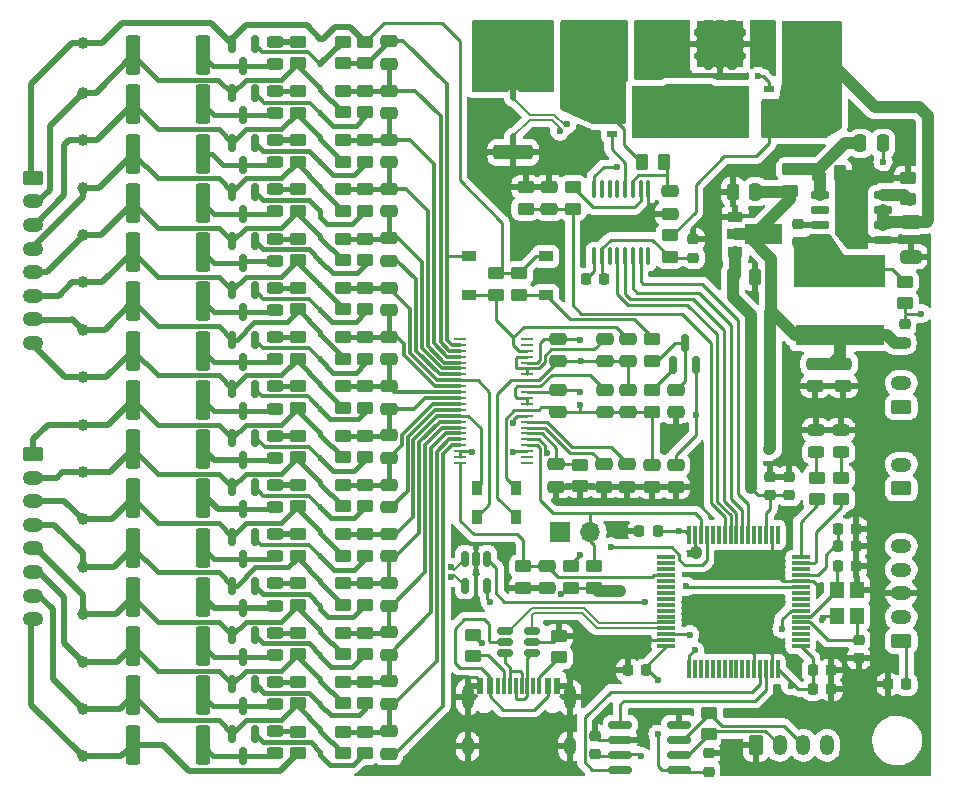
<source format=gtl>
G04 #@! TF.GenerationSoftware,KiCad,Pcbnew,(6.0.7-1)-1*
G04 #@! TF.CreationDate,2023-01-13T15:06:50+01:00*
G04 #@! TF.ProjectId,Flux_BMS,466c7578-5f42-44d5-932e-6b696361645f,rev?*
G04 #@! TF.SameCoordinates,Original*
G04 #@! TF.FileFunction,Copper,L1,Top*
G04 #@! TF.FilePolarity,Positive*
%FSLAX46Y46*%
G04 Gerber Fmt 4.6, Leading zero omitted, Abs format (unit mm)*
G04 Created by KiCad (PCBNEW (6.0.7-1)-1) date 2023-01-13 15:06:50*
%MOMM*%
%LPD*%
G01*
G04 APERTURE LIST*
G04 Aperture macros list*
%AMRoundRect*
0 Rectangle with rounded corners*
0 $1 Rounding radius*
0 $2 $3 $4 $5 $6 $7 $8 $9 X,Y pos of 4 corners*
0 Add a 4 corners polygon primitive as box body*
4,1,4,$2,$3,$4,$5,$6,$7,$8,$9,$2,$3,0*
0 Add four circle primitives for the rounded corners*
1,1,$1+$1,$2,$3*
1,1,$1+$1,$4,$5*
1,1,$1+$1,$6,$7*
1,1,$1+$1,$8,$9*
0 Add four rect primitives between the rounded corners*
20,1,$1+$1,$2,$3,$4,$5,0*
20,1,$1+$1,$4,$5,$6,$7,0*
20,1,$1+$1,$6,$7,$8,$9,0*
20,1,$1+$1,$8,$9,$2,$3,0*%
%AMFreePoly0*
4,1,9,3.862500,-0.866500,0.737500,-0.866500,0.737500,-0.450000,-0.737500,-0.450000,-0.737500,0.450000,0.737500,0.450000,0.737500,0.866500,3.862500,0.866500,3.862500,-0.866500,3.862500,-0.866500,$1*%
G04 Aperture macros list end*
G04 #@! TA.AperFunction,ComponentPad*
%ADD10O,1.200000X1.750000*%
G04 #@! TD*
G04 #@! TA.AperFunction,ComponentPad*
%ADD11RoundRect,0.250000X-0.350000X-0.625000X0.350000X-0.625000X0.350000X0.625000X-0.350000X0.625000X0*%
G04 #@! TD*
G04 #@! TA.AperFunction,SMDPad,CuDef*
%ADD12RoundRect,0.250000X0.450000X-0.262500X0.450000X0.262500X-0.450000X0.262500X-0.450000X-0.262500X0*%
G04 #@! TD*
G04 #@! TA.AperFunction,ComponentPad*
%ADD13RoundRect,0.250000X0.625000X-0.350000X0.625000X0.350000X-0.625000X0.350000X-0.625000X-0.350000X0*%
G04 #@! TD*
G04 #@! TA.AperFunction,ComponentPad*
%ADD14O,1.750000X1.200000*%
G04 #@! TD*
G04 #@! TA.AperFunction,SMDPad,CuDef*
%ADD15RoundRect,0.150000X-0.150000X0.512500X-0.150000X-0.512500X0.150000X-0.512500X0.150000X0.512500X0*%
G04 #@! TD*
G04 #@! TA.AperFunction,SMDPad,CuDef*
%ADD16R,1.200000X0.900000*%
G04 #@! TD*
G04 #@! TA.AperFunction,SMDPad,CuDef*
%ADD17RoundRect,0.250000X-0.450000X0.262500X-0.450000X-0.262500X0.450000X-0.262500X0.450000X0.262500X0*%
G04 #@! TD*
G04 #@! TA.AperFunction,SMDPad,CuDef*
%ADD18RoundRect,0.150000X-0.150000X0.587500X-0.150000X-0.587500X0.150000X-0.587500X0.150000X0.587500X0*%
G04 #@! TD*
G04 #@! TA.AperFunction,ComponentPad*
%ADD19C,1.000000*%
G04 #@! TD*
G04 #@! TA.AperFunction,SMDPad,CuDef*
%ADD20R,0.900000X1.200000*%
G04 #@! TD*
G04 #@! TA.AperFunction,SMDPad,CuDef*
%ADD21RoundRect,0.250000X-0.475000X0.250000X-0.475000X-0.250000X0.475000X-0.250000X0.475000X0.250000X0*%
G04 #@! TD*
G04 #@! TA.AperFunction,SMDPad,CuDef*
%ADD22RoundRect,0.243750X-0.456250X0.243750X-0.456250X-0.243750X0.456250X-0.243750X0.456250X0.243750X0*%
G04 #@! TD*
G04 #@! TA.AperFunction,SMDPad,CuDef*
%ADD23R,0.450000X0.600000*%
G04 #@! TD*
G04 #@! TA.AperFunction,SMDPad,CuDef*
%ADD24C,0.500000*%
G04 #@! TD*
G04 #@! TA.AperFunction,SMDPad,CuDef*
%ADD25RoundRect,0.250000X-0.362500X-1.425000X0.362500X-1.425000X0.362500X1.425000X-0.362500X1.425000X0*%
G04 #@! TD*
G04 #@! TA.AperFunction,ComponentPad*
%ADD26C,0.600000*%
G04 #@! TD*
G04 #@! TA.AperFunction,SMDPad,CuDef*
%ADD27R,4.000000X4.000000*%
G04 #@! TD*
G04 #@! TA.AperFunction,SMDPad,CuDef*
%ADD28RoundRect,0.250000X-1.425000X0.362500X-1.425000X-0.362500X1.425000X-0.362500X1.425000X0.362500X0*%
G04 #@! TD*
G04 #@! TA.AperFunction,ComponentPad*
%ADD29O,1.000000X1.600000*%
G04 #@! TD*
G04 #@! TA.AperFunction,ComponentPad*
%ADD30O,1.000000X2.100000*%
G04 #@! TD*
G04 #@! TA.AperFunction,SMDPad,CuDef*
%ADD31R,0.600000X1.450000*%
G04 #@! TD*
G04 #@! TA.AperFunction,SMDPad,CuDef*
%ADD32R,0.300000X1.450000*%
G04 #@! TD*
G04 #@! TA.AperFunction,SMDPad,CuDef*
%ADD33RoundRect,0.225000X0.225000X0.250000X-0.225000X0.250000X-0.225000X-0.250000X0.225000X-0.250000X0*%
G04 #@! TD*
G04 #@! TA.AperFunction,SMDPad,CuDef*
%ADD34RoundRect,0.250000X0.475000X-0.250000X0.475000X0.250000X-0.475000X0.250000X-0.475000X-0.250000X0*%
G04 #@! TD*
G04 #@! TA.AperFunction,SMDPad,CuDef*
%ADD35R,0.850000X0.500000*%
G04 #@! TD*
G04 #@! TA.AperFunction,SMDPad,CuDef*
%ADD36R,0.800000X0.600000*%
G04 #@! TD*
G04 #@! TA.AperFunction,SMDPad,CuDef*
%ADD37R,3.750000X4.410000*%
G04 #@! TD*
G04 #@! TA.AperFunction,SMDPad,CuDef*
%ADD38RoundRect,0.225000X0.250000X-0.225000X0.250000X0.225000X-0.250000X0.225000X-0.250000X-0.225000X0*%
G04 #@! TD*
G04 #@! TA.AperFunction,SMDPad,CuDef*
%ADD39RoundRect,0.225000X-0.250000X0.225000X-0.250000X-0.225000X0.250000X-0.225000X0.250000X0.225000X0*%
G04 #@! TD*
G04 #@! TA.AperFunction,SMDPad,CuDef*
%ADD40RoundRect,0.150000X-0.825000X-0.150000X0.825000X-0.150000X0.825000X0.150000X-0.825000X0.150000X0*%
G04 #@! TD*
G04 #@! TA.AperFunction,SMDPad,CuDef*
%ADD41RoundRect,0.225000X-0.225000X-0.250000X0.225000X-0.250000X0.225000X0.250000X-0.225000X0.250000X0*%
G04 #@! TD*
G04 #@! TA.AperFunction,SMDPad,CuDef*
%ADD42RoundRect,0.150000X0.150000X-0.587500X0.150000X0.587500X-0.150000X0.587500X-0.150000X-0.587500X0*%
G04 #@! TD*
G04 #@! TA.AperFunction,SMDPad,CuDef*
%ADD43RoundRect,0.150000X0.512500X0.150000X-0.512500X0.150000X-0.512500X-0.150000X0.512500X-0.150000X0*%
G04 #@! TD*
G04 #@! TA.AperFunction,SMDPad,CuDef*
%ADD44RoundRect,0.250000X-0.250000X-0.475000X0.250000X-0.475000X0.250000X0.475000X-0.250000X0.475000X0*%
G04 #@! TD*
G04 #@! TA.AperFunction,ComponentPad*
%ADD45RoundRect,0.250000X-0.625000X0.350000X-0.625000X-0.350000X0.625000X-0.350000X0.625000X0.350000X0*%
G04 #@! TD*
G04 #@! TA.AperFunction,SMDPad,CuDef*
%ADD46RoundRect,0.100000X0.100000X-0.637500X0.100000X0.637500X-0.100000X0.637500X-0.100000X-0.637500X0*%
G04 #@! TD*
G04 #@! TA.AperFunction,SMDPad,CuDef*
%ADD47RoundRect,0.250000X-0.262500X-0.450000X0.262500X-0.450000X0.262500X0.450000X-0.262500X0.450000X0*%
G04 #@! TD*
G04 #@! TA.AperFunction,SMDPad,CuDef*
%ADD48R,1.100000X0.285000*%
G04 #@! TD*
G04 #@! TA.AperFunction,SMDPad,CuDef*
%ADD49R,1.300000X0.900000*%
G04 #@! TD*
G04 #@! TA.AperFunction,SMDPad,CuDef*
%ADD50FreePoly0,0.000000*%
G04 #@! TD*
G04 #@! TA.AperFunction,SMDPad,CuDef*
%ADD51RoundRect,0.075000X0.075000X0.700000X-0.075000X0.700000X-0.075000X-0.700000X0.075000X-0.700000X0*%
G04 #@! TD*
G04 #@! TA.AperFunction,SMDPad,CuDef*
%ADD52RoundRect,0.075000X0.700000X0.075000X-0.700000X0.075000X-0.700000X-0.075000X0.700000X-0.075000X0*%
G04 #@! TD*
G04 #@! TA.AperFunction,SMDPad,CuDef*
%ADD53RoundRect,0.250000X-0.650000X0.325000X-0.650000X-0.325000X0.650000X-0.325000X0.650000X0.325000X0*%
G04 #@! TD*
G04 #@! TA.AperFunction,SMDPad,CuDef*
%ADD54RoundRect,0.250000X0.250000X0.475000X-0.250000X0.475000X-0.250000X-0.475000X0.250000X-0.475000X0*%
G04 #@! TD*
G04 #@! TA.AperFunction,SMDPad,CuDef*
%ADD55R,2.410000X3.100000*%
G04 #@! TD*
G04 #@! TA.AperFunction,ComponentPad*
%ADD56C,0.500000*%
G04 #@! TD*
G04 #@! TA.AperFunction,SMDPad,CuDef*
%ADD57RoundRect,0.150000X0.650000X0.150000X-0.650000X0.150000X-0.650000X-0.150000X0.650000X-0.150000X0*%
G04 #@! TD*
G04 #@! TA.AperFunction,ComponentPad*
%ADD58O,1.700000X1.700000*%
G04 #@! TD*
G04 #@! TA.AperFunction,ComponentPad*
%ADD59R,1.700000X1.700000*%
G04 #@! TD*
G04 #@! TA.AperFunction,SMDPad,CuDef*
%ADD60R,7.500000X1.800000*%
G04 #@! TD*
G04 #@! TA.AperFunction,SMDPad,CuDef*
%ADD61R,1.200000X1.400000*%
G04 #@! TD*
G04 #@! TA.AperFunction,ViaPad*
%ADD62C,0.600000*%
G04 #@! TD*
G04 #@! TA.AperFunction,Conductor*
%ADD63C,0.250000*%
G04 #@! TD*
G04 #@! TA.AperFunction,Conductor*
%ADD64C,1.000000*%
G04 #@! TD*
G04 #@! TA.AperFunction,Conductor*
%ADD65C,0.500000*%
G04 #@! TD*
G04 #@! TA.AperFunction,Conductor*
%ADD66C,0.200000*%
G04 #@! TD*
G04 #@! TA.AperFunction,Conductor*
%ADD67C,0.400000*%
G04 #@! TD*
G04 #@! TA.AperFunction,Conductor*
%ADD68C,0.300000*%
G04 #@! TD*
G04 APERTURE END LIST*
G36*
X123350000Y-84900000D02*
G01*
X122850000Y-84900000D01*
X122850000Y-83900000D01*
X123350000Y-83900000D01*
X123350000Y-84900000D01*
G37*
G36*
X123350000Y-80650000D02*
G01*
X122850000Y-80650000D01*
X122850000Y-79650000D01*
X123350000Y-79650000D01*
X123350000Y-80650000D01*
G37*
D10*
X149650000Y-135450000D03*
X147650000Y-135450000D03*
X145650000Y-135450000D03*
D11*
X143650000Y-135450000D03*
D12*
X128750000Y-111687500D03*
X128750000Y-113512500D03*
D13*
X155950000Y-113700000D03*
D14*
X155950000Y-111700000D03*
X155950000Y-104800000D03*
D13*
X155950000Y-106800000D03*
D15*
X120900000Y-119662500D03*
X119950000Y-119662500D03*
X119000000Y-119662500D03*
X119000000Y-121937500D03*
X120900000Y-121937500D03*
D16*
X119350000Y-94050000D03*
X119350000Y-97350000D03*
D17*
X110550000Y-136112500D03*
X110550000Y-134287500D03*
X110550000Y-127731676D03*
X110550000Y-125906676D03*
D12*
X108650000Y-121736779D03*
X108650000Y-123561779D03*
D18*
X100250000Y-136336480D03*
X99300000Y-134461480D03*
X101200000Y-134461480D03*
D19*
X86650000Y-116333330D03*
D20*
X120000000Y-113700000D03*
X123300000Y-113700000D03*
D21*
X136850000Y-107250000D03*
X136850000Y-105350000D03*
D12*
X127950000Y-120287500D03*
X127950000Y-122112500D03*
D22*
X102950000Y-136137500D03*
X102950000Y-134262500D03*
D17*
X128150000Y-90012500D03*
X128150000Y-88187500D03*
D21*
X112550000Y-102769794D03*
X112550000Y-100869794D03*
D19*
X86650000Y-124359996D03*
D20*
X120000000Y-116150000D03*
X123300000Y-116150000D03*
D12*
X104850000Y-121736779D03*
X104850000Y-123561779D03*
D17*
X110550000Y-86032706D03*
X110550000Y-84207706D03*
D22*
X148750000Y-110637500D03*
X148750000Y-108762500D03*
D23*
X106750000Y-81920309D03*
X106750000Y-79820309D03*
D24*
X123100000Y-83900000D03*
X123100000Y-84900000D03*
D18*
X100250000Y-94637500D03*
X99300000Y-92762500D03*
X101200000Y-92762500D03*
D25*
X96812500Y-135398980D03*
X90887500Y-135398980D03*
D22*
X102950000Y-119456882D03*
X102950000Y-117581882D03*
D12*
X121600000Y-95487500D03*
X121600000Y-97312500D03*
D18*
X100250000Y-132166573D03*
X99300000Y-130291573D03*
X101200000Y-130291573D03*
D22*
X102950000Y-123626779D03*
X102950000Y-121751779D03*
D16*
X125850000Y-94050000D03*
X125850000Y-97350000D03*
D19*
X86650000Y-100279998D03*
D23*
X106750000Y-90250000D03*
X106750000Y-88150000D03*
D12*
X108650000Y-130076573D03*
X108650000Y-131901573D03*
D25*
X96812500Y-110379588D03*
X90887500Y-110379588D03*
D18*
X100250000Y-119656882D03*
X99300000Y-117781882D03*
X101200000Y-117781882D03*
D26*
X142100000Y-74550000D03*
X141100000Y-77550000D03*
X140100000Y-76550000D03*
X139100000Y-76550000D03*
X142100000Y-77550000D03*
D27*
X140600000Y-76050000D03*
D26*
X139100000Y-75550000D03*
X139100000Y-77550000D03*
X140100000Y-77550000D03*
X142100000Y-76550000D03*
X141100000Y-76550000D03*
X140100000Y-74550000D03*
X141100000Y-74550000D03*
X140100000Y-75550000D03*
X142100000Y-75550000D03*
X139100000Y-74550000D03*
X141100000Y-75550000D03*
D19*
X86650000Y-92253332D03*
D28*
X123100000Y-85262500D03*
X123100000Y-79337500D03*
D12*
X104850000Y-113396985D03*
X104850000Y-115221985D03*
X108650000Y-88367500D03*
X108650000Y-90192500D03*
D19*
X86650000Y-120346663D03*
D29*
X127870000Y-135550000D03*
D30*
X119230000Y-131370000D03*
X127870000Y-131370000D03*
D29*
X119230000Y-135550000D03*
D31*
X120300000Y-130455000D03*
X121100000Y-130455000D03*
D32*
X121800000Y-130455000D03*
X122800000Y-130455000D03*
X124300000Y-130455000D03*
X125300000Y-130455000D03*
D31*
X126000000Y-130455000D03*
X126800000Y-130455000D03*
X126800000Y-130455000D03*
X126000000Y-130455000D03*
D32*
X124800000Y-130455000D03*
X123800000Y-130455000D03*
X123300000Y-130455000D03*
X122300000Y-130455000D03*
D31*
X121100000Y-130455000D03*
X120300000Y-130455000D03*
D33*
X154825000Y-130300000D03*
X156375000Y-130300000D03*
D12*
X104850000Y-109227088D03*
X104850000Y-111052088D03*
D34*
X126850000Y-105350000D03*
X126850000Y-107250000D03*
D12*
X134850000Y-105387500D03*
X134850000Y-107212500D03*
D25*
X96850000Y-122889279D03*
X90925000Y-122889279D03*
X96850000Y-106209691D03*
X90925000Y-106209691D03*
D21*
X112550000Y-119449382D03*
X112550000Y-117549382D03*
D25*
X96850000Y-97869897D03*
X90925000Y-97869897D03*
D21*
X112550000Y-77750412D03*
X112550000Y-75850412D03*
D23*
X106750000Y-106939691D03*
X106750000Y-104839691D03*
D35*
X131450000Y-83705000D03*
D36*
X137275000Y-79895000D03*
X137275000Y-83705000D03*
D37*
X135000000Y-81800000D03*
D36*
X137275000Y-81165000D03*
X137275000Y-82435000D03*
D35*
X131450000Y-81165000D03*
X131450000Y-79895000D03*
X131450000Y-82435000D03*
D17*
X110550000Y-123561779D03*
X110550000Y-121736779D03*
D12*
X104850000Y-84207706D03*
X104850000Y-86032706D03*
D38*
X139650000Y-136125000D03*
X139650000Y-137675000D03*
D39*
X152350000Y-128075000D03*
X152350000Y-126525000D03*
D22*
X102950000Y-98607397D03*
X102950000Y-96732397D03*
D21*
X112550000Y-131950000D03*
X112550000Y-130050000D03*
D40*
X137125000Y-133695000D03*
X137125000Y-134965000D03*
X137125000Y-136235000D03*
X137125000Y-137505000D03*
X132175000Y-137505000D03*
X132175000Y-136235000D03*
X132175000Y-134965000D03*
X132175000Y-133695000D03*
D13*
X155950000Y-126600000D03*
D14*
X155950000Y-124600000D03*
X155950000Y-122600000D03*
X155950000Y-120600000D03*
X155950000Y-118600000D03*
D12*
X104850000Y-96717397D03*
X104850000Y-98542397D03*
D21*
X134850000Y-113600000D03*
X134850000Y-111700000D03*
D41*
X152125000Y-118600000D03*
X150575000Y-118600000D03*
D12*
X108650000Y-113396985D03*
X108650000Y-115221985D03*
D24*
X123100000Y-80650000D03*
X123100000Y-79650000D03*
D25*
X96850000Y-81190309D03*
X90925000Y-81190309D03*
D42*
X137600000Y-101362500D03*
X138550000Y-103237500D03*
X136650000Y-103237500D03*
D12*
X108650000Y-109227088D03*
X108650000Y-111052088D03*
X126950000Y-126187500D03*
X126950000Y-128012500D03*
D18*
X100250000Y-77957912D03*
X99300000Y-76082912D03*
X101200000Y-76082912D03*
D21*
X132850000Y-102950000D03*
X132850000Y-101050000D03*
D39*
X138350000Y-94175000D03*
X138350000Y-92625000D03*
D19*
X86650000Y-80213333D03*
D23*
X106750000Y-94430000D03*
X106750000Y-92330000D03*
D22*
X150850000Y-110637500D03*
X150850000Y-108762500D03*
D23*
X106750000Y-119449382D03*
X106750000Y-117349382D03*
X106750000Y-86090206D03*
X106750000Y-83990206D03*
D43*
X122412500Y-127650000D03*
X122412500Y-126700000D03*
X122412500Y-125750000D03*
X124687500Y-125750000D03*
X124687500Y-126700000D03*
X124687500Y-127650000D03*
D23*
X106750000Y-115279485D03*
X106750000Y-113179485D03*
D12*
X104850000Y-80087500D03*
X104850000Y-81912500D03*
X108650000Y-96717397D03*
X108650000Y-98542397D03*
D26*
X123600000Y-74550000D03*
X121600000Y-75550000D03*
X123600000Y-75550000D03*
X123600000Y-77550000D03*
X122600000Y-74550000D03*
X124600000Y-77550000D03*
X124600000Y-74550000D03*
X122600000Y-77550000D03*
X124600000Y-76550000D03*
X121600000Y-76550000D03*
X121600000Y-77550000D03*
X122600000Y-75550000D03*
X121600000Y-74550000D03*
D27*
X123100000Y-76050000D03*
D26*
X122600000Y-76550000D03*
X123600000Y-76550000D03*
X124600000Y-75550000D03*
D12*
X104850000Y-117566882D03*
X104850000Y-119391882D03*
D23*
X106750000Y-123619279D03*
X106750000Y-121519279D03*
D12*
X108650000Y-125906676D03*
X108650000Y-127731676D03*
D22*
X102950000Y-86097706D03*
X102950000Y-84222706D03*
D12*
X156562500Y-87387500D03*
X156562500Y-89212500D03*
D18*
X100250000Y-111317088D03*
X99300000Y-109442088D03*
X101200000Y-109442088D03*
D44*
X143600000Y-95800000D03*
X141700000Y-95800000D03*
D22*
X102950000Y-102777294D03*
X102950000Y-100902294D03*
D18*
X100250000Y-123826779D03*
X99300000Y-121951779D03*
X101200000Y-121951779D03*
D21*
X112550000Y-123619279D03*
X112550000Y-121719279D03*
D12*
X129950000Y-120287500D03*
X129950000Y-122112500D03*
D14*
X82450000Y-124783332D03*
X82450000Y-122783332D03*
X82450000Y-120783332D03*
X82450000Y-118783332D03*
X82450000Y-116783332D03*
X82450000Y-114783332D03*
X82450000Y-112783332D03*
D45*
X82450000Y-110783332D03*
D19*
X86650000Y-88239999D03*
D46*
X129975000Y-88337500D03*
X130625000Y-88337500D03*
X131275000Y-88337500D03*
X131925000Y-88337500D03*
X132575000Y-88337500D03*
X133225000Y-88337500D03*
X133875000Y-88337500D03*
X134525000Y-88337500D03*
X134525000Y-94062500D03*
X133875000Y-94062500D03*
X133225000Y-94062500D03*
X132575000Y-94062500D03*
X131925000Y-94062500D03*
X131275000Y-94062500D03*
X130625000Y-94062500D03*
X129975000Y-94062500D03*
D17*
X110550000Y-106882191D03*
X110550000Y-105057191D03*
D19*
X86650000Y-76000000D03*
D25*
X96850000Y-89530103D03*
X90925000Y-89530103D03*
D18*
X100250000Y-115486985D03*
X99300000Y-113611985D03*
X101200000Y-113611985D03*
D21*
X112550000Y-86090206D03*
X112550000Y-84190206D03*
X112550000Y-111109588D03*
X112550000Y-109209588D03*
X151050000Y-105050000D03*
X151050000Y-103150000D03*
D22*
X102950000Y-77757912D03*
X102950000Y-75882912D03*
D34*
X130850000Y-101050000D03*
X130850000Y-102950000D03*
D25*
X96812500Y-93700000D03*
X90887500Y-93700000D03*
D47*
X135862500Y-86100000D03*
X134037500Y-86100000D03*
D48*
X118600000Y-111550000D03*
X118600000Y-111050000D03*
X118600000Y-110550000D03*
X118600000Y-110050000D03*
X118600000Y-109550000D03*
X118600000Y-109050000D03*
X118600000Y-108550000D03*
X118600000Y-108050000D03*
X118600000Y-107550000D03*
X118600000Y-107050000D03*
X118600000Y-106550000D03*
X118600000Y-106050000D03*
X118600000Y-105550000D03*
X118600000Y-105050000D03*
X118600000Y-104550000D03*
X118600000Y-104050000D03*
X118600000Y-103550000D03*
X118600000Y-103050000D03*
X118600000Y-102550000D03*
X118600000Y-102050000D03*
X118600000Y-101550000D03*
X118600000Y-101050000D03*
X124300000Y-101050000D03*
X124300000Y-101550000D03*
X124300000Y-102050000D03*
X124300000Y-102550000D03*
X124300000Y-103050000D03*
X124300000Y-103550000D03*
X124300000Y-104050000D03*
X124300000Y-104550000D03*
X124300000Y-105050000D03*
X124300000Y-105550000D03*
X124300000Y-106050000D03*
X124300000Y-106550000D03*
X124300000Y-107050000D03*
X124300000Y-107550000D03*
X124300000Y-108050000D03*
X124300000Y-108550000D03*
X124300000Y-109050000D03*
X124300000Y-109550000D03*
X124300000Y-110050000D03*
X124300000Y-110550000D03*
X124300000Y-111050000D03*
X124300000Y-111550000D03*
D21*
X126150000Y-90050000D03*
X126150000Y-88150000D03*
D23*
X106750000Y-111109588D03*
X106750000Y-109009588D03*
X106750000Y-131959073D03*
X106750000Y-129859073D03*
D12*
X104850000Y-92547500D03*
X104850000Y-94372500D03*
D17*
X110550000Y-119391882D03*
X110550000Y-117566882D03*
D12*
X108650000Y-80037809D03*
X108650000Y-81862809D03*
D17*
X110550000Y-90192500D03*
X110550000Y-88367500D03*
D18*
X100250000Y-98807397D03*
X99300000Y-96932397D03*
X101200000Y-96932397D03*
D12*
X104850000Y-88367500D03*
X104850000Y-90192500D03*
D18*
X100250000Y-82127809D03*
X99300000Y-80252809D03*
X101200000Y-80252809D03*
D33*
X133775000Y-117300000D03*
X135325000Y-117300000D03*
D17*
X110550000Y-102712294D03*
X110550000Y-100887294D03*
X110550000Y-115221985D03*
X110550000Y-113396985D03*
D49*
X141900000Y-93700000D03*
D50*
X141987500Y-92200000D03*
D49*
X141900000Y-90700000D03*
D12*
X108650000Y-134287500D03*
X108650000Y-136112500D03*
X108650000Y-100887294D03*
X108650000Y-102712294D03*
X104850000Y-75867912D03*
X104850000Y-77692912D03*
D18*
X100250000Y-127996676D03*
X99300000Y-126121676D03*
X101200000Y-126121676D03*
D25*
X96850000Y-131229073D03*
X90925000Y-131229073D03*
D23*
X106750000Y-98599897D03*
X106750000Y-96499897D03*
D12*
X134850000Y-101087500D03*
X134850000Y-102912500D03*
D39*
X156250000Y-101375000D03*
X156250000Y-99825000D03*
D12*
X119650000Y-126087500D03*
X119650000Y-127912500D03*
D17*
X110550000Y-81862809D03*
X110550000Y-80037809D03*
D18*
X100250000Y-102977294D03*
X99300000Y-101102294D03*
X101200000Y-101102294D03*
X100250000Y-107147191D03*
X99300000Y-105272191D03*
X101200000Y-105272191D03*
D22*
X102950000Y-115286985D03*
X102950000Y-113411985D03*
D12*
X146550000Y-86687500D03*
X146550000Y-88512500D03*
D22*
X102950000Y-106947191D03*
X102950000Y-105072191D03*
D12*
X108650000Y-105057191D03*
X108650000Y-106882191D03*
D23*
X106750000Y-77750412D03*
X106750000Y-75650412D03*
D12*
X108650000Y-92547500D03*
X108650000Y-94372500D03*
D41*
X152125000Y-120300000D03*
X150575000Y-120300000D03*
D25*
X96850000Y-85360206D03*
X90925000Y-85360206D03*
D22*
X102950000Y-131966573D03*
X102950000Y-130091573D03*
D35*
X144750000Y-79895000D03*
D36*
X138925000Y-79895000D03*
X138925000Y-81165000D03*
X138925000Y-82435000D03*
X138925000Y-83705000D03*
D37*
X141200000Y-81800000D03*
D35*
X144750000Y-83705000D03*
X144750000Y-81165000D03*
X144750000Y-82435000D03*
D25*
X96850000Y-77020412D03*
X90925000Y-77020412D03*
D21*
X112550000Y-127789176D03*
X112550000Y-125889176D03*
D19*
X86650000Y-108306664D03*
D21*
X112550000Y-136150000D03*
X112550000Y-134250000D03*
D12*
X104850000Y-134287500D03*
X104850000Y-136112500D03*
D41*
X152125000Y-117100000D03*
X150575000Y-117100000D03*
D21*
X112550000Y-115279485D03*
X112550000Y-113379485D03*
X132750000Y-113550000D03*
X132750000Y-111650000D03*
D12*
X148850000Y-112787500D03*
X148850000Y-114612500D03*
D23*
X106750000Y-127789176D03*
X106750000Y-125689176D03*
D22*
X102950000Y-127796676D03*
X102950000Y-125921676D03*
D51*
X145500000Y-128975000D03*
X145000000Y-128975000D03*
X144500000Y-128975000D03*
X144000000Y-128975000D03*
X143500000Y-128975000D03*
X143000000Y-128975000D03*
X142500000Y-128975000D03*
X142000000Y-128975000D03*
X141500000Y-128975000D03*
X141000000Y-128975000D03*
X140500000Y-128975000D03*
X140000000Y-128975000D03*
X139500000Y-128975000D03*
X139000000Y-128975000D03*
X138500000Y-128975000D03*
X138000000Y-128975000D03*
D52*
X136075000Y-127050000D03*
X136075000Y-126550000D03*
X136075000Y-126050000D03*
X136075000Y-125550000D03*
X136075000Y-125050000D03*
X136075000Y-124550000D03*
X136075000Y-124050000D03*
X136075000Y-123550000D03*
X136075000Y-123050000D03*
X136075000Y-122550000D03*
X136075000Y-122050000D03*
X136075000Y-121550000D03*
X136075000Y-121050000D03*
X136075000Y-120550000D03*
X136075000Y-120050000D03*
X136075000Y-119550000D03*
D51*
X138000000Y-117625000D03*
X138500000Y-117625000D03*
X139000000Y-117625000D03*
X139500000Y-117625000D03*
X140000000Y-117625000D03*
X140500000Y-117625000D03*
X141000000Y-117625000D03*
X141500000Y-117625000D03*
X142000000Y-117625000D03*
X142500000Y-117625000D03*
X143000000Y-117625000D03*
X143500000Y-117625000D03*
X144000000Y-117625000D03*
X144500000Y-117625000D03*
X145000000Y-117625000D03*
X145500000Y-117625000D03*
D52*
X147425000Y-119550000D03*
X147425000Y-120050000D03*
X147425000Y-120550000D03*
X147425000Y-121050000D03*
X147425000Y-121550000D03*
X147425000Y-122050000D03*
X147425000Y-122550000D03*
X147425000Y-123050000D03*
X147425000Y-123550000D03*
X147425000Y-124050000D03*
X147425000Y-124550000D03*
X147425000Y-125050000D03*
X147425000Y-125550000D03*
X147425000Y-126050000D03*
X147425000Y-126550000D03*
X147425000Y-127050000D03*
D33*
X132775000Y-129100000D03*
X134325000Y-129100000D03*
D53*
X156762500Y-94075000D03*
X156762500Y-91125000D03*
D23*
X106750000Y-136150000D03*
X106750000Y-134050000D03*
D12*
X104850000Y-130076573D03*
X104850000Y-131901573D03*
X108650000Y-75867912D03*
X108650000Y-77692912D03*
D19*
X86650000Y-112319997D03*
D34*
X136350000Y-88550000D03*
X136350000Y-90450000D03*
D54*
X141700000Y-88600000D03*
X143600000Y-88600000D03*
D21*
X112550000Y-81920309D03*
X112550000Y-80020309D03*
D38*
X144850000Y-114275000D03*
X144850000Y-112725000D03*
D55*
X151762500Y-90725000D03*
D56*
X150807500Y-90725000D03*
X152717500Y-89425000D03*
X150807500Y-92025000D03*
X152717500Y-90725000D03*
X150807500Y-89425000D03*
X152717500Y-92025000D03*
D57*
X149112500Y-92630000D03*
X149112500Y-91360000D03*
X149112500Y-90090000D03*
X149112500Y-88820000D03*
X154412500Y-88820000D03*
X154412500Y-90090000D03*
X154412500Y-91360000D03*
X154412500Y-92630000D03*
D12*
X150850000Y-112787500D03*
X150850000Y-114612500D03*
D21*
X136850000Y-113600000D03*
X136850000Y-111700000D03*
D25*
X96812500Y-118719382D03*
X90887500Y-118719382D03*
X96812500Y-114549485D03*
X90887500Y-114549485D03*
D22*
X102950000Y-111117088D03*
X102950000Y-109242088D03*
D17*
X136350000Y-94112500D03*
X136350000Y-92287500D03*
D14*
X82450000Y-101400000D03*
X82450000Y-99400000D03*
X82450000Y-97400000D03*
X82450000Y-95400000D03*
X82450000Y-93400000D03*
X82450000Y-91400000D03*
X82450000Y-89400000D03*
D45*
X82450000Y-87400000D03*
D17*
X139650000Y-134512500D03*
X139650000Y-132687500D03*
D39*
X147250000Y-92875000D03*
X147250000Y-91325000D03*
D21*
X112550000Y-90250000D03*
X112550000Y-88350000D03*
D19*
X86650000Y-136400000D03*
D21*
X148650000Y-105050000D03*
X148650000Y-103150000D03*
X125950000Y-122150000D03*
X125950000Y-120250000D03*
D17*
X110550000Y-94372500D03*
X110550000Y-92547500D03*
D18*
X100250000Y-86297706D03*
X99300000Y-84422706D03*
X101200000Y-84422706D03*
D25*
X96812500Y-102039794D03*
X90887500Y-102039794D03*
D22*
X102950000Y-94437500D03*
X102950000Y-92562500D03*
D34*
X130850000Y-105350000D03*
X130850000Y-107250000D03*
D17*
X123950000Y-122112500D03*
X123950000Y-120287500D03*
D38*
X146450000Y-114275000D03*
X146450000Y-112725000D03*
D34*
X126850000Y-101050000D03*
X126850000Y-102950000D03*
D23*
X106750000Y-102769794D03*
X106750000Y-100669794D03*
D17*
X110550000Y-77692912D03*
X110550000Y-75867912D03*
D33*
X129275000Y-96000000D03*
X130825000Y-96000000D03*
D12*
X104850000Y-100887294D03*
X104850000Y-102712294D03*
D19*
X86650000Y-128373329D03*
D12*
X104850000Y-105057191D03*
X104850000Y-106882191D03*
X104850000Y-125906676D03*
X104850000Y-127731676D03*
D18*
X100250000Y-90457500D03*
X99300000Y-88582500D03*
X101200000Y-88582500D03*
D12*
X108650000Y-117566882D03*
X108650000Y-119391882D03*
D22*
X102950000Y-81927809D03*
X102950000Y-80052809D03*
D34*
X126750000Y-111650000D03*
X126750000Y-113550000D03*
D38*
X130050000Y-134625000D03*
X130050000Y-136175000D03*
D25*
X96812500Y-127059176D03*
X90887500Y-127059176D03*
D58*
X129640000Y-117400000D03*
D59*
X127100000Y-117400000D03*
D21*
X130750000Y-113550000D03*
X130750000Y-111650000D03*
D44*
X154400000Y-84500000D03*
X152500000Y-84500000D03*
D17*
X110550000Y-111052088D03*
X110550000Y-109227088D03*
X110550000Y-98542397D03*
X110550000Y-96717397D03*
D60*
X150750000Y-100700000D03*
X150750000Y-95100000D03*
D17*
X110550000Y-131901573D03*
X110550000Y-130076573D03*
D21*
X132850000Y-107250000D03*
X132850000Y-105350000D03*
D41*
X150025000Y-129100000D03*
X148475000Y-129100000D03*
D47*
X150762500Y-87000000D03*
X148937500Y-87000000D03*
D21*
X112550000Y-94430000D03*
X112550000Y-92530000D03*
D12*
X124150000Y-88187500D03*
X124150000Y-90012500D03*
D19*
X86650000Y-104293331D03*
D41*
X150025000Y-130700000D03*
X148475000Y-130700000D03*
D19*
X86650000Y-132386662D03*
X86650000Y-84226666D03*
D12*
X123600000Y-95487500D03*
X123600000Y-97312500D03*
D21*
X112550000Y-98599897D03*
X112550000Y-96699897D03*
D17*
X156250000Y-98012500D03*
X156250000Y-96187500D03*
D12*
X108650000Y-84207706D03*
X108650000Y-86032706D03*
D26*
X146850000Y-74550000D03*
X149850000Y-74550000D03*
X149850000Y-77550000D03*
X147850000Y-77550000D03*
X148850000Y-77550000D03*
X147850000Y-74550000D03*
X148850000Y-76550000D03*
X147850000Y-75550000D03*
X146850000Y-75550000D03*
X147850000Y-76550000D03*
X146850000Y-77550000D03*
X149850000Y-75550000D03*
X148850000Y-75550000D03*
D27*
X148350000Y-76050000D03*
D26*
X148850000Y-74550000D03*
X149850000Y-76550000D03*
X146850000Y-76550000D03*
X131850000Y-76550000D03*
X130850000Y-75550000D03*
X130850000Y-76550000D03*
X130850000Y-74550000D03*
X129850000Y-76550000D03*
X131850000Y-77550000D03*
X130850000Y-77550000D03*
X128850000Y-74550000D03*
X128850000Y-77550000D03*
X129850000Y-75550000D03*
X128850000Y-75550000D03*
X131850000Y-74550000D03*
X128850000Y-76550000D03*
D27*
X130350000Y-76050000D03*
D26*
X129850000Y-77550000D03*
X129850000Y-74550000D03*
X131850000Y-75550000D03*
D61*
X150500000Y-124500000D03*
X150500000Y-122300000D03*
X152200000Y-122300000D03*
X152200000Y-124500000D03*
D19*
X86650000Y-96266665D03*
D22*
X102950000Y-90257500D03*
X102950000Y-88382500D03*
D21*
X112550000Y-106939691D03*
X112550000Y-105039691D03*
D62*
X140950000Y-135200000D03*
X134350000Y-133700000D03*
X135350000Y-134500000D03*
X133950000Y-136400000D03*
X128750000Y-106600000D03*
X128750000Y-105500000D03*
X128812500Y-102950000D03*
X128750000Y-101100000D03*
X143650000Y-124700000D03*
X127122030Y-122675500D03*
X121150000Y-123300000D03*
X117864412Y-120375000D03*
X117864412Y-121225000D03*
X137750000Y-122000000D03*
X134250000Y-123300000D03*
X131850000Y-86500000D03*
X143850000Y-78800000D03*
X145850000Y-125600000D03*
X138450000Y-127400000D03*
X138600000Y-107500000D03*
X123074500Y-108184912D03*
X146600000Y-130400000D03*
X137100000Y-117300000D03*
X135350000Y-129900000D03*
X132100000Y-122400000D03*
X143250000Y-113700000D03*
X144750000Y-110400000D03*
X137600000Y-108400000D03*
X134100000Y-90650000D03*
X121850000Y-88400000D03*
X151850000Y-132150000D03*
X149100000Y-122150000D03*
X133850000Y-134900000D03*
X120100000Y-82900000D03*
X145100000Y-119650000D03*
X143600000Y-97400000D03*
X138600000Y-119150000D03*
X120450000Y-126800000D03*
X149350000Y-124650000D03*
X138600000Y-114650000D03*
X132350000Y-117400000D03*
X123100000Y-110650000D03*
X119600000Y-110650000D03*
X122450000Y-118800000D03*
X140100000Y-90650000D03*
X138050000Y-126100000D03*
X157650000Y-98900000D03*
X154400000Y-86050000D03*
X125974500Y-110700000D03*
X128750000Y-119300000D03*
X131350000Y-118650000D03*
X127650521Y-82849479D03*
X127049479Y-83450521D03*
D63*
X141000000Y-117625000D02*
X141000000Y-116118198D01*
X141000000Y-116118198D02*
X139850000Y-114968198D01*
X139850000Y-114968198D02*
X139850000Y-101400000D01*
X137350000Y-98900000D02*
X128850000Y-98900000D01*
X139850000Y-101400000D02*
X137350000Y-98900000D01*
X128850000Y-98900000D02*
X128150000Y-98200000D01*
X128150000Y-98200000D02*
X128150000Y-90012500D01*
X131925000Y-94062500D02*
X131925000Y-97225000D01*
X140350000Y-100650000D02*
X140350000Y-114831802D01*
X131925000Y-97225000D02*
X132850000Y-98150000D01*
X137850000Y-98150000D02*
X140350000Y-100650000D01*
X132850000Y-98150000D02*
X137850000Y-98150000D01*
X140350000Y-114831802D02*
X141500000Y-115981802D01*
X141500000Y-115981802D02*
X141500000Y-117625000D01*
X142000000Y-117625000D02*
X142000000Y-115800000D01*
X142000000Y-115800000D02*
X140950000Y-114750000D01*
X140950000Y-114750000D02*
X140950000Y-100250000D01*
X140950000Y-100250000D02*
X138350000Y-97650000D01*
X138350000Y-97650000D02*
X132986396Y-97650000D01*
X132986396Y-97650000D02*
X132575000Y-97238604D01*
X132575000Y-97238604D02*
X132575000Y-94062500D01*
X133225000Y-94062500D02*
X133225000Y-96775000D01*
X133225000Y-96775000D02*
X133600000Y-97150000D01*
X133600000Y-97150000D02*
X138850000Y-97150000D01*
X138850000Y-97150000D02*
X141550000Y-99850000D01*
X141550000Y-99850000D02*
X141550000Y-114600000D01*
X141550000Y-114600000D02*
X142475000Y-115525000D01*
X142475000Y-115525000D02*
X142475000Y-117025000D01*
X133875000Y-94062500D02*
X133875000Y-96175000D01*
X134100000Y-96400000D02*
X139100000Y-96400000D01*
X133875000Y-96175000D02*
X134100000Y-96400000D01*
X139100000Y-96400000D02*
X142150000Y-99450000D01*
X142150000Y-99450000D02*
X142150000Y-114200000D01*
X142150000Y-114200000D02*
X142975000Y-115025000D01*
X142975000Y-115025000D02*
X142975000Y-116900000D01*
D64*
X150750000Y-100700000D02*
X150750000Y-102500000D01*
X150750000Y-102500000D02*
X150100000Y-103150000D01*
X150100000Y-103150000D02*
X148650000Y-103150000D01*
D63*
X133875000Y-88337500D02*
X133875000Y-89375000D01*
X129875000Y-89912500D02*
X128150000Y-88187500D01*
X133875000Y-89375000D02*
X133337500Y-89912500D01*
X133337500Y-89912500D02*
X129875000Y-89912500D01*
X131850000Y-86500000D02*
X130750000Y-86500000D01*
X130750000Y-86500000D02*
X129975000Y-87275000D01*
X129975000Y-87275000D02*
X129975000Y-88337500D01*
D64*
X154412500Y-88820000D02*
X156170000Y-88820000D01*
X156170000Y-88820000D02*
X156650000Y-89300000D01*
D63*
X156650000Y-89300000D02*
X156562500Y-89212500D01*
D64*
X141700000Y-95800000D02*
X141900000Y-95600000D01*
X146550000Y-89200000D02*
X146550000Y-88512500D01*
X155450000Y-101400000D02*
X155475000Y-101375000D01*
X155475000Y-101375000D02*
X156250000Y-101375000D01*
X150750000Y-100700000D02*
X154750000Y-100700000D01*
X154750000Y-100700000D02*
X155450000Y-101400000D01*
D63*
X118600000Y-111050000D02*
X118600000Y-110550000D01*
X123300000Y-131490000D02*
X123350000Y-131540000D01*
X124839999Y-132440000D02*
X126000000Y-131279999D01*
X120350000Y-128900000D02*
X121100000Y-129650000D01*
X118150000Y-128500000D02*
X118550000Y-128900000D01*
X126637500Y-127800000D02*
X126637500Y-128312500D01*
X121100000Y-129650000D02*
X121100000Y-130455000D01*
X121050000Y-125200000D02*
X120650000Y-124800000D01*
X123650000Y-129200000D02*
X123800000Y-129350000D01*
X125300000Y-129650000D02*
X125300000Y-130455000D01*
X118150000Y-125600000D02*
X118150000Y-128500000D01*
X118550000Y-128900000D02*
X120350000Y-128900000D01*
X122412500Y-126700000D02*
X121150000Y-126700000D01*
X122950000Y-129200000D02*
X123650000Y-129200000D01*
X121100000Y-130455000D02*
X121100000Y-131290000D01*
X123300000Y-130455000D02*
X123300000Y-131490000D01*
X121100000Y-131290000D02*
X122250000Y-132440000D01*
X124050000Y-131540000D02*
X124300000Y-131290000D01*
X122800000Y-129350000D02*
X122950000Y-129200000D01*
X122250000Y-132440000D02*
X124839999Y-132440000D01*
X126000000Y-131279999D02*
X126000000Y-130455000D01*
X124300000Y-131290000D02*
X124300000Y-130455000D01*
X123350000Y-131540000D02*
X124050000Y-131540000D01*
X121150000Y-126700000D02*
X121050000Y-126600000D01*
X124687500Y-127650000D02*
X124300000Y-128037500D01*
X120300000Y-130455000D02*
X120300000Y-130050000D01*
X120300000Y-130050000D02*
X119950000Y-129700000D01*
X122800000Y-129650000D02*
X122800000Y-130455000D01*
X119950000Y-129700000D02*
X119150000Y-129700000D01*
X122800000Y-129650000D02*
X122800000Y-129350000D01*
X121050000Y-126600000D02*
X121050000Y-125200000D01*
X120650000Y-124800000D02*
X118950000Y-124800000D01*
X118950000Y-124800000D02*
X118150000Y-125600000D01*
X124300000Y-128037500D02*
X124300000Y-130455000D01*
X126637500Y-128312500D02*
X125300000Y-129650000D01*
X123800000Y-129350000D02*
X123800000Y-130455000D01*
X120212500Y-127800000D02*
X120950000Y-127800000D01*
X120950000Y-127800000D02*
X122300000Y-129150000D01*
X122300000Y-129150000D02*
X122300000Y-130455000D01*
X122412500Y-127650000D02*
X122412500Y-128462500D01*
X122412500Y-128462500D02*
X122800000Y-128850000D01*
X122800000Y-128850000D02*
X122800000Y-129650000D01*
D64*
X151206497Y-84500000D02*
X152500000Y-84500000D01*
X148937500Y-86768997D02*
X151206497Y-84500000D01*
X148937500Y-87000000D02*
X148937500Y-86768997D01*
D63*
X143850000Y-78800000D02*
X144250000Y-78800000D01*
X144250000Y-78800000D02*
X144750000Y-79300000D01*
X144750000Y-79300000D02*
X144750000Y-79895000D01*
D65*
X86650000Y-122700000D02*
X86650000Y-124359996D01*
X84466668Y-112783332D02*
X82450000Y-112783332D01*
X86650000Y-108306664D02*
X83693336Y-108306664D01*
X83693336Y-108306664D02*
X82450000Y-109550000D01*
X82450000Y-109550000D02*
X82450000Y-110783332D01*
X82983332Y-120783332D02*
X85100000Y-122900000D01*
X86650000Y-112319997D02*
X84930003Y-112319997D01*
X82450000Y-116783332D02*
X84233332Y-116783332D01*
X84100000Y-123900000D02*
X84100000Y-129836662D01*
X82450000Y-124783332D02*
X82300000Y-124933332D01*
X84930003Y-112319997D02*
X84466668Y-112783332D01*
X86650000Y-116333330D02*
X85100002Y-114783332D01*
X85100002Y-114783332D02*
X82450000Y-114783332D01*
X86650000Y-119200000D02*
X86650000Y-120346663D01*
X82450000Y-118783332D02*
X82733332Y-118783332D01*
X84233332Y-116783332D02*
X86650000Y-119200000D01*
X82733332Y-118783332D02*
X86650000Y-122700000D01*
X82450000Y-120783332D02*
X82983332Y-120783332D01*
X85100000Y-122900000D02*
X85100000Y-126823329D01*
X85100000Y-126823329D02*
X86650000Y-128373329D01*
X82450000Y-122783332D02*
X82983332Y-122783332D01*
X82983332Y-122783332D02*
X84100000Y-123900000D01*
X82300000Y-124933332D02*
X82300000Y-132050000D01*
X84100000Y-129836662D02*
X86650000Y-132386662D01*
X82300000Y-132050000D02*
X86650000Y-136400000D01*
X86650000Y-100279998D02*
X85770002Y-99400000D01*
X86650000Y-89066666D02*
X82450000Y-93266666D01*
X85523334Y-84226666D02*
X85100000Y-84650000D01*
X85753336Y-99416666D02*
X82466666Y-99416666D01*
X85750000Y-76000000D02*
X82300000Y-79450000D01*
X82600000Y-91400000D02*
X82450000Y-91400000D01*
X86650000Y-92350000D02*
X83600000Y-95400000D01*
X86650000Y-76000000D02*
X85750000Y-76000000D01*
X82300000Y-79450000D02*
X82300000Y-87250000D01*
X82450000Y-93266666D02*
X82450000Y-93400000D01*
X85770002Y-99400000D02*
X85753336Y-99416666D01*
X82300000Y-87250000D02*
X82450000Y-87400000D01*
X86650000Y-80213333D02*
X83850000Y-83013333D01*
X86650000Y-84226666D02*
X85523334Y-84226666D01*
X83850000Y-83013333D02*
X83850000Y-88400000D01*
X83850000Y-88400000D02*
X82850000Y-89400000D01*
X82850000Y-89400000D02*
X82450000Y-89400000D01*
X85100000Y-84650000D02*
X85100000Y-88900000D01*
X85100000Y-88900000D02*
X82600000Y-91400000D01*
X86650000Y-88239999D02*
X86650000Y-89066666D01*
X86650000Y-92253332D02*
X86650000Y-92350000D01*
X83600000Y-95400000D02*
X82450000Y-95400000D01*
X86650000Y-96266665D02*
X85733335Y-96266665D01*
X85733335Y-96266665D02*
X84600000Y-97400000D01*
X84600000Y-97400000D02*
X82450000Y-97400000D01*
X85176665Y-104293331D02*
X82450000Y-101566666D01*
X82466666Y-99416666D02*
X82450000Y-99400000D01*
X86650000Y-104293331D02*
X85176665Y-104293331D01*
X82450000Y-101566666D02*
X82450000Y-101400000D01*
D63*
X143350000Y-127150000D02*
X143350000Y-125000000D01*
X143350000Y-125000000D02*
X143650000Y-124700000D01*
X145900000Y-121550000D02*
X145100000Y-120750000D01*
X145100000Y-120750000D02*
X145100000Y-119650000D01*
X132175000Y-134965000D02*
X130390000Y-134965000D01*
X130390000Y-134965000D02*
X130050000Y-134625000D01*
X135350000Y-134500000D02*
X135350000Y-137200000D01*
X135350000Y-137200000D02*
X135655000Y-137505000D01*
X135655000Y-137505000D02*
X137125000Y-137505000D01*
X139650000Y-132687500D02*
X140762500Y-133800000D01*
X140762500Y-133800000D02*
X146000000Y-133800000D01*
X146000000Y-133800000D02*
X147650000Y-135450000D01*
X139650000Y-134512500D02*
X139912500Y-134250000D01*
X144450000Y-134250000D02*
X145650000Y-135450000D01*
X139912500Y-134250000D02*
X144450000Y-134250000D01*
X137125000Y-136235000D02*
X137927500Y-136235000D01*
X137927500Y-136235000D02*
X139650000Y-134512500D01*
X137125000Y-134965000D02*
X137501751Y-134965000D01*
X137501751Y-134965000D02*
X139650000Y-132816751D01*
X139650000Y-132816751D02*
X139650000Y-132687500D01*
X139650000Y-137675000D02*
X137295000Y-137675000D01*
X137295000Y-137675000D02*
X137125000Y-137505000D01*
X129750000Y-136325000D02*
X131735000Y-136325000D01*
X131875000Y-136185000D02*
X133735000Y-136185000D01*
X131735000Y-136325000D02*
X131875000Y-136185000D01*
X133735000Y-136185000D02*
X133950000Y-136400000D01*
X144500000Y-128975000D02*
X144500000Y-130750000D01*
X144500000Y-130750000D02*
X143550000Y-131700000D01*
X143550000Y-131700000D02*
X132450000Y-131700000D01*
X132450000Y-131700000D02*
X132175000Y-131975000D01*
X132175000Y-131975000D02*
X132175000Y-133695000D01*
X144000000Y-128975000D02*
X144000000Y-130250000D01*
X144000000Y-130250000D02*
X143350000Y-130900000D01*
X129755000Y-137505000D02*
X132175000Y-137505000D01*
X143350000Y-130900000D02*
X131350000Y-130900000D01*
X129150000Y-133100000D02*
X129150000Y-136900000D01*
X131350000Y-130900000D02*
X129150000Y-133100000D01*
X129150000Y-136900000D02*
X129755000Y-137505000D01*
X126750000Y-111650000D02*
X128712500Y-111650000D01*
X128712500Y-111650000D02*
X128750000Y-111687500D01*
X128750000Y-106600000D02*
X128750000Y-107200000D01*
X126887500Y-107212500D02*
X128737500Y-107212500D01*
X128737500Y-107212500D02*
X128850000Y-107212500D01*
X128750000Y-107200000D02*
X128737500Y-107212500D01*
X138600000Y-107500000D02*
X138600000Y-109150000D01*
X136850000Y-110900000D02*
X136850000Y-111700000D01*
X138600000Y-109150000D02*
X136850000Y-110900000D01*
X138600000Y-107500000D02*
X138550000Y-107450000D01*
X138550000Y-107450000D02*
X138550000Y-103237500D01*
D64*
X144850000Y-98800000D02*
X144950000Y-98700000D01*
X144750000Y-110400000D02*
X144850000Y-110300000D01*
X144850000Y-110300000D02*
X144850000Y-98800000D01*
D63*
X126850000Y-105350000D02*
X128600000Y-105350000D01*
X128600000Y-105350000D02*
X128750000Y-105500000D01*
X128700000Y-101050000D02*
X128750000Y-101100000D01*
X126850000Y-101050000D02*
X128700000Y-101050000D01*
X156375000Y-127025000D02*
X155950000Y-126600000D01*
X156375000Y-130300000D02*
X156375000Y-127025000D01*
D64*
X148650000Y-103150000D02*
X151050000Y-103150000D01*
D63*
X124300000Y-109050000D02*
X125500000Y-109050000D01*
X126750000Y-110300000D02*
X126750000Y-111687500D01*
X125500000Y-109050000D02*
X126750000Y-110300000D01*
X147425000Y-120050000D02*
X148600000Y-120050000D01*
X148600000Y-120050000D02*
X148750000Y-119900000D01*
X148750000Y-119900000D02*
X148750000Y-117400000D01*
X148750000Y-117400000D02*
X150850000Y-115300000D01*
X150850000Y-115300000D02*
X150850000Y-114612500D01*
X148850000Y-114612500D02*
X148850000Y-115100000D01*
X147425000Y-116525000D02*
X147425000Y-119550000D01*
X148850000Y-115100000D02*
X147425000Y-116525000D01*
X150850000Y-110637500D02*
X150850000Y-112787500D01*
X148750000Y-110637500D02*
X148750000Y-112687500D01*
X148750000Y-112687500D02*
X148850000Y-112787500D01*
X147425000Y-121550000D02*
X145900000Y-121550000D01*
X120900000Y-123050000D02*
X120900000Y-121937500D01*
X121150000Y-123300000D02*
X120900000Y-123050000D01*
X121650000Y-122600000D02*
X122350000Y-123300000D01*
X121650000Y-120412500D02*
X121650000Y-122600000D01*
X122350000Y-123300000D02*
X134250000Y-123300000D01*
X120900000Y-119662500D02*
X121650000Y-120412500D01*
D66*
X124687500Y-124461397D02*
X124687500Y-125750000D01*
X124873896Y-124275001D02*
X124687500Y-124461397D01*
X130156801Y-125525001D02*
X128906801Y-124275001D01*
X136050001Y-125525001D02*
X130156801Y-125525001D01*
X128906801Y-124275001D02*
X124873896Y-124275001D01*
X136075000Y-125550000D02*
X136050001Y-125525001D01*
D63*
X127685030Y-122112500D02*
X127122030Y-122675500D01*
X127950000Y-122112500D02*
X127685030Y-122112500D01*
X144850000Y-114275000D02*
X143825000Y-114275000D01*
X143825000Y-114275000D02*
X143250000Y-113700000D01*
X137800000Y-122050000D02*
X147425000Y-122050000D01*
X137750000Y-122000000D02*
X137800000Y-122050000D01*
D66*
X119000000Y-119662500D02*
X118087501Y-120574999D01*
X118087501Y-120574999D02*
X118064411Y-120574999D01*
X118064411Y-120574999D02*
X117864412Y-120375000D01*
X119000000Y-121937500D02*
X118087501Y-121025001D01*
X118064411Y-121025001D02*
X117864412Y-121225000D01*
X118087501Y-121025001D02*
X118064411Y-121025001D01*
D63*
X118600000Y-111550000D02*
X118600000Y-116450000D01*
X119750000Y-117600000D02*
X123450000Y-117600000D01*
X123450000Y-117600000D02*
X123950000Y-118100000D01*
X118600000Y-116450000D02*
X119750000Y-117600000D01*
X123950000Y-118100000D02*
X123950000Y-120287500D01*
D64*
X143250000Y-113700000D02*
X143250000Y-99050000D01*
X143250000Y-99050000D02*
X141700000Y-97500000D01*
X141700000Y-97500000D02*
X141700000Y-95800000D01*
X153700000Y-81400000D02*
X157450000Y-81400000D01*
D63*
X148350000Y-76050000D02*
X149300000Y-76050000D01*
X143650000Y-85600000D02*
X140950000Y-85600000D01*
X138550000Y-88000000D02*
X138550000Y-90312500D01*
D64*
X157450000Y-81400000D02*
X158250000Y-82200000D01*
X154412500Y-91360000D02*
X154412500Y-90090000D01*
X158250000Y-91000000D02*
X158125000Y-91125000D01*
D63*
X144750000Y-83705000D02*
X144750000Y-84500000D01*
X136575000Y-92287500D02*
X136350000Y-92287500D01*
D64*
X156762500Y-91125000D02*
X154647500Y-91125000D01*
D63*
X138550000Y-90312500D02*
X136575000Y-92287500D01*
X144750000Y-84500000D02*
X143650000Y-85600000D01*
D64*
X154647500Y-91125000D02*
X154412500Y-91360000D01*
X149850000Y-77550000D02*
X153700000Y-81400000D01*
X158250000Y-82200000D02*
X158250000Y-91000000D01*
X158125000Y-91125000D02*
X156762500Y-91125000D01*
D63*
X140950000Y-85600000D02*
X138550000Y-88000000D01*
D67*
X110550000Y-103100000D02*
X109750000Y-103900000D01*
X110550000Y-102712294D02*
X110550000Y-103100000D01*
D68*
X101947500Y-101849794D02*
X101200000Y-101102294D01*
D67*
X107880206Y-103900000D02*
X106750000Y-102769794D01*
X109750000Y-103900000D02*
X107880206Y-103900000D01*
D68*
X105830000Y-101849794D02*
X101947500Y-101849794D01*
X106750000Y-102769794D02*
X105830000Y-101849794D01*
D67*
X102750000Y-102977294D02*
X102950000Y-102777294D01*
X100250000Y-102977294D02*
X97750000Y-102977294D01*
X100250000Y-102977294D02*
X102750000Y-102977294D01*
X97750000Y-102977294D02*
X96812500Y-102039794D01*
X107550000Y-137100000D02*
X109562500Y-137100000D01*
X106750000Y-136300000D02*
X107550000Y-137100000D01*
X109562500Y-137100000D02*
X110550000Y-136112500D01*
X101938520Y-135200000D02*
X105950000Y-135200000D01*
X106750000Y-136150000D02*
X106750000Y-136300000D01*
X106750000Y-136000000D02*
X106750000Y-136150000D01*
X101200000Y-134461480D02*
X101938520Y-135200000D01*
X105950000Y-135200000D02*
X106750000Y-136000000D01*
X109955309Y-107794691D02*
X107605000Y-107794691D01*
X110550000Y-106882191D02*
X110550000Y-107200000D01*
D68*
X101847500Y-105919691D02*
X101200000Y-105272191D01*
D67*
X107605000Y-107794691D02*
X106750000Y-106939691D01*
D68*
X106750000Y-106939691D02*
X105730000Y-105919691D01*
X105730000Y-105919691D02*
X101847500Y-105919691D01*
D67*
X110550000Y-107200000D02*
X109955309Y-107794691D01*
X96812500Y-135462500D02*
X97686480Y-136336480D01*
X97686480Y-136336480D02*
X100250000Y-136336480D01*
X102751020Y-136336480D02*
X102950000Y-136137500D01*
X100250000Y-136336480D02*
X102751020Y-136336480D01*
X96812500Y-135398980D02*
X96812500Y-135462500D01*
X102750000Y-107147191D02*
X102950000Y-106947191D01*
X100250000Y-107147191D02*
X102750000Y-107147191D01*
X100250000Y-107147191D02*
X97787500Y-107147191D01*
X97787500Y-107147191D02*
X96850000Y-106209691D01*
X110550000Y-86274239D02*
X109624239Y-87200000D01*
X107859794Y-87200000D02*
X106750000Y-86090206D01*
X101897500Y-85120206D02*
X101200000Y-84422706D01*
X110550000Y-86032706D02*
X110550000Y-86274239D01*
X105780000Y-85120206D02*
X101897500Y-85120206D01*
X106750000Y-86090206D02*
X105780000Y-85120206D01*
X109624239Y-87200000D02*
X107859794Y-87200000D01*
X102750000Y-86297706D02*
X102950000Y-86097706D01*
X100250000Y-86297706D02*
X102750000Y-86297706D01*
X97610206Y-85360206D02*
X98547706Y-86297706D01*
X96850000Y-85360206D02*
X97610206Y-85360206D01*
X98547706Y-86297706D02*
X100250000Y-86297706D01*
X107670515Y-116200000D02*
X106750000Y-115279485D01*
D68*
X101947500Y-114359485D02*
X101200000Y-113611985D01*
D67*
X109650000Y-116200000D02*
X107670515Y-116200000D01*
X110550000Y-115300000D02*
X109650000Y-116200000D01*
D68*
X106750000Y-115279485D02*
X105830000Y-114359485D01*
D67*
X110550000Y-115221985D02*
X110550000Y-115300000D01*
D68*
X105830000Y-114359485D02*
X101947500Y-114359485D01*
D67*
X110550000Y-94800000D02*
X109850000Y-95500000D01*
X110550000Y-94372500D02*
X110550000Y-94800000D01*
X107820000Y-95500000D02*
X106750000Y-94430000D01*
X101897500Y-93460000D02*
X101200000Y-92762500D01*
X105780000Y-93460000D02*
X101897500Y-93460000D01*
X109850000Y-95500000D02*
X107820000Y-95500000D01*
X106750000Y-94430000D02*
X105780000Y-93460000D01*
X102750000Y-115486985D02*
X102950000Y-115286985D01*
D65*
X98136985Y-115486985D02*
X100250000Y-115486985D01*
X96812500Y-114549485D02*
X97199485Y-114549485D01*
D67*
X100250000Y-115486985D02*
X102750000Y-115486985D01*
D65*
X97199485Y-114549485D02*
X98136985Y-115486985D01*
D68*
X101200000Y-117950000D02*
X101750000Y-118500000D01*
D67*
X109650000Y-120600000D02*
X107900618Y-120600000D01*
D68*
X105800618Y-118500000D02*
X106750000Y-119449382D01*
X101200000Y-117781882D02*
X101200000Y-117950000D01*
X101750000Y-118500000D02*
X105800618Y-118500000D01*
D67*
X110550000Y-119391882D02*
X110550000Y-119700000D01*
X107900618Y-120600000D02*
X106750000Y-119449382D01*
X110550000Y-119700000D02*
X109650000Y-120600000D01*
D63*
X146584315Y-124050000D02*
X145850000Y-124784315D01*
X145850000Y-124784315D02*
X145850000Y-125600000D01*
X147425000Y-124050000D02*
X146584315Y-124050000D01*
X138000000Y-127850000D02*
X138450000Y-127400000D01*
X138000000Y-128975000D02*
X138000000Y-127850000D01*
X123425000Y-107582500D02*
X124267500Y-107582500D01*
X123074500Y-108184912D02*
X123074500Y-107933000D01*
X123074500Y-107933000D02*
X123425000Y-107582500D01*
X124267500Y-107582500D02*
X124300000Y-107550000D01*
X148265685Y-125050000D02*
X149740685Y-126525000D01*
X152200000Y-124500000D02*
X152200000Y-126375000D01*
X149740685Y-126525000D02*
X152350000Y-126525000D01*
X147425000Y-125050000D02*
X148265685Y-125050000D01*
X152200000Y-126375000D02*
X152350000Y-126525000D01*
X150500000Y-122315685D02*
X150500000Y-122300000D01*
X148265685Y-124550000D02*
X150500000Y-122315685D01*
X147425000Y-124550000D02*
X148265685Y-124550000D01*
X150500000Y-120375000D02*
X150575000Y-120300000D01*
X150500000Y-122300000D02*
X150500000Y-120375000D01*
X150575000Y-117100000D02*
X150575000Y-118600000D01*
X149550000Y-120400000D02*
X149550000Y-119300000D01*
X148900000Y-121050000D02*
X149550000Y-120400000D01*
X147425000Y-121050000D02*
X148900000Y-121050000D01*
X149550000Y-119300000D02*
X150250000Y-118600000D01*
X150250000Y-118600000D02*
X150575000Y-118600000D01*
D68*
X101947500Y-97679897D02*
X101200000Y-96932397D01*
D67*
X109750000Y-99600000D02*
X107750103Y-99600000D01*
X110550000Y-98800000D02*
X109750000Y-99600000D01*
X107750103Y-99600000D02*
X106750000Y-98599897D01*
D68*
X105830000Y-97679897D02*
X101947500Y-97679897D01*
X106750000Y-98599897D02*
X105830000Y-97679897D01*
D67*
X110550000Y-98542397D02*
X110550000Y-98800000D01*
X100250000Y-98807397D02*
X102750000Y-98807397D01*
X97787500Y-98807397D02*
X96850000Y-97869897D01*
X102750000Y-98807397D02*
X102950000Y-98607397D01*
X100250000Y-98807397D02*
X97787500Y-98807397D01*
D63*
X126112500Y-90012500D02*
X126150000Y-90050000D01*
X124150000Y-90012500D02*
X126112500Y-90012500D01*
X128112500Y-90050000D02*
X128150000Y-90012500D01*
X126150000Y-90050000D02*
X128112500Y-90050000D01*
X133225000Y-88337500D02*
X133225000Y-87648959D01*
X136150000Y-88350000D02*
X136350000Y-88550000D01*
X133673959Y-87200000D02*
X136150000Y-87200000D01*
X133225000Y-87648959D02*
X133673959Y-87200000D01*
X136150000Y-87200000D02*
X136150000Y-88350000D01*
X135862500Y-86100000D02*
X136150000Y-86387500D01*
X136150000Y-86387500D02*
X136150000Y-87200000D01*
X146637500Y-130362500D02*
X146600000Y-130400000D01*
X146887500Y-130362500D02*
X145500000Y-128975000D01*
X135325000Y-117300000D02*
X137100000Y-117300000D01*
X148475000Y-129100000D02*
X148475000Y-130700000D01*
X134325000Y-129100000D02*
X134325000Y-128800000D01*
X146887500Y-130362500D02*
X146637500Y-130362500D01*
X148475000Y-129100000D02*
X148475000Y-128100000D01*
X137100000Y-117300000D02*
X137675000Y-117300000D01*
X134550000Y-129100000D02*
X135350000Y-129900000D01*
D64*
X141900000Y-93700000D02*
X141900000Y-95600000D01*
X130237500Y-122400000D02*
X129950000Y-122112500D01*
D63*
X127950000Y-122112500D02*
X129950000Y-122112500D01*
X144525000Y-117600000D02*
X144525000Y-115775000D01*
X137675000Y-117300000D02*
X138000000Y-117625000D01*
D64*
X132100000Y-122400000D02*
X130237500Y-122400000D01*
D63*
X148475000Y-128100000D02*
X147425000Y-127050000D01*
X134325000Y-128800000D02*
X136075000Y-127050000D01*
X146450000Y-114275000D02*
X144850000Y-114275000D01*
X144525000Y-115775000D02*
X144850000Y-115450000D01*
X144500000Y-117625000D02*
X144525000Y-117600000D01*
X134325000Y-129100000D02*
X134550000Y-129100000D01*
X147225000Y-130700000D02*
X146887500Y-130362500D01*
X148475000Y-130700000D02*
X147225000Y-130700000D01*
X144850000Y-115450000D02*
X144850000Y-114275000D01*
D64*
X143550000Y-92200000D02*
X146550000Y-89200000D01*
X141987500Y-92200000D02*
X143550000Y-92200000D01*
D63*
X146462500Y-88600000D02*
X146550000Y-88512500D01*
D64*
X146950000Y-100700000D02*
X144950000Y-98700000D01*
X144950000Y-94250000D02*
X142900000Y-92200000D01*
X144950000Y-98700000D02*
X144950000Y-94250000D01*
X150750000Y-100700000D02*
X146950000Y-100700000D01*
X143600000Y-88600000D02*
X146462500Y-88600000D01*
X142900000Y-92200000D02*
X141987500Y-92200000D01*
D67*
X100250000Y-119656882D02*
X102750000Y-119656882D01*
X97750000Y-119656882D02*
X96812500Y-118719382D01*
X102750000Y-119656882D02*
X102950000Y-119456882D01*
X100250000Y-119656882D02*
X97750000Y-119656882D01*
X106750000Y-90250000D02*
X105780000Y-89280000D01*
X106750000Y-90250000D02*
X106750000Y-90700000D01*
X106750000Y-90700000D02*
X107350000Y-91300000D01*
X101897500Y-89280000D02*
X101200000Y-88582500D01*
X109442500Y-91300000D02*
X110550000Y-90192500D01*
X105780000Y-89280000D02*
X101897500Y-89280000D01*
X107350000Y-91300000D02*
X109442500Y-91300000D01*
X97777397Y-90457500D02*
X96850000Y-89530103D01*
X100250000Y-90457500D02*
X97777397Y-90457500D01*
X100250000Y-90457500D02*
X102750000Y-90457500D01*
X102750000Y-90457500D02*
X102950000Y-90257500D01*
X96812500Y-127059176D02*
X96812500Y-127062500D01*
X100250000Y-127996676D02*
X102750000Y-127996676D01*
X96812500Y-127062500D02*
X97746676Y-127996676D01*
X97746676Y-127996676D02*
X100250000Y-127996676D01*
X102750000Y-127996676D02*
X102950000Y-127796676D01*
X106750000Y-131959073D02*
X106750000Y-132000000D01*
X110050000Y-132900000D02*
X110550000Y-132400000D01*
X101200000Y-130291573D02*
X101341573Y-130291573D01*
X106750000Y-132000000D02*
X107650000Y-132900000D01*
X102039073Y-130989073D02*
X105780000Y-130989073D01*
X105780000Y-130989073D02*
X106750000Y-131959073D01*
X110550000Y-132400000D02*
X110550000Y-131901573D01*
X101341573Y-130291573D02*
X102039073Y-130989073D01*
X107650000Y-132900000D02*
X110050000Y-132900000D01*
D63*
X132450000Y-83260000D02*
X131625000Y-82435000D01*
X133950000Y-86100000D02*
X132450000Y-84600000D01*
X132450000Y-84600000D02*
X132450000Y-83260000D01*
X134037500Y-86100000D02*
X133950000Y-86100000D01*
X131625000Y-82435000D02*
X131450000Y-82435000D01*
X124300000Y-110550000D02*
X123200000Y-110550000D01*
D64*
X138600000Y-119150000D02*
X138600000Y-119096016D01*
D63*
X118600000Y-110550000D02*
X119500000Y-110550000D01*
X126437500Y-126700000D02*
X126950000Y-126187500D01*
X134525000Y-90175000D02*
X134800000Y-90450000D01*
X124687500Y-126700000D02*
X126437500Y-126700000D01*
X145000000Y-119550000D02*
X145100000Y-119650000D01*
X148500000Y-121550000D02*
X149100000Y-122150000D01*
X145000000Y-117625000D02*
X145000000Y-119550000D01*
X145000000Y-127550000D02*
X144750000Y-127300000D01*
X134525000Y-88337500D02*
X134525000Y-90175000D01*
X120362500Y-126800000D02*
X119650000Y-126087500D01*
X123200000Y-110550000D02*
X123100000Y-110650000D01*
X145000000Y-128975000D02*
X145000000Y-127550000D01*
X144750000Y-127300000D02*
X143500000Y-127300000D01*
X138500000Y-119050000D02*
X138600000Y-119150000D01*
X119500000Y-110550000D02*
X119600000Y-110650000D01*
X147425000Y-121550000D02*
X148500000Y-121550000D01*
X134800000Y-90450000D02*
X136350000Y-90450000D01*
X138500000Y-117625000D02*
X138500000Y-119050000D01*
X150500000Y-124500000D02*
X149500000Y-124500000D01*
X120450000Y-126800000D02*
X120362500Y-126800000D01*
X143500000Y-127300000D02*
X143350000Y-127150000D01*
X149500000Y-124500000D02*
X149350000Y-124650000D01*
X143500000Y-128975000D02*
X143500000Y-127300000D01*
X136075000Y-126550000D02*
X134400000Y-126550000D01*
X138050000Y-126100000D02*
X138000000Y-126050000D01*
X138000000Y-126050000D02*
X136075000Y-126050000D01*
D67*
X100250000Y-94637500D02*
X97750000Y-94637500D01*
X100450000Y-94437500D02*
X100250000Y-94637500D01*
X102950000Y-94437500D02*
X100450000Y-94437500D01*
X97750000Y-94637500D02*
X96812500Y-93700000D01*
X101200000Y-121951779D02*
X101897500Y-122649279D01*
X105780000Y-122649279D02*
X106750000Y-123619279D01*
X109511779Y-124600000D02*
X110550000Y-123561779D01*
X107450000Y-124600000D02*
X109511779Y-124600000D01*
X106750000Y-123900000D02*
X107450000Y-124600000D01*
X106750000Y-123619279D02*
X106750000Y-123900000D01*
X101897500Y-122649279D02*
X105780000Y-122649279D01*
X102750000Y-82127809D02*
X102950000Y-81927809D01*
X100250000Y-82127809D02*
X102750000Y-82127809D01*
X97787500Y-82127809D02*
X96850000Y-81190309D01*
X100250000Y-82127809D02*
X97787500Y-82127809D01*
D68*
X105730000Y-76730412D02*
X106750000Y-77750412D01*
D65*
X106750000Y-77750412D02*
X106767500Y-77750412D01*
X106767500Y-77750412D02*
X108650000Y-75867912D01*
D68*
X101847500Y-76730412D02*
X105730000Y-76730412D01*
X101200000Y-76082912D02*
X101847500Y-76730412D01*
D65*
X102950000Y-75882912D02*
X104835000Y-75882912D01*
X104835000Y-75882912D02*
X104850000Y-75867912D01*
D67*
X96850000Y-77020412D02*
X96850000Y-77100000D01*
X96850000Y-77100000D02*
X97707912Y-77957912D01*
X100250000Y-77957912D02*
X102750000Y-77957912D01*
X102750000Y-77957912D02*
X102950000Y-77757912D01*
X97707912Y-77957912D02*
X100250000Y-77957912D01*
D65*
X100250000Y-123826779D02*
X102750000Y-123826779D01*
X102750000Y-123826779D02*
X102950000Y-123626779D01*
X97787500Y-123826779D02*
X96850000Y-122889279D01*
X100250000Y-123826779D02*
X97787500Y-123826779D01*
D68*
X101997191Y-81050000D02*
X105879691Y-81050000D01*
D67*
X110550000Y-81862809D02*
X110550000Y-82200000D01*
D68*
X101200000Y-80252809D02*
X101997191Y-81050000D01*
X105879691Y-81050000D02*
X106750000Y-81920309D01*
D67*
X109750000Y-83000000D02*
X107829691Y-83000000D01*
X110550000Y-82200000D02*
X109750000Y-83000000D01*
X107829691Y-83000000D02*
X106750000Y-81920309D01*
D63*
X125100000Y-108050000D02*
X125150000Y-108100000D01*
X124300000Y-108050000D02*
X125100000Y-108050000D01*
X128036396Y-110200000D02*
X131400000Y-110200000D01*
X131400000Y-110200000D02*
X132850000Y-111650000D01*
X125936396Y-108100000D02*
X128036396Y-110200000D01*
X125150000Y-108100000D02*
X125936396Y-108100000D01*
X123350000Y-103500000D02*
X123400000Y-103550000D01*
X129975000Y-101925000D02*
X130850000Y-101050000D01*
X124300000Y-103550000D02*
X124300000Y-104050000D01*
X124300000Y-103550000D02*
X125278896Y-103550000D01*
X125278896Y-103550000D02*
X125800000Y-103028896D01*
X124300000Y-102550000D02*
X123457500Y-102550000D01*
X125800000Y-102461827D02*
X126336827Y-101925000D01*
X123400000Y-103550000D02*
X124300000Y-103550000D01*
X123350000Y-102657500D02*
X123350000Y-103500000D01*
X126336827Y-101925000D02*
X129975000Y-101925000D01*
X125800000Y-103028896D02*
X125800000Y-102461827D01*
X123457500Y-102550000D02*
X123350000Y-102657500D01*
D68*
X112770515Y-115279485D02*
X112550000Y-115279485D01*
X114150000Y-109378682D02*
X114150000Y-113900000D01*
X116478682Y-107050000D02*
X114150000Y-109378682D01*
X118600000Y-107050000D02*
X116478682Y-107050000D01*
X114150000Y-113900000D02*
X112770515Y-115279485D01*
D63*
X137600000Y-104600000D02*
X136850000Y-105350000D01*
X136787500Y-101362500D02*
X137600000Y-101362500D01*
X134850000Y-102912500D02*
X135237500Y-102912500D01*
X137600000Y-101362500D02*
X137600000Y-104600000D01*
X135237500Y-102912500D02*
X136787500Y-101362500D01*
X154400000Y-84500000D02*
X154400000Y-86050000D01*
X156250000Y-98800000D02*
X156250000Y-98012500D01*
X156350000Y-98900000D02*
X156250000Y-98800000D01*
X156250000Y-99825000D02*
X156250000Y-99000000D01*
X157650000Y-98900000D02*
X156350000Y-98900000D01*
X156250000Y-99000000D02*
X156350000Y-98900000D01*
X136650000Y-103237500D02*
X136650000Y-103587500D01*
X136650000Y-103587500D02*
X134850000Y-105387500D01*
D68*
X113280000Y-94430000D02*
X112550000Y-94430000D01*
X114850000Y-102035530D02*
X114850000Y-96000000D01*
X116864470Y-104050000D02*
X114850000Y-102035530D01*
X114850000Y-96000000D02*
X113280000Y-94430000D01*
X118600000Y-104050000D02*
X116864470Y-104050000D01*
D63*
X136412500Y-94175000D02*
X136350000Y-94112500D01*
X131348959Y-92650000D02*
X130625000Y-93373959D01*
X130625000Y-95800000D02*
X130825000Y-96000000D01*
X130625000Y-93373959D02*
X130625000Y-94062500D01*
X130625000Y-94062500D02*
X130625000Y-95800000D01*
X134887500Y-92650000D02*
X131348959Y-92650000D01*
X138350000Y-94175000D02*
X136412500Y-94175000D01*
X136350000Y-94112500D02*
X134887500Y-92650000D01*
X129975000Y-95300000D02*
X129275000Y-96000000D01*
X129975000Y-94062500D02*
X129975000Y-95300000D01*
D67*
X105780000Y-126819176D02*
X106750000Y-127789176D01*
X106750000Y-127900000D02*
X107650000Y-128800000D01*
X106750000Y-127789176D02*
X106750000Y-127900000D01*
X107650000Y-128800000D02*
X109481676Y-128800000D01*
X101897500Y-126819176D02*
X105780000Y-126819176D01*
X101200000Y-126121676D02*
X101897500Y-126819176D01*
X109481676Y-128800000D02*
X110550000Y-127731676D01*
X96850000Y-131300000D02*
X97716573Y-132166573D01*
X97716573Y-132166573D02*
X100250000Y-132166573D01*
X100250000Y-132166573D02*
X102750000Y-132166573D01*
X96850000Y-131229073D02*
X96850000Y-131300000D01*
X102750000Y-132166573D02*
X102950000Y-131966573D01*
D63*
X131450000Y-85000000D02*
X132575000Y-86125000D01*
X131450000Y-83705000D02*
X131450000Y-85000000D01*
X132575000Y-86125000D02*
X132575000Y-88337500D01*
X127900000Y-110700000D02*
X129800000Y-110700000D01*
X125750000Y-108550000D02*
X127900000Y-110700000D01*
X129800000Y-110700000D02*
X130750000Y-111650000D01*
X124300000Y-108550000D02*
X125750000Y-108550000D01*
D68*
X118600000Y-104550000D02*
X116657364Y-104550000D01*
X114350000Y-102242636D02*
X114350000Y-98499897D01*
X114350000Y-98499897D02*
X112550000Y-96699897D01*
D67*
X112532500Y-96717397D02*
X112550000Y-96699897D01*
D63*
X121050000Y-115050000D02*
X121050000Y-105500000D01*
D67*
X108650000Y-96717397D02*
X110550000Y-96717397D01*
D63*
X121050000Y-105500000D02*
X120100000Y-104550000D01*
D67*
X110550000Y-96717397D02*
X112532500Y-96717397D01*
D63*
X120000000Y-116100000D02*
X121050000Y-115050000D01*
X120100000Y-104550000D02*
X118600000Y-104550000D01*
D68*
X116657364Y-104550000D02*
X114350000Y-102242636D01*
X101200000Y-109442088D02*
X101292088Y-109442088D01*
D67*
X110550000Y-111300000D02*
X109650000Y-112200000D01*
D68*
X105830000Y-110189588D02*
X106750000Y-111109588D01*
D67*
X110550000Y-111052088D02*
X110550000Y-111300000D01*
X107840412Y-112200000D02*
X106750000Y-111109588D01*
D68*
X102039588Y-110189588D02*
X105830000Y-110189588D01*
D67*
X109650000Y-112200000D02*
X107840412Y-112200000D01*
D68*
X101292088Y-109442088D02*
X102039588Y-110189588D01*
D67*
X102750000Y-111317088D02*
X102950000Y-111117088D01*
D65*
X96812500Y-110379588D02*
X97750000Y-111317088D01*
D67*
X100250000Y-111317088D02*
X102750000Y-111317088D01*
D65*
X97750000Y-111317088D02*
X100250000Y-111317088D01*
D67*
X104835000Y-100902294D02*
X104850000Y-100887294D01*
X102950000Y-100902294D02*
X104835000Y-100902294D01*
X102950000Y-96732397D02*
X104835000Y-96732397D01*
X104835000Y-96732397D02*
X104850000Y-96717397D01*
X102950000Y-105072191D02*
X104835000Y-105072191D01*
X104835000Y-105072191D02*
X104850000Y-105057191D01*
D65*
X104835000Y-109242088D02*
X104850000Y-109227088D01*
X102950000Y-109242088D02*
X104835000Y-109242088D01*
X104835000Y-113411985D02*
X104850000Y-113396985D01*
X102950000Y-113411985D02*
X104835000Y-113411985D01*
X104835000Y-117581882D02*
X104850000Y-117566882D01*
X102950000Y-117581882D02*
X104835000Y-117581882D01*
D67*
X102950000Y-88382500D02*
X104835000Y-88382500D01*
X104835000Y-88382500D02*
X104850000Y-88367500D01*
X102950000Y-125921676D02*
X104835000Y-125921676D01*
X104835000Y-125921676D02*
X104850000Y-125906676D01*
X102950000Y-130091573D02*
X104835000Y-130091573D01*
X104835000Y-130091573D02*
X104850000Y-130076573D01*
X102950000Y-134262500D02*
X104825000Y-134262500D01*
X104825000Y-134262500D02*
X104850000Y-134287500D01*
D65*
X104835000Y-84222706D02*
X104850000Y-84207706D01*
X102950000Y-84222706D02*
X104835000Y-84222706D01*
D67*
X102950000Y-92562500D02*
X104835000Y-92562500D01*
X104835000Y-92562500D02*
X104850000Y-92547500D01*
X104835000Y-121751779D02*
X104850000Y-121736779D01*
X102950000Y-121751779D02*
X104835000Y-121751779D01*
X102984691Y-80087500D02*
X102950000Y-80052809D01*
X104850000Y-80087500D02*
X102984691Y-80087500D01*
D63*
X126900000Y-121200000D02*
X134865685Y-121200000D01*
X135015685Y-121050000D02*
X136075000Y-121050000D01*
X134865685Y-121200000D02*
X135015685Y-121050000D01*
X125950000Y-120250000D02*
X123987500Y-120250000D01*
X123987500Y-120250000D02*
X123950000Y-120287500D01*
X125950000Y-120250000D02*
X126900000Y-121200000D01*
X121750000Y-114500000D02*
X121750000Y-105700000D01*
X125250000Y-104550000D02*
X126850000Y-102950000D01*
X121750000Y-105700000D02*
X122900000Y-104550000D01*
X128850000Y-102912500D02*
X130812500Y-102912500D01*
X132850000Y-102950000D02*
X130850000Y-102950000D01*
X128812500Y-102950000D02*
X128850000Y-102912500D01*
X132850000Y-105350000D02*
X132850000Y-102950000D01*
X123300000Y-116100000D02*
X123300000Y-116050000D01*
X123300000Y-116050000D02*
X121750000Y-114500000D01*
X122900000Y-104550000D02*
X124300000Y-104550000D01*
X130812500Y-102912500D02*
X130850000Y-102950000D01*
X126850000Y-102950000D02*
X128812500Y-102950000D01*
X124300000Y-104550000D02*
X125250000Y-104550000D01*
X124300000Y-105050000D02*
X125400000Y-105050000D01*
X123250000Y-105842500D02*
X123250000Y-105257500D01*
X123250000Y-105257500D02*
X123457500Y-105050000D01*
X124300000Y-106050000D02*
X123457500Y-106050000D01*
X124300000Y-106050000D02*
X124300000Y-106550000D01*
X123457500Y-106050000D02*
X123250000Y-105842500D01*
X123457500Y-105050000D02*
X124300000Y-105050000D01*
X126350000Y-104100000D02*
X129600000Y-104100000D01*
X125400000Y-105050000D02*
X126350000Y-104100000D01*
X129600000Y-104100000D02*
X130850000Y-105350000D01*
X124300000Y-107050000D02*
X125291616Y-107050000D01*
X132887500Y-107212500D02*
X132850000Y-107250000D01*
X122450000Y-107800000D02*
X123200000Y-107050000D01*
X134850000Y-107212500D02*
X132887500Y-107212500D01*
X125291616Y-107050000D02*
X125491116Y-106850500D01*
X130812500Y-107212500D02*
X130850000Y-107250000D01*
X125491116Y-106850500D02*
X126450500Y-106850500D01*
X126450500Y-106850500D02*
X126850000Y-107250000D01*
X134850000Y-111550000D02*
X134750000Y-111650000D01*
X122450000Y-112850000D02*
X122450000Y-107800000D01*
X123200000Y-107050000D02*
X124300000Y-107050000D01*
X123300000Y-113700000D02*
X122450000Y-112850000D01*
X126850000Y-107250000D02*
X126887500Y-107212500D01*
X128850000Y-107212500D02*
X130812500Y-107212500D01*
X134850000Y-107212500D02*
X134850000Y-111550000D01*
X130850000Y-107250000D02*
X132850000Y-107250000D01*
X125350000Y-110257500D02*
X125142500Y-110050000D01*
X129640000Y-117400000D02*
X129640000Y-115860000D01*
X129700000Y-115800000D02*
X126450000Y-115800000D01*
X132650000Y-115800000D02*
X129700000Y-115800000D01*
X138500000Y-115800000D02*
X132650000Y-115800000D01*
X129640000Y-118190000D02*
X129640000Y-117400000D01*
X129950000Y-118500000D02*
X129640000Y-118190000D01*
X129640000Y-115860000D02*
X129700000Y-115800000D01*
X129950000Y-118500000D02*
X129950000Y-120287500D01*
X139000000Y-117625000D02*
X139000000Y-116300000D01*
X126450000Y-115800000D02*
X125350000Y-114700000D01*
X139000000Y-116300000D02*
X138500000Y-115800000D01*
X125142500Y-110050000D02*
X124300000Y-110050000D01*
X125350000Y-114700000D02*
X125350000Y-110257500D01*
D67*
X103427603Y-95794897D02*
X104850000Y-94372500D01*
X98162500Y-95794897D02*
X92982397Y-95794897D01*
D65*
X88320835Y-96266665D02*
X90887500Y-93700000D01*
X86650000Y-96266665D02*
X88320835Y-96266665D01*
D67*
X104850000Y-94599897D02*
X106750000Y-96499897D01*
X92982397Y-95794897D02*
X90887500Y-93700000D01*
X99300000Y-96932397D02*
X100437500Y-95794897D01*
X100437500Y-95794897D02*
X103427603Y-95794897D01*
X108650000Y-98399897D02*
X106750000Y-96499897D01*
X99300000Y-96932397D02*
X98162500Y-95794897D01*
X104850000Y-94372500D02*
X104850000Y-94599897D01*
X108650000Y-98542397D02*
X108650000Y-98399897D01*
X101186977Y-99600000D02*
X103950000Y-99600000D01*
X106750000Y-100442397D02*
X104850000Y-98542397D01*
X98162500Y-99964794D02*
X93019897Y-99964794D01*
X99684683Y-101102294D02*
X101186977Y-99600000D01*
X104850000Y-98700000D02*
X104850000Y-98542397D01*
X106750000Y-100669794D02*
X106750000Y-100442397D01*
X99300000Y-101102294D02*
X99684683Y-101102294D01*
X108650000Y-102712294D02*
X108650000Y-102569794D01*
X93019897Y-99964794D02*
X90925000Y-97869897D01*
X108650000Y-102569794D02*
X106750000Y-100669794D01*
X99300000Y-101102294D02*
X98162500Y-99964794D01*
X103950000Y-99600000D02*
X104850000Y-98700000D01*
D65*
X86650000Y-100279998D02*
X88514899Y-100279998D01*
X88514899Y-100279998D02*
X90925000Y-97869897D01*
D67*
X103427603Y-104134691D02*
X100437500Y-104134691D01*
X98162500Y-104134691D02*
X92982397Y-104134691D01*
X104850000Y-102939691D02*
X106750000Y-104839691D01*
X104850000Y-102712294D02*
X103427603Y-104134691D01*
X92982397Y-104134691D02*
X90887500Y-102039794D01*
D65*
X88633963Y-104293331D02*
X90887500Y-102039794D01*
D67*
X100437500Y-104134691D02*
X99300000Y-105272191D01*
X99300000Y-105272191D02*
X98162500Y-104134691D01*
D65*
X86650000Y-104293331D02*
X88633963Y-104293331D01*
D67*
X106750000Y-104839691D02*
X106750000Y-104982191D01*
X106750000Y-104982191D02*
X108650000Y-106882191D01*
X104850000Y-102712294D02*
X104850000Y-102939691D01*
X104850000Y-106882191D02*
X104850000Y-107109588D01*
D65*
X86650000Y-108306664D02*
X88828027Y-108306664D01*
D67*
X100437500Y-108304588D02*
X103427603Y-108304588D01*
X106750000Y-109152088D02*
X108650000Y-111052088D01*
X93019897Y-108304588D02*
X90925000Y-106209691D01*
X99300000Y-109442088D02*
X98162500Y-108304588D01*
X104850000Y-107109588D02*
X106750000Y-109009588D01*
X99300000Y-109442088D02*
X100437500Y-108304588D01*
X98162500Y-108304588D02*
X93019897Y-108304588D01*
X106750000Y-109009588D02*
X106750000Y-109152088D01*
X103427603Y-108304588D02*
X104850000Y-106882191D01*
D65*
X88828027Y-108306664D02*
X90925000Y-106209691D01*
D67*
X106750000Y-113179485D02*
X106750000Y-113321985D01*
X98162500Y-112474485D02*
X92982397Y-112474485D01*
X106750000Y-113321985D02*
X108650000Y-115221985D01*
D65*
X88947091Y-112319997D02*
X90887500Y-110379588D01*
D67*
X103427603Y-112474485D02*
X104850000Y-111052088D01*
X99300000Y-113611985D02*
X100437500Y-112474485D01*
X92982397Y-112474485D02*
X90887500Y-110379588D01*
X104850000Y-111279485D02*
X106750000Y-113179485D01*
D65*
X86650000Y-112319997D02*
X88947091Y-112319997D01*
D67*
X104850000Y-111052088D02*
X104850000Y-111279485D01*
X99300000Y-113611985D02*
X98162500Y-112474485D01*
X100437500Y-112474485D02*
X103427603Y-112474485D01*
X100437500Y-116644382D02*
X103427603Y-116644382D01*
D65*
X86650000Y-116333330D02*
X89103655Y-116333330D01*
D67*
X98162500Y-116644382D02*
X92982397Y-116644382D01*
X104850000Y-115221985D02*
X104850000Y-115449382D01*
X106750000Y-117491882D02*
X108650000Y-119391882D01*
X104850000Y-115449382D02*
X106750000Y-117349382D01*
D65*
X89103655Y-116333330D02*
X90887500Y-114549485D01*
D67*
X92982397Y-116644382D02*
X90887500Y-114549485D01*
X99300000Y-117781882D02*
X98162500Y-116644382D01*
X99300000Y-117781882D02*
X100437500Y-116644382D01*
X103427603Y-116644382D02*
X104850000Y-115221985D01*
X106750000Y-117349382D02*
X106750000Y-117491882D01*
X106750000Y-88292500D02*
X108650000Y-90192500D01*
X104850000Y-86250000D02*
X106750000Y-88150000D01*
X99300000Y-88582500D02*
X100437500Y-87445000D01*
X103437706Y-87445000D02*
X104850000Y-86032706D01*
X99300000Y-88582500D02*
X98172603Y-87455103D01*
X98172603Y-87455103D02*
X93019897Y-87455103D01*
X100437500Y-87445000D02*
X103437706Y-87445000D01*
X93019897Y-87455103D02*
X90925000Y-85360206D01*
X106750000Y-88150000D02*
X106750000Y-88292500D01*
D65*
X88045207Y-88239999D02*
X90925000Y-85360206D01*
D67*
X104850000Y-86032706D02*
X104850000Y-86250000D01*
D65*
X86650000Y-88239999D02*
X88045207Y-88239999D01*
D67*
X103427603Y-124984176D02*
X104850000Y-123561779D01*
X104850000Y-123789176D02*
X106750000Y-125689176D01*
X99300000Y-126121676D02*
X98162500Y-124984176D01*
D65*
X86650000Y-124359996D02*
X89454283Y-124359996D01*
D67*
X99300000Y-126121676D02*
X100437500Y-124984176D01*
X106750000Y-125831676D02*
X108650000Y-127731676D01*
X100437500Y-124984176D02*
X103427603Y-124984176D01*
X104850000Y-123561779D02*
X104850000Y-123789176D01*
X98162500Y-124984176D02*
X93019897Y-124984176D01*
D65*
X89454283Y-124359996D02*
X90925000Y-122889279D01*
D67*
X93019897Y-124984176D02*
X90925000Y-122889279D01*
X106750000Y-125689176D02*
X106750000Y-125831676D01*
D65*
X86650000Y-128373329D02*
X89573347Y-128373329D01*
D67*
X99300000Y-130291573D02*
X98162500Y-129154073D01*
X104850000Y-127959073D02*
X106750000Y-129859073D01*
X106750000Y-129859073D02*
X106750000Y-130001573D01*
D65*
X89573347Y-128373329D02*
X90887500Y-127059176D01*
D67*
X92982397Y-129154073D02*
X90887500Y-127059176D01*
X98162500Y-129154073D02*
X92982397Y-129154073D01*
X99300000Y-130291573D02*
X100437500Y-129154073D01*
X104850000Y-127731676D02*
X104850000Y-127959073D01*
X106750000Y-130001573D02*
X108650000Y-131901573D01*
X100437500Y-129154073D02*
X103427603Y-129154073D01*
X103427603Y-129154073D02*
X104850000Y-127731676D01*
D65*
X89767411Y-132386662D02*
X90925000Y-131229073D01*
D67*
X104850000Y-132150000D02*
X106750000Y-134050000D01*
D65*
X86650000Y-132386662D02*
X89767411Y-132386662D01*
D67*
X99300000Y-134461480D02*
X98162500Y-133323980D01*
X99300000Y-134461480D02*
X100437500Y-133323980D01*
X104850000Y-131901573D02*
X104850000Y-132150000D01*
X93019907Y-133323980D02*
X90925000Y-131229073D01*
X103427593Y-133323980D02*
X104850000Y-131901573D01*
X106750000Y-134050000D02*
X106750000Y-134212500D01*
X106750000Y-134212500D02*
X108650000Y-136112500D01*
X100437500Y-133323980D02*
X103427593Y-133323980D01*
X98162500Y-133323980D02*
X93019907Y-133323980D01*
X99300000Y-84422706D02*
X98162500Y-83285206D01*
X98162500Y-83285206D02*
X93019897Y-83285206D01*
X93019897Y-83285206D02*
X90925000Y-81190309D01*
X103477294Y-83285206D02*
X104850000Y-81912500D01*
X106750000Y-84132706D02*
X108650000Y-86032706D01*
X104850000Y-81912500D02*
X104850000Y-82090206D01*
X99300000Y-84422706D02*
X100437500Y-83285206D01*
X106750000Y-83990206D02*
X106750000Y-84132706D01*
D65*
X86650000Y-84226666D02*
X87888643Y-84226666D01*
D67*
X100437500Y-83285206D02*
X103477294Y-83285206D01*
D65*
X87888643Y-84226666D02*
X90925000Y-81190309D01*
D67*
X104850000Y-82090206D02*
X106750000Y-83990206D01*
X99300000Y-92762500D02*
X100437500Y-91625000D01*
X100437500Y-91625000D02*
X103417500Y-91625000D01*
D65*
X88201771Y-92253332D02*
X90925000Y-89530103D01*
D67*
X106750000Y-92472500D02*
X108650000Y-94372500D01*
X99300000Y-92762500D02*
X98162500Y-91625000D01*
X104850000Y-90192500D02*
X104850000Y-90430000D01*
X98162500Y-91625000D02*
X93019897Y-91625000D01*
X103417500Y-91625000D02*
X104850000Y-90192500D01*
D65*
X86650000Y-92253332D02*
X88201771Y-92253332D01*
D67*
X104850000Y-90430000D02*
X106750000Y-92330000D01*
X106750000Y-92330000D02*
X106750000Y-92472500D01*
X93019897Y-91625000D02*
X90925000Y-89530103D01*
X99300000Y-121951779D02*
X98162500Y-120814279D01*
X106750000Y-121519279D02*
X106750000Y-121661779D01*
X99300000Y-121951779D02*
X99684683Y-121951779D01*
X98162500Y-120814279D02*
X92982397Y-120814279D01*
D65*
X89260219Y-120346663D02*
X90887500Y-118719382D01*
D67*
X106750000Y-121661779D02*
X108650000Y-123561779D01*
X101236462Y-120400000D02*
X104050000Y-120400000D01*
D65*
X86650000Y-120346663D02*
X89260219Y-120346663D01*
D67*
X104850000Y-119600000D02*
X104850000Y-119391882D01*
X104850000Y-119391882D02*
X104850000Y-119619279D01*
X99684683Y-121951779D02*
X101236462Y-120400000D01*
X92982397Y-120814279D02*
X90887500Y-118719382D01*
X104050000Y-120400000D02*
X104850000Y-119600000D01*
X104850000Y-119619279D02*
X106750000Y-121519279D01*
X106750000Y-79962809D02*
X108650000Y-81862809D01*
D65*
X86650000Y-80213333D02*
X87732079Y-80213333D01*
D67*
X93000000Y-79095412D02*
X90925000Y-77020412D01*
X99300000Y-80252809D02*
X98142603Y-79095412D01*
X103427603Y-79115309D02*
X104850000Y-77692912D01*
X99300000Y-80252809D02*
X100437500Y-79115309D01*
X106750000Y-79820309D02*
X106750000Y-79962809D01*
X104850000Y-77920309D02*
X106750000Y-79820309D01*
D65*
X87732079Y-80213333D02*
X90925000Y-77020412D01*
D67*
X98142603Y-79095412D02*
X93000000Y-79095412D01*
X104850000Y-77692912D02*
X104850000Y-77920309D01*
X100437500Y-79115309D02*
X103427603Y-79115309D01*
D63*
X125037500Y-94050000D02*
X123600000Y-95487500D01*
D65*
X88250000Y-76000000D02*
X89950000Y-74300000D01*
X86650000Y-76000000D02*
X88250000Y-76000000D01*
X108050000Y-74600000D02*
X109263520Y-74600000D01*
D63*
X122150000Y-94937500D02*
X122150000Y-91200000D01*
D65*
X97517088Y-74300000D02*
X99300000Y-76082912D01*
X105601020Y-74500000D02*
X106750000Y-75648980D01*
X99300000Y-75650000D02*
X100450000Y-74500000D01*
X99300000Y-76082912D02*
X99300000Y-75650000D01*
D63*
X118550000Y-75800000D02*
X117050000Y-74300000D01*
X118550000Y-87600000D02*
X118550000Y-75800000D01*
X121600000Y-95487500D02*
X122150000Y-94937500D01*
X117050000Y-74300000D02*
X112117912Y-74300000D01*
X121600000Y-95487500D02*
X123600000Y-95487500D01*
D65*
X106750000Y-75648980D02*
X107001020Y-75648980D01*
D63*
X125850000Y-94050000D02*
X125037500Y-94050000D01*
D65*
X100450000Y-74500000D02*
X105601020Y-74500000D01*
D63*
X112117912Y-74300000D02*
X110550000Y-75867912D01*
X122150000Y-91200000D02*
X118550000Y-87600000D01*
D65*
X107001020Y-75648980D02*
X108050000Y-74600000D01*
X109263520Y-74600000D02*
X110550000Y-75886480D01*
X89950000Y-74300000D02*
X97517088Y-74300000D01*
X86650000Y-136400000D02*
X89886480Y-136400000D01*
X89886480Y-136400000D02*
X90887500Y-135398980D01*
X103362500Y-137600000D02*
X104850000Y-136112500D01*
X90887500Y-135398980D02*
X93448980Y-135398980D01*
X93448980Y-135398980D02*
X95650000Y-137600000D01*
X95650000Y-137600000D02*
X103362500Y-137600000D01*
D68*
X118600000Y-105050000D02*
X116450258Y-105050000D01*
D67*
X112550000Y-98599897D02*
X112550000Y-100869794D01*
D68*
X113850000Y-102449742D02*
X113850000Y-101500000D01*
X113219794Y-100869794D02*
X112550000Y-100869794D01*
D67*
X110567500Y-100869794D02*
X110550000Y-100887294D01*
D68*
X113850000Y-101500000D02*
X113219794Y-100869794D01*
D67*
X110550000Y-100887294D02*
X108650000Y-100887294D01*
X112550000Y-100869794D02*
X110567500Y-100869794D01*
D68*
X116450258Y-105050000D02*
X113850000Y-102449742D01*
D63*
X125700000Y-101050000D02*
X126850000Y-101050000D01*
X125142500Y-103050000D02*
X125350000Y-102842500D01*
X124300000Y-103050000D02*
X125142500Y-103050000D01*
X125350000Y-102842500D02*
X125350000Y-101400000D01*
X125350000Y-101400000D02*
X125700000Y-101050000D01*
X126650000Y-105550000D02*
X126850000Y-105350000D01*
X124300000Y-105550000D02*
X126650000Y-105550000D01*
X137175000Y-119309315D02*
X137175000Y-119725000D01*
X131350000Y-118650000D02*
X136515685Y-118650000D01*
X137600000Y-120150000D02*
X139100000Y-120150000D01*
X137175000Y-119725000D02*
X137600000Y-120150000D01*
X125800000Y-110071104D02*
X125278896Y-109550000D01*
X127950000Y-120100000D02*
X127950000Y-120287500D01*
X125800000Y-110525500D02*
X125800000Y-110071104D01*
X136515685Y-118650000D02*
X137175000Y-119309315D01*
X125974500Y-110700000D02*
X125800000Y-110525500D01*
X139500000Y-119750000D02*
X139500000Y-117625000D01*
X139100000Y-120150000D02*
X139500000Y-119750000D01*
X125278896Y-109550000D02*
X124300000Y-109550000D01*
X128750000Y-119300000D02*
X127950000Y-120100000D01*
D65*
X149112500Y-91360000D02*
X147285000Y-91360000D01*
D63*
X147285000Y-91360000D02*
X147250000Y-91325000D01*
X155162500Y-95100000D02*
X150750000Y-95100000D01*
X156250000Y-96187500D02*
X155162500Y-95100000D01*
D64*
X146550000Y-86687500D02*
X148625000Y-86687500D01*
X149112500Y-87175000D02*
X148937500Y-87000000D01*
X148625000Y-86687500D02*
X148937500Y-87000000D01*
X149112500Y-88820000D02*
X149112500Y-87175000D01*
D63*
X127900000Y-99400000D02*
X133350000Y-99400000D01*
X123600000Y-97312500D02*
X125812500Y-97312500D01*
X125850000Y-97350000D02*
X127900000Y-99400000D01*
X133350000Y-99400000D02*
X134850000Y-100900000D01*
X125812500Y-97312500D02*
X125850000Y-97350000D01*
X134850000Y-100900000D02*
X134850000Y-101087500D01*
D67*
X110550000Y-105057191D02*
X108650000Y-105057191D01*
D68*
X112550000Y-105100000D02*
X112550000Y-105039691D01*
D67*
X112550000Y-105039691D02*
X110567500Y-105039691D01*
X112550000Y-102769794D02*
X112550000Y-105039691D01*
D68*
X113000000Y-105550000D02*
X112550000Y-105100000D01*
D67*
X110567500Y-105039691D02*
X110550000Y-105057191D01*
D68*
X118600000Y-105550000D02*
X113000000Y-105550000D01*
D67*
X112532500Y-109227088D02*
X112550000Y-109209588D01*
D68*
X118600000Y-106050000D02*
X115600000Y-106050000D01*
D67*
X108650000Y-109227088D02*
X110550000Y-109227088D01*
D68*
X114710309Y-106939691D02*
X112550000Y-106939691D01*
D67*
X112550000Y-106939691D02*
X112550000Y-109209588D01*
X110550000Y-109227088D02*
X112532500Y-109227088D01*
D68*
X115600000Y-106050000D02*
X114710309Y-106939691D01*
D67*
X108650000Y-113396985D02*
X110550000Y-113396985D01*
X110550000Y-113396985D02*
X112532500Y-113396985D01*
D68*
X113650000Y-110009588D02*
X112550000Y-111109588D01*
X118600000Y-106550000D02*
X116271576Y-106550000D01*
D67*
X112532500Y-113396985D02*
X112550000Y-113379485D01*
D68*
X113650000Y-109171576D02*
X113650000Y-110009588D01*
D67*
X112550000Y-111109588D02*
X112550000Y-113379485D01*
D68*
X116271576Y-106550000D02*
X113650000Y-109171576D01*
D63*
X120350000Y-113350000D02*
X120350000Y-108600000D01*
X119300000Y-107550000D02*
X118600000Y-107550000D01*
D67*
X110550000Y-117566882D02*
X112532500Y-117566882D01*
X108650000Y-117566882D02*
X110550000Y-117566882D01*
D68*
X113200618Y-117549382D02*
X112550000Y-117549382D01*
D67*
X112532500Y-117566882D02*
X112550000Y-117549382D01*
D63*
X120350000Y-108600000D02*
X119300000Y-107550000D01*
D68*
X116685788Y-107550000D02*
X114650000Y-109585788D01*
X114650000Y-109585788D02*
X114650000Y-116100000D01*
X118600000Y-107550000D02*
X116685788Y-107550000D01*
X114650000Y-116100000D02*
X113200618Y-117549382D01*
D63*
X120000000Y-113700000D02*
X120350000Y-113350000D01*
D68*
X115150000Y-117500000D02*
X113200618Y-119449382D01*
X112550000Y-119449382D02*
X112550000Y-121719279D01*
X113200618Y-119449382D02*
X112550000Y-119449382D01*
D67*
X110550000Y-121736779D02*
X112532500Y-121736779D01*
X112532500Y-121736779D02*
X112550000Y-121719279D01*
D68*
X116892894Y-108050000D02*
X115150000Y-109792894D01*
D67*
X108650000Y-121736779D02*
X110550000Y-121736779D01*
D68*
X118600000Y-108050000D02*
X116892894Y-108050000D01*
X115150000Y-109792894D02*
X115150000Y-117500000D01*
D67*
X112550000Y-88350000D02*
X110567500Y-88350000D01*
X110567500Y-88350000D02*
X110550000Y-88367500D01*
D68*
X115850000Y-90200000D02*
X114000000Y-88350000D01*
D67*
X108650000Y-88367500D02*
X110550000Y-88367500D01*
D68*
X117278682Y-103050000D02*
X115850000Y-101621318D01*
D67*
X112550000Y-86090206D02*
X112550000Y-88350000D01*
D68*
X118600000Y-103050000D02*
X117278682Y-103050000D01*
X114000000Y-88350000D02*
X112550000Y-88350000D01*
X115850000Y-101621318D02*
X115850000Y-90200000D01*
X115350000Y-94500000D02*
X113380000Y-92530000D01*
X117071576Y-103550000D02*
X115350000Y-101828424D01*
X118600000Y-103550000D02*
X117071576Y-103550000D01*
X113380000Y-92530000D02*
X112550000Y-92530000D01*
D67*
X110550000Y-92547500D02*
X112532500Y-92547500D01*
D68*
X115350000Y-101828424D02*
X115350000Y-94500000D01*
D67*
X112550000Y-90250000D02*
X112550000Y-92530000D01*
X112532500Y-92547500D02*
X112550000Y-92530000D01*
X108650000Y-92547500D02*
X110550000Y-92547500D01*
D68*
X115650000Y-110000000D02*
X115650000Y-120800000D01*
D67*
X108650000Y-125906676D02*
X110550000Y-125906676D01*
D68*
X117100000Y-108550000D02*
X115650000Y-110000000D01*
X118600000Y-108550000D02*
X117100000Y-108550000D01*
X115650000Y-120800000D02*
X112830721Y-123619279D01*
D67*
X112532500Y-125906676D02*
X112550000Y-125889176D01*
D68*
X112550000Y-123619279D02*
X112550000Y-125889176D01*
X112830721Y-123619279D02*
X112550000Y-123619279D01*
D67*
X110550000Y-125906676D02*
X112532500Y-125906676D01*
X112550000Y-130050000D02*
X112550000Y-127789176D01*
D68*
X116150000Y-124189176D02*
X112550000Y-127789176D01*
D67*
X108650000Y-130076573D02*
X110550000Y-130076573D01*
X110550000Y-130076573D02*
X112523427Y-130076573D01*
X112523427Y-130076573D02*
X112550000Y-130050000D01*
D68*
X117400000Y-109050000D02*
X116150000Y-110300000D01*
X116150000Y-110300000D02*
X116150000Y-124189176D01*
X118600000Y-109050000D02*
X117400000Y-109050000D01*
D67*
X112512500Y-134287500D02*
X112550000Y-134250000D01*
X110550000Y-134287500D02*
X112512500Y-134287500D01*
D68*
X116650000Y-128300000D02*
X113000000Y-131950000D01*
X118600000Y-109550000D02*
X117700000Y-109550000D01*
D67*
X112550000Y-134250000D02*
X112550000Y-131950000D01*
D68*
X113000000Y-131950000D02*
X112550000Y-131950000D01*
D67*
X108650000Y-134287500D02*
X110550000Y-134287500D01*
D68*
X116650000Y-110600000D02*
X116650000Y-128300000D01*
X117700000Y-109550000D02*
X116650000Y-110600000D01*
X113100000Y-136150000D02*
X112550000Y-136150000D01*
X118600000Y-110050000D02*
X117907106Y-110050000D01*
X117150000Y-110807106D02*
X117150000Y-132100000D01*
X117150000Y-132100000D02*
X113100000Y-136150000D01*
X117907106Y-110050000D02*
X117150000Y-110807106D01*
D67*
X108650000Y-84207706D02*
X110550000Y-84207706D01*
D68*
X114340206Y-84190206D02*
X112550000Y-84190206D01*
X117485788Y-102550000D02*
X116350000Y-101414212D01*
X118600000Y-102550000D02*
X117485788Y-102550000D01*
D67*
X110550000Y-84207706D02*
X112532500Y-84207706D01*
X112532500Y-84207706D02*
X112550000Y-84190206D01*
D68*
X116350000Y-86200000D02*
X114340206Y-84190206D01*
X116350000Y-101414212D02*
X116350000Y-86200000D01*
D67*
X112550000Y-81920309D02*
X112550000Y-84190206D01*
D68*
X114770309Y-80020309D02*
X112550000Y-80020309D01*
X116950000Y-82200000D02*
X114770309Y-80020309D01*
X118600000Y-102050000D02*
X117692894Y-102050000D01*
X117692894Y-102050000D02*
X116950000Y-101307106D01*
D67*
X112550000Y-77750412D02*
X112550000Y-80020309D01*
X112532500Y-80037809D02*
X112550000Y-80020309D01*
X108650000Y-80037809D02*
X110550000Y-80037809D01*
X110550000Y-80037809D02*
X112532500Y-80037809D01*
D68*
X116950000Y-101307106D02*
X116950000Y-82200000D01*
X117900000Y-101550000D02*
X117450000Y-101100000D01*
X117450000Y-94100000D02*
X117450000Y-79500000D01*
D67*
X110550000Y-77692912D02*
X110707500Y-77692912D01*
D68*
X118600000Y-101550000D02*
X117900000Y-101550000D01*
X113800412Y-75850412D02*
X112550000Y-75850412D01*
D67*
X108650000Y-77692912D02*
X110550000Y-77692912D01*
D68*
X117450000Y-79500000D02*
X113800412Y-75850412D01*
D63*
X117500000Y-94050000D02*
X117450000Y-94100000D01*
X119350000Y-94050000D02*
X117500000Y-94050000D01*
D67*
X110707500Y-77692912D02*
X112550000Y-75850412D01*
D68*
X117450000Y-101100000D02*
X117450000Y-94100000D01*
D63*
X119350000Y-97350000D02*
X121562500Y-97350000D01*
X123600000Y-102050000D02*
X123100000Y-101550000D01*
X123100000Y-100907500D02*
X124007500Y-100000000D01*
X121562500Y-97350000D02*
X121600000Y-97312500D01*
X123100000Y-101550000D02*
X123100000Y-100907500D01*
X131800000Y-100000000D02*
X132850000Y-101050000D01*
X121600000Y-99450000D02*
X121600000Y-97312500D01*
X123057500Y-100907500D02*
X121600000Y-99450000D01*
X123100000Y-100907500D02*
X123057500Y-100907500D01*
X124007500Y-100000000D02*
X131800000Y-100000000D01*
X124300000Y-102050000D02*
X123600000Y-102050000D01*
D66*
X136050001Y-125074999D02*
X130343199Y-125074999D01*
X124687501Y-123824999D02*
X122762500Y-125750000D01*
X136075000Y-125050000D02*
X136050001Y-125074999D01*
X129093199Y-123824999D02*
X124687501Y-123824999D01*
X122762500Y-125750000D02*
X122412500Y-125750000D01*
X130343199Y-125074999D02*
X129093199Y-123824999D01*
X126568198Y-82049999D02*
X127367678Y-82849479D01*
X123100000Y-80650000D02*
X124499999Y-82049999D01*
X124499999Y-82049999D02*
X126568198Y-82049999D01*
X127367678Y-82849479D02*
X127650521Y-82849479D01*
X127049479Y-83167678D02*
X127049479Y-83450521D01*
X123100000Y-83900000D02*
X124499999Y-82500001D01*
X124499999Y-82500001D02*
X126381802Y-82500001D01*
X126381802Y-82500001D02*
X127049479Y-83167678D01*
G04 #@! TA.AperFunction,Conductor*
G36*
X140011964Y-79520002D02*
G01*
X140058457Y-79573658D01*
X140069843Y-79626000D01*
X140069843Y-83924000D01*
X140049841Y-83992121D01*
X139996185Y-84038614D01*
X139943843Y-84050000D01*
X135898643Y-84050000D01*
X135830522Y-84029998D01*
X135784029Y-83976342D01*
X135772673Y-83921231D01*
X135867135Y-79623231D01*
X135888629Y-79555567D01*
X135943294Y-79510264D01*
X135993105Y-79500000D01*
X139943843Y-79500000D01*
X140011964Y-79520002D01*
G37*
G04 #@! TD.AperFunction*
G04 #@! TA.AperFunction,Conductor*
G36*
X153100000Y-93400000D02*
G01*
X151350000Y-93400000D01*
X150350000Y-92150000D01*
X150350000Y-86900000D01*
X153100000Y-86900000D01*
X153100000Y-93400000D01*
G37*
G04 #@! TD.AperFunction*
G04 #@! TA.AperFunction,Conductor*
G36*
X128670683Y-124903503D02*
G01*
X128691657Y-124920406D01*
X129692479Y-125921227D01*
X129703346Y-125933617D01*
X129722814Y-125958988D01*
X129740086Y-125972241D01*
X129759084Y-125986819D01*
X129843372Y-126051497D01*
X129843374Y-126051498D01*
X129849925Y-126056525D01*
X129997950Y-126117839D01*
X130006135Y-126118917D01*
X130006137Y-126118917D01*
X130015148Y-126120103D01*
X130116916Y-126133501D01*
X130116917Y-126133501D01*
X130116927Y-126133502D01*
X130148612Y-126137673D01*
X130156801Y-126138751D01*
X130188494Y-126134579D01*
X130204937Y-126133501D01*
X134677085Y-126133501D01*
X134745206Y-126153503D01*
X134791699Y-126207159D01*
X134802007Y-126243053D01*
X134806519Y-126277322D01*
X134805234Y-126277491D01*
X134805235Y-126322573D01*
X134807006Y-126322806D01*
X134799208Y-126382040D01*
X134801419Y-126396222D01*
X134820784Y-126401783D01*
X134880737Y-126439811D01*
X134885967Y-126446184D01*
X134906771Y-126473296D01*
X134932372Y-126539516D01*
X134918108Y-126609065D01*
X134906771Y-126626705D01*
X134885897Y-126653908D01*
X134828558Y-126695775D01*
X134821433Y-126698099D01*
X134801187Y-126704044D01*
X134799158Y-126717583D01*
X134807006Y-126777194D01*
X134805235Y-126777427D01*
X134805234Y-126822507D01*
X134806519Y-126822676D01*
X134794133Y-126916760D01*
X134791500Y-126936756D01*
X134791500Y-127163244D01*
X134806519Y-127277324D01*
X134809679Y-127284953D01*
X134816845Y-127302254D01*
X134824433Y-127372844D01*
X134789530Y-127439565D01*
X134149500Y-128079595D01*
X134087188Y-128113621D01*
X134060405Y-128116500D01*
X134051268Y-128116500D01*
X134048022Y-128116837D01*
X134048018Y-128116837D01*
X134018730Y-128119876D01*
X133948981Y-128127113D01*
X133940963Y-128129788D01*
X133793676Y-128178927D01*
X133793674Y-128178928D01*
X133786732Y-128181244D01*
X133780508Y-128185096D01*
X133780507Y-128185096D01*
X133691591Y-128240119D01*
X133641287Y-128271248D01*
X133636114Y-128276430D01*
X133630377Y-128280977D01*
X133628945Y-128279170D01*
X133576425Y-128307902D01*
X133505605Y-128302892D01*
X133469147Y-128279501D01*
X133468317Y-128280552D01*
X133451160Y-128267002D01*
X133318120Y-128184996D01*
X133304939Y-128178849D01*
X133156186Y-128129509D01*
X133142810Y-128126642D01*
X133051903Y-128117328D01*
X133046874Y-128117071D01*
X133031876Y-128121475D01*
X133030671Y-128122865D01*
X133029000Y-128130548D01*
X133029000Y-129228000D01*
X133008998Y-129296121D01*
X132955342Y-129342614D01*
X132903000Y-129354000D01*
X131835115Y-129354000D01*
X131819876Y-129358475D01*
X131818671Y-129359865D01*
X131817000Y-129367548D01*
X131817000Y-129395438D01*
X131817337Y-129401953D01*
X131826894Y-129494057D01*
X131829788Y-129507456D01*
X131879381Y-129656107D01*
X131885555Y-129669286D01*
X131967788Y-129802173D01*
X131976824Y-129813574D01*
X132087429Y-129923986D01*
X132098840Y-129932998D01*
X132231880Y-130015004D01*
X132251694Y-130024244D01*
X132251071Y-130025580D01*
X132302684Y-130061336D01*
X132329922Y-130126900D01*
X132317389Y-130196782D01*
X132269065Y-130248794D01*
X132204658Y-130266500D01*
X131428767Y-130266500D01*
X131417584Y-130265973D01*
X131410091Y-130264298D01*
X131402165Y-130264547D01*
X131402164Y-130264547D01*
X131342001Y-130266438D01*
X131338043Y-130266500D01*
X131310144Y-130266500D01*
X131306154Y-130267004D01*
X131294320Y-130267936D01*
X131250111Y-130269326D01*
X131242497Y-130271538D01*
X131242492Y-130271539D01*
X131230659Y-130274977D01*
X131211296Y-130278988D01*
X131191203Y-130281526D01*
X131183836Y-130284443D01*
X131183831Y-130284444D01*
X131150092Y-130297802D01*
X131138865Y-130301646D01*
X131096407Y-130313982D01*
X131089581Y-130318019D01*
X131078972Y-130324293D01*
X131061224Y-130332988D01*
X131042383Y-130340448D01*
X131035967Y-130345110D01*
X131035966Y-130345110D01*
X131006613Y-130366436D01*
X130996693Y-130372952D01*
X130965465Y-130391420D01*
X130965462Y-130391422D01*
X130958638Y-130395458D01*
X130944317Y-130409779D01*
X130929284Y-130422619D01*
X130912893Y-130434528D01*
X130907842Y-130440634D01*
X130884702Y-130468605D01*
X130876712Y-130477384D01*
X129057687Y-132296408D01*
X128995375Y-132330434D01*
X128924559Y-132325369D01*
X128867724Y-132282822D01*
X128842913Y-132216302D01*
X128848490Y-132169214D01*
X128858881Y-132136459D01*
X128861430Y-132124468D01*
X128877607Y-131980239D01*
X128878000Y-131973215D01*
X128878000Y-131642115D01*
X128873525Y-131626876D01*
X128872135Y-131625671D01*
X128864452Y-131624000D01*
X128142115Y-131624000D01*
X128126876Y-131628475D01*
X128125671Y-131629865D01*
X128124000Y-131637548D01*
X128124000Y-132877924D01*
X128127973Y-132891455D01*
X128135768Y-132892575D01*
X128243521Y-132860862D01*
X128254889Y-132856269D01*
X128351581Y-132805720D01*
X128421217Y-132791886D01*
X128487277Y-132817896D01*
X128528789Y-132875492D01*
X128534405Y-132937094D01*
X128529902Y-132965523D01*
X128527495Y-132977144D01*
X128518472Y-133012289D01*
X128516500Y-133019970D01*
X128516500Y-133040224D01*
X128514949Y-133059934D01*
X128511780Y-133079943D01*
X128514958Y-133113557D01*
X128515941Y-133123961D01*
X128516500Y-133135819D01*
X128516500Y-134242233D01*
X128496498Y-134310354D01*
X128442842Y-134356847D01*
X128372568Y-134366951D01*
X128330571Y-134353068D01*
X128267932Y-134319199D01*
X128256619Y-134314444D01*
X128141308Y-134278750D01*
X128127205Y-134278544D01*
X128124000Y-134285299D01*
X128124000Y-136807924D01*
X128127973Y-136821455D01*
X128135768Y-136822575D01*
X128243521Y-136790862D01*
X128254890Y-136786269D01*
X128330443Y-136746771D01*
X128400079Y-136732937D01*
X128466140Y-136758947D01*
X128507651Y-136816544D01*
X128514756Y-136854473D01*
X128515348Y-136873303D01*
X128516438Y-136907986D01*
X128516500Y-136911945D01*
X128516500Y-136939856D01*
X128516997Y-136943790D01*
X128516997Y-136943791D01*
X128517005Y-136943856D01*
X128517938Y-136955693D01*
X128519327Y-136999889D01*
X128524978Y-137019339D01*
X128528987Y-137038700D01*
X128531526Y-137058797D01*
X128534445Y-137066168D01*
X128534445Y-137066170D01*
X128547804Y-137099912D01*
X128551649Y-137111142D01*
X128561101Y-137143676D01*
X128563982Y-137153593D01*
X128568015Y-137160412D01*
X128568017Y-137160417D01*
X128574293Y-137171028D01*
X128582988Y-137188776D01*
X128590448Y-137207617D01*
X128595110Y-137214033D01*
X128595110Y-137214034D01*
X128616436Y-137243387D01*
X128622952Y-137253307D01*
X128645458Y-137291362D01*
X128659779Y-137305683D01*
X128672619Y-137320716D01*
X128684528Y-137337107D01*
X128701237Y-137350930D01*
X128718605Y-137365298D01*
X128727384Y-137373288D01*
X129180501Y-137826405D01*
X129214527Y-137888717D01*
X129209462Y-137959532D01*
X129166915Y-138016368D01*
X129100395Y-138041179D01*
X129091406Y-138041500D01*
X109758828Y-138041500D01*
X109690707Y-138021498D01*
X109644214Y-137967842D01*
X109634110Y-137897568D01*
X109663604Y-137832988D01*
X109727866Y-137793692D01*
X109732742Y-137793102D01*
X109739843Y-137790419D01*
X109742460Y-137789776D01*
X109758762Y-137785315D01*
X109761298Y-137784550D01*
X109768784Y-137783243D01*
X109827300Y-137757556D01*
X109833404Y-137755065D01*
X109837819Y-137753397D01*
X109893156Y-137732487D01*
X109899419Y-137728183D01*
X109901785Y-137726946D01*
X109916597Y-137718701D01*
X109918851Y-137717368D01*
X109925805Y-137714315D01*
X109976502Y-137675413D01*
X109981832Y-137671541D01*
X110028220Y-137639661D01*
X110028225Y-137639656D01*
X110034481Y-137635357D01*
X110075936Y-137588829D01*
X110080916Y-137583554D01*
X110494065Y-137170405D01*
X110556377Y-137136379D01*
X110583160Y-137133500D01*
X111050400Y-137133500D01*
X111053646Y-137133163D01*
X111053650Y-137133163D01*
X111149308Y-137123238D01*
X111149312Y-137123237D01*
X111156166Y-137122526D01*
X111162702Y-137120345D01*
X111162704Y-137120345D01*
X111316998Y-137068868D01*
X111323946Y-137066550D01*
X111453088Y-136986634D01*
X111521540Y-136967796D01*
X111589309Y-136988957D01*
X111596738Y-136994355D01*
X111601697Y-136999305D01*
X111607929Y-137003147D01*
X111607931Y-137003148D01*
X111746032Y-137088275D01*
X111752262Y-137092115D01*
X111809627Y-137111142D01*
X111913611Y-137145632D01*
X111913613Y-137145632D01*
X111920139Y-137147797D01*
X111926975Y-137148497D01*
X111926978Y-137148498D01*
X111970031Y-137152909D01*
X112024600Y-137158500D01*
X113075400Y-137158500D01*
X113078646Y-137158163D01*
X113078650Y-137158163D01*
X113174308Y-137148238D01*
X113174312Y-137148237D01*
X113181166Y-137147526D01*
X113187702Y-137145345D01*
X113187704Y-137145345D01*
X113326247Y-137099123D01*
X113348946Y-137091550D01*
X113499348Y-136998478D01*
X113506527Y-136991287D01*
X113619134Y-136878483D01*
X113624305Y-136873303D01*
X113635410Y-136855287D01*
X113713275Y-136728968D01*
X113713276Y-136728966D01*
X113717115Y-136722738D01*
X113757938Y-136599661D01*
X113770632Y-136561389D01*
X113770632Y-136561387D01*
X113772797Y-136554861D01*
X113774140Y-136541760D01*
X113778752Y-136496740D01*
X113783500Y-136450400D01*
X113783500Y-136447181D01*
X113783664Y-136443972D01*
X113785232Y-136444052D01*
X113803502Y-136381829D01*
X113820405Y-136360855D01*
X114284603Y-135896657D01*
X118222000Y-135896657D01*
X118222301Y-135902805D01*
X118235812Y-136040603D01*
X118238195Y-136052638D01*
X118291767Y-136230076D01*
X118296441Y-136241416D01*
X118383460Y-136405077D01*
X118390249Y-136415294D01*
X118507397Y-136558933D01*
X118516041Y-136567637D01*
X118658856Y-136685784D01*
X118669027Y-136692644D01*
X118832076Y-136780804D01*
X118843381Y-136785556D01*
X118958692Y-136821250D01*
X118972795Y-136821456D01*
X118976000Y-136814701D01*
X118976000Y-136807924D01*
X119484000Y-136807924D01*
X119487973Y-136821455D01*
X119495768Y-136822575D01*
X119603521Y-136790862D01*
X119614889Y-136786269D01*
X119779154Y-136700393D01*
X119789415Y-136693679D01*
X119933873Y-136577532D01*
X119942632Y-136568954D01*
X120061778Y-136426961D01*
X120068708Y-136416841D01*
X120158002Y-136254415D01*
X120162834Y-136243142D01*
X120218880Y-136066462D01*
X120221430Y-136054468D01*
X120237607Y-135910239D01*
X120238000Y-135903215D01*
X120238000Y-135896657D01*
X126862000Y-135896657D01*
X126862301Y-135902805D01*
X126875812Y-136040603D01*
X126878195Y-136052638D01*
X126931767Y-136230076D01*
X126936441Y-136241416D01*
X127023460Y-136405077D01*
X127030249Y-136415294D01*
X127147397Y-136558933D01*
X127156041Y-136567637D01*
X127298856Y-136685784D01*
X127309027Y-136692644D01*
X127472076Y-136780804D01*
X127483381Y-136785556D01*
X127598692Y-136821250D01*
X127612795Y-136821456D01*
X127616000Y-136814701D01*
X127616000Y-135822115D01*
X127611525Y-135806876D01*
X127610135Y-135805671D01*
X127602452Y-135804000D01*
X126880115Y-135804000D01*
X126864876Y-135808475D01*
X126863671Y-135809865D01*
X126862000Y-135817548D01*
X126862000Y-135896657D01*
X120238000Y-135896657D01*
X120238000Y-135822115D01*
X120233525Y-135806876D01*
X120232135Y-135805671D01*
X120224452Y-135804000D01*
X119502115Y-135804000D01*
X119486876Y-135808475D01*
X119485671Y-135809865D01*
X119484000Y-135817548D01*
X119484000Y-136807924D01*
X118976000Y-136807924D01*
X118976000Y-135822115D01*
X118971525Y-135806876D01*
X118970135Y-135805671D01*
X118962452Y-135804000D01*
X118240115Y-135804000D01*
X118224876Y-135808475D01*
X118223671Y-135809865D01*
X118222000Y-135817548D01*
X118222000Y-135896657D01*
X114284603Y-135896657D01*
X114903375Y-135277885D01*
X118222000Y-135277885D01*
X118226475Y-135293124D01*
X118227865Y-135294329D01*
X118235548Y-135296000D01*
X118957885Y-135296000D01*
X118973124Y-135291525D01*
X118974329Y-135290135D01*
X118976000Y-135282452D01*
X118976000Y-135277885D01*
X119484000Y-135277885D01*
X119488475Y-135293124D01*
X119489865Y-135294329D01*
X119497548Y-135296000D01*
X120219885Y-135296000D01*
X120235124Y-135291525D01*
X120236329Y-135290135D01*
X120238000Y-135282452D01*
X120238000Y-135277885D01*
X126862000Y-135277885D01*
X126866475Y-135293124D01*
X126867865Y-135294329D01*
X126875548Y-135296000D01*
X127597885Y-135296000D01*
X127613124Y-135291525D01*
X127614329Y-135290135D01*
X127616000Y-135282452D01*
X127616000Y-134292076D01*
X127612027Y-134278545D01*
X127604232Y-134277425D01*
X127496479Y-134309138D01*
X127485111Y-134313731D01*
X127320846Y-134399607D01*
X127310585Y-134406321D01*
X127166127Y-134522468D01*
X127157368Y-134531046D01*
X127038222Y-134673039D01*
X127031292Y-134683159D01*
X126941998Y-134845585D01*
X126937166Y-134856858D01*
X126881120Y-135033538D01*
X126878570Y-135045532D01*
X126862393Y-135189761D01*
X126862000Y-135196785D01*
X126862000Y-135277885D01*
X120238000Y-135277885D01*
X120238000Y-135203343D01*
X120237699Y-135197195D01*
X120224188Y-135059397D01*
X120221805Y-135047362D01*
X120168233Y-134869924D01*
X120163559Y-134858584D01*
X120076540Y-134694923D01*
X120069751Y-134684706D01*
X119952603Y-134541067D01*
X119943959Y-134532363D01*
X119801144Y-134414216D01*
X119790973Y-134407356D01*
X119627924Y-134319196D01*
X119616619Y-134314444D01*
X119501308Y-134278750D01*
X119487205Y-134278544D01*
X119484000Y-134285299D01*
X119484000Y-135277885D01*
X118976000Y-135277885D01*
X118976000Y-134292076D01*
X118972027Y-134278545D01*
X118964232Y-134277425D01*
X118856479Y-134309138D01*
X118845111Y-134313731D01*
X118680846Y-134399607D01*
X118670585Y-134406321D01*
X118526127Y-134522468D01*
X118517368Y-134531046D01*
X118398222Y-134673039D01*
X118391292Y-134683159D01*
X118301998Y-134845585D01*
X118297166Y-134856858D01*
X118241120Y-135033538D01*
X118238570Y-135045532D01*
X118222393Y-135189761D01*
X118222000Y-135196785D01*
X118222000Y-135277885D01*
X114903375Y-135277885D01*
X117557605Y-132623655D01*
X117566385Y-132615665D01*
X117566387Y-132615663D01*
X117573080Y-132611416D01*
X117588021Y-132595506D01*
X117621604Y-132559743D01*
X117624359Y-132556901D01*
X117644927Y-132536333D01*
X117647647Y-132532826D01*
X117655353Y-132523804D01*
X117667090Y-132511305D01*
X117686972Y-132490133D01*
X117691162Y-132482511D01*
X117697303Y-132471342D01*
X117708157Y-132454818D01*
X117716445Y-132444132D01*
X117721304Y-132437868D01*
X117728950Y-132420199D01*
X117739654Y-132395465D01*
X117744876Y-132384805D01*
X117763305Y-132351284D01*
X117763306Y-132351282D01*
X117767124Y-132344337D01*
X117772459Y-132323559D01*
X117778858Y-132304869D01*
X117787380Y-132285176D01*
X117794606Y-132239552D01*
X117797013Y-132227929D01*
X117806528Y-132190868D01*
X117808500Y-132183188D01*
X117808500Y-132161741D01*
X117810051Y-132142031D01*
X117813406Y-132120848D01*
X117809059Y-132074859D01*
X117808500Y-132063004D01*
X117808500Y-131966657D01*
X118222000Y-131966657D01*
X118222301Y-131972805D01*
X118235812Y-132110603D01*
X118238195Y-132122638D01*
X118291767Y-132300076D01*
X118296441Y-132311416D01*
X118383460Y-132475077D01*
X118390249Y-132485294D01*
X118507397Y-132628933D01*
X118516041Y-132637637D01*
X118658856Y-132755784D01*
X118669027Y-132762644D01*
X118832076Y-132850804D01*
X118843381Y-132855556D01*
X118958692Y-132891250D01*
X118972795Y-132891456D01*
X118976000Y-132884701D01*
X118976000Y-131642115D01*
X118971525Y-131626876D01*
X118970135Y-131625671D01*
X118962452Y-131624000D01*
X118240115Y-131624000D01*
X118224876Y-131628475D01*
X118223671Y-131629865D01*
X118222000Y-131637548D01*
X118222000Y-131966657D01*
X117808500Y-131966657D01*
X117808500Y-131097885D01*
X118222000Y-131097885D01*
X118226475Y-131113124D01*
X118227865Y-131114329D01*
X118235548Y-131116000D01*
X118957885Y-131116000D01*
X118973124Y-131111525D01*
X118974329Y-131110135D01*
X118976000Y-131102452D01*
X118976000Y-129862076D01*
X118972027Y-129848545D01*
X118964232Y-129847425D01*
X118856479Y-129879138D01*
X118845111Y-129883731D01*
X118680846Y-129969607D01*
X118670585Y-129976321D01*
X118526127Y-130092468D01*
X118517368Y-130101046D01*
X118398222Y-130243039D01*
X118391292Y-130253159D01*
X118301998Y-130415585D01*
X118297166Y-130426858D01*
X118241120Y-130603538D01*
X118238570Y-130615532D01*
X118222393Y-130759761D01*
X118222000Y-130766785D01*
X118222000Y-131097885D01*
X117808500Y-131097885D01*
X117808500Y-129358594D01*
X117828502Y-129290473D01*
X117882158Y-129243980D01*
X117952432Y-129233876D01*
X118017012Y-129263370D01*
X118023595Y-129269499D01*
X118046343Y-129292247D01*
X118053887Y-129300537D01*
X118058000Y-129307018D01*
X118063777Y-129312443D01*
X118107667Y-129353658D01*
X118110509Y-129356413D01*
X118130230Y-129376134D01*
X118133425Y-129378612D01*
X118142447Y-129386318D01*
X118174679Y-129416586D01*
X118181628Y-129420406D01*
X118192432Y-129426346D01*
X118208956Y-129437199D01*
X118224959Y-129449613D01*
X118265543Y-129467176D01*
X118276173Y-129472383D01*
X118314940Y-129493695D01*
X118322617Y-129495666D01*
X118322622Y-129495668D01*
X118334558Y-129498732D01*
X118353266Y-129505137D01*
X118371855Y-129513181D01*
X118379680Y-129514420D01*
X118379682Y-129514421D01*
X118415519Y-129520097D01*
X118427140Y-129522504D01*
X118462289Y-129531528D01*
X118469970Y-129533500D01*
X118490231Y-129533500D01*
X118509940Y-129535051D01*
X118529943Y-129538219D01*
X118537835Y-129537473D01*
X118543062Y-129536979D01*
X118573954Y-129534059D01*
X118585811Y-129533500D01*
X119367693Y-129533500D01*
X119435814Y-129553502D01*
X119482307Y-129607158D01*
X119492956Y-129673104D01*
X119492370Y-129678504D01*
X119492000Y-129685328D01*
X119492000Y-129810066D01*
X119484335Y-129844108D01*
X119484000Y-129848352D01*
X119484000Y-130182885D01*
X119488475Y-130198124D01*
X119489865Y-130199329D01*
X119497548Y-130201000D01*
X120027885Y-130201000D01*
X120043124Y-130196525D01*
X120052290Y-130185947D01*
X120076404Y-130141786D01*
X120138716Y-130107761D01*
X120209532Y-130112825D01*
X120266368Y-130155372D01*
X120291179Y-130221892D01*
X120291500Y-130230881D01*
X120291500Y-130583000D01*
X120271498Y-130651121D01*
X120217842Y-130697614D01*
X120165500Y-130709000D01*
X119502115Y-130709000D01*
X119486876Y-130713475D01*
X119485671Y-130714865D01*
X119484000Y-130722548D01*
X119484000Y-131097885D01*
X119488475Y-131113124D01*
X119489865Y-131114329D01*
X119497548Y-131116000D01*
X119959326Y-131116000D01*
X120027447Y-131136002D01*
X120073940Y-131189658D01*
X120084044Y-131259932D01*
X120054550Y-131324512D01*
X120045899Y-131333548D01*
X120030508Y-131348103D01*
X120021515Y-131356607D01*
X120017683Y-131362245D01*
X120017680Y-131362249D01*
X119959030Y-131448550D01*
X119919723Y-131506388D01*
X119904362Y-131544794D01*
X119860495Y-131600613D01*
X119787374Y-131624000D01*
X119502115Y-131624000D01*
X119486876Y-131628475D01*
X119485671Y-131629865D01*
X119484000Y-131637548D01*
X119484000Y-132877924D01*
X119487973Y-132891455D01*
X119495768Y-132892575D01*
X119603521Y-132860862D01*
X119614889Y-132856269D01*
X119779154Y-132770393D01*
X119789415Y-132763679D01*
X119933873Y-132647532D01*
X119942632Y-132638954D01*
X119987000Y-132586079D01*
X120046110Y-132546752D01*
X120117098Y-132545626D01*
X120160048Y-132566972D01*
X120225678Y-132617150D01*
X120312372Y-132657576D01*
X120383631Y-132690805D01*
X120383634Y-132690806D01*
X120389808Y-132693685D01*
X120396456Y-132695171D01*
X120396459Y-132695172D01*
X120502421Y-132718857D01*
X120566543Y-132733190D01*
X120572088Y-132733500D01*
X120705244Y-132733500D01*
X120840037Y-132718857D01*
X120993912Y-132667072D01*
X121005204Y-132663272D01*
X121005206Y-132663271D01*
X121011675Y-132661094D01*
X121166905Y-132567823D01*
X121239786Y-132498903D01*
X121303023Y-132466632D01*
X121373670Y-132473672D01*
X121415453Y-132501357D01*
X121746343Y-132832247D01*
X121753887Y-132840537D01*
X121758000Y-132847018D01*
X121763777Y-132852443D01*
X121807667Y-132893658D01*
X121810509Y-132896413D01*
X121830231Y-132916135D01*
X121833355Y-132918558D01*
X121833359Y-132918562D01*
X121833424Y-132918612D01*
X121842445Y-132926317D01*
X121874679Y-132956586D01*
X121881627Y-132960405D01*
X121881629Y-132960407D01*
X121892432Y-132966346D01*
X121908959Y-132977202D01*
X121918698Y-132984757D01*
X121918700Y-132984758D01*
X121924960Y-132989614D01*
X121965540Y-133007174D01*
X121976188Y-133012391D01*
X122004319Y-133027856D01*
X122014940Y-133033695D01*
X122022616Y-133035666D01*
X122022619Y-133035667D01*
X122034562Y-133038733D01*
X122053267Y-133045137D01*
X122071855Y-133053181D01*
X122079678Y-133054420D01*
X122079688Y-133054423D01*
X122115524Y-133060099D01*
X122127144Y-133062505D01*
X122158959Y-133070673D01*
X122169970Y-133073500D01*
X122190224Y-133073500D01*
X122209934Y-133075051D01*
X122229943Y-133078220D01*
X122237835Y-133077474D01*
X122256580Y-133075702D01*
X122273962Y-133074059D01*
X122285819Y-133073500D01*
X124761232Y-133073500D01*
X124772415Y-133074027D01*
X124779908Y-133075702D01*
X124787834Y-133075453D01*
X124787835Y-133075453D01*
X124847985Y-133073562D01*
X124851944Y-133073500D01*
X124879855Y-133073500D01*
X124883790Y-133073003D01*
X124883855Y-133072995D01*
X124895692Y-133072062D01*
X124927950Y-133071048D01*
X124931969Y-133070922D01*
X124939888Y-133070673D01*
X124959342Y-133065021D01*
X124978699Y-133061013D01*
X124990929Y-133059468D01*
X124990930Y-133059468D01*
X124998796Y-133058474D01*
X125006167Y-133055555D01*
X125006169Y-133055555D01*
X125039911Y-133042196D01*
X125051141Y-133038351D01*
X125085982Y-133028229D01*
X125085983Y-133028229D01*
X125093592Y-133026018D01*
X125100411Y-133021985D01*
X125100416Y-133021983D01*
X125111027Y-133015707D01*
X125128775Y-133007012D01*
X125147616Y-132999552D01*
X125178459Y-132977144D01*
X125183386Y-132973564D01*
X125193306Y-132967048D01*
X125224534Y-132948580D01*
X125224537Y-132948578D01*
X125231361Y-132944542D01*
X125245682Y-132930221D01*
X125260716Y-132917380D01*
X125262430Y-132916135D01*
X125277106Y-132905472D01*
X125305297Y-132871395D01*
X125313287Y-132862616D01*
X125676497Y-132499406D01*
X125738809Y-132465380D01*
X125809624Y-132470445D01*
X125852483Y-132497254D01*
X125857406Y-132501942D01*
X125861813Y-132507157D01*
X125867237Y-132511304D01*
X125867238Y-132511305D01*
X126000257Y-132613006D01*
X126000261Y-132613009D01*
X126005678Y-132617150D01*
X126092372Y-132657576D01*
X126163631Y-132690805D01*
X126163634Y-132690806D01*
X126169808Y-132693685D01*
X126176456Y-132695171D01*
X126176459Y-132695172D01*
X126282421Y-132718857D01*
X126346543Y-132733190D01*
X126352088Y-132733500D01*
X126485244Y-132733500D01*
X126620037Y-132718857D01*
X126773912Y-132667072D01*
X126785204Y-132663272D01*
X126785206Y-132663271D01*
X126791675Y-132661094D01*
X126943651Y-132569778D01*
X126943654Y-132569777D01*
X126946905Y-132567823D01*
X126947255Y-132568406D01*
X127008917Y-132544935D01*
X127078391Y-132559561D01*
X127116391Y-132590915D01*
X127147397Y-132628933D01*
X127156041Y-132637637D01*
X127298856Y-132755784D01*
X127309027Y-132762644D01*
X127472076Y-132850804D01*
X127483381Y-132855556D01*
X127598692Y-132891250D01*
X127612795Y-132891456D01*
X127616000Y-132884701D01*
X127616000Y-131642115D01*
X127611525Y-131626876D01*
X127610135Y-131625671D01*
X127602452Y-131624000D01*
X127312757Y-131624000D01*
X127244636Y-131603998D01*
X127201300Y-131556765D01*
X127146308Y-131452464D01*
X127135078Y-131431164D01*
X127130673Y-131425951D01*
X127130670Y-131425947D01*
X127043949Y-131323328D01*
X127015257Y-131258387D01*
X127026230Y-131188244D01*
X127073383Y-131135167D01*
X127140187Y-131116000D01*
X127597885Y-131116000D01*
X127613124Y-131111525D01*
X127614329Y-131110135D01*
X127616000Y-131102452D01*
X127616000Y-131097885D01*
X128124000Y-131097885D01*
X128128475Y-131113124D01*
X128129865Y-131114329D01*
X128137548Y-131116000D01*
X128859885Y-131116000D01*
X128875124Y-131111525D01*
X128876329Y-131110135D01*
X128878000Y-131102452D01*
X128878000Y-130773343D01*
X128877699Y-130767195D01*
X128864188Y-130629397D01*
X128861805Y-130617362D01*
X128808233Y-130439924D01*
X128803559Y-130428584D01*
X128716540Y-130264923D01*
X128709751Y-130254706D01*
X128592603Y-130111067D01*
X128583959Y-130102363D01*
X128441144Y-129984216D01*
X128430973Y-129977356D01*
X128267924Y-129889196D01*
X128256619Y-129884444D01*
X128141308Y-129848750D01*
X128127205Y-129848544D01*
X128124000Y-129855299D01*
X128124000Y-131097885D01*
X127616000Y-131097885D01*
X127616000Y-130727115D01*
X127611525Y-130711876D01*
X127610135Y-130710671D01*
X127602452Y-130709000D01*
X126934500Y-130709000D01*
X126866379Y-130688998D01*
X126819886Y-130635342D01*
X126808500Y-130583000D01*
X126808500Y-130223137D01*
X126828502Y-130155016D01*
X126882158Y-130108523D01*
X126952432Y-130098419D01*
X127017012Y-130127913D01*
X127055396Y-130187639D01*
X127058475Y-130198124D01*
X127059865Y-130199329D01*
X127067548Y-130201000D01*
X127597885Y-130201000D01*
X127613124Y-130196525D01*
X127614329Y-130195135D01*
X127616000Y-130187452D01*
X127616000Y-129862076D01*
X127613103Y-129852210D01*
X127607999Y-129816712D01*
X127607999Y-129685331D01*
X127607629Y-129678510D01*
X127602105Y-129627648D01*
X127598479Y-129612396D01*
X127553324Y-129491946D01*
X127544786Y-129476351D01*
X127468285Y-129374276D01*
X127455724Y-129361715D01*
X127353649Y-129285214D01*
X127330182Y-129272366D01*
X127331118Y-129270656D01*
X127283440Y-129234841D01*
X127258740Y-129168279D01*
X127273947Y-129098930D01*
X127324233Y-129048812D01*
X127384434Y-129033500D01*
X127450400Y-129033500D01*
X127453646Y-129033163D01*
X127453650Y-129033163D01*
X127549308Y-129023238D01*
X127549312Y-129023237D01*
X127556166Y-129022526D01*
X127562702Y-129020345D01*
X127562704Y-129020345D01*
X127716998Y-128968868D01*
X127723946Y-128966550D01*
X127874348Y-128873478D01*
X127885536Y-128862271D01*
X127919862Y-128827885D01*
X131817000Y-128827885D01*
X131821475Y-128843124D01*
X131822865Y-128844329D01*
X131830548Y-128846000D01*
X132502885Y-128846000D01*
X132518124Y-128841525D01*
X132519329Y-128840135D01*
X132521000Y-128832452D01*
X132521000Y-128135115D01*
X132516525Y-128119876D01*
X132515135Y-128118671D01*
X132507452Y-128117000D01*
X132504562Y-128117000D01*
X132498047Y-128117337D01*
X132405943Y-128126894D01*
X132392544Y-128129788D01*
X132243893Y-128179381D01*
X132230714Y-128185555D01*
X132097827Y-128267788D01*
X132086426Y-128276824D01*
X131976014Y-128387429D01*
X131967002Y-128398840D01*
X131884996Y-128531880D01*
X131878849Y-128545061D01*
X131829509Y-128693814D01*
X131826642Y-128707190D01*
X131817328Y-128798097D01*
X131817000Y-128804514D01*
X131817000Y-128827885D01*
X127919862Y-128827885D01*
X127994134Y-128753483D01*
X127999305Y-128748303D01*
X128003374Y-128741702D01*
X128088275Y-128603968D01*
X128088276Y-128603966D01*
X128092115Y-128597738D01*
X128133893Y-128471780D01*
X128145632Y-128436389D01*
X128145632Y-128436387D01*
X128147797Y-128429861D01*
X128149969Y-128408668D01*
X128154759Y-128361914D01*
X128158500Y-128325400D01*
X128158500Y-127699600D01*
X128158163Y-127696350D01*
X128148238Y-127600692D01*
X128148237Y-127600688D01*
X128147526Y-127593834D01*
X128143472Y-127581681D01*
X128093868Y-127433002D01*
X128091550Y-127426054D01*
X127998478Y-127275652D01*
X127979093Y-127256301D01*
X127911537Y-127188862D01*
X127877458Y-127126579D01*
X127882461Y-127055759D01*
X127911382Y-127010671D01*
X127993739Y-126928171D01*
X128002751Y-126916760D01*
X128087816Y-126778757D01*
X128093963Y-126765576D01*
X128145138Y-126611290D01*
X128148005Y-126597914D01*
X128157672Y-126503562D01*
X128158000Y-126497146D01*
X128158000Y-126459615D01*
X128153525Y-126444376D01*
X128152135Y-126443171D01*
X128144452Y-126441500D01*
X126822000Y-126441500D01*
X126753879Y-126421498D01*
X126707386Y-126367842D01*
X126696000Y-126315500D01*
X126696000Y-125915385D01*
X127204000Y-125915385D01*
X127208475Y-125930624D01*
X127209865Y-125931829D01*
X127217548Y-125933500D01*
X128139884Y-125933500D01*
X128155123Y-125929025D01*
X128156328Y-125927635D01*
X128157999Y-125919952D01*
X128157999Y-125877905D01*
X128157662Y-125871386D01*
X128147743Y-125775794D01*
X128144851Y-125762400D01*
X128093412Y-125608216D01*
X128087239Y-125595038D01*
X128001937Y-125457193D01*
X127992901Y-125445792D01*
X127878171Y-125331261D01*
X127866760Y-125322249D01*
X127728757Y-125237184D01*
X127715576Y-125231037D01*
X127561290Y-125179862D01*
X127547914Y-125176995D01*
X127453562Y-125167328D01*
X127447145Y-125167000D01*
X127222115Y-125167000D01*
X127206876Y-125171475D01*
X127205671Y-125172865D01*
X127204000Y-125180548D01*
X127204000Y-125915385D01*
X126696000Y-125915385D01*
X126696000Y-125185116D01*
X126691525Y-125169877D01*
X126690135Y-125168672D01*
X126682452Y-125167001D01*
X126452905Y-125167001D01*
X126446386Y-125167338D01*
X126350794Y-125177257D01*
X126337400Y-125180149D01*
X126183216Y-125231588D01*
X126170038Y-125237761D01*
X126032193Y-125323063D01*
X126020792Y-125332099D01*
X126001151Y-125351774D01*
X125938868Y-125385853D01*
X125868048Y-125380850D01*
X125811175Y-125338352D01*
X125803525Y-125326896D01*
X125794383Y-125311438D01*
X125724453Y-125193193D01*
X125629856Y-125098596D01*
X125595830Y-125036284D01*
X125600895Y-124965469D01*
X125643442Y-124908633D01*
X125709962Y-124883822D01*
X125718951Y-124883501D01*
X128602562Y-124883501D01*
X128670683Y-124903503D01*
G37*
G04 #@! TD.AperFunction*
G04 #@! TA.AperFunction,Conductor*
G36*
X158459399Y-99423843D02*
G01*
X158489916Y-99487947D01*
X158491500Y-99507861D01*
X158491500Y-137915500D01*
X158471498Y-137983621D01*
X158417842Y-138030114D01*
X158365500Y-138041500D01*
X140759500Y-138041500D01*
X140691379Y-138021498D01*
X140644886Y-137967842D01*
X140633500Y-137915500D01*
X140633500Y-137401268D01*
X140622887Y-137298981D01*
X140593186Y-137209958D01*
X140571073Y-137143676D01*
X140571072Y-137143674D01*
X140568756Y-137136732D01*
X140558616Y-137120345D01*
X140482606Y-136997515D01*
X140478752Y-136991287D01*
X140473570Y-136986114D01*
X140469023Y-136980377D01*
X140470830Y-136978945D01*
X140442098Y-136926425D01*
X140447108Y-136855605D01*
X140470499Y-136819147D01*
X140469448Y-136818317D01*
X140482998Y-136801160D01*
X140565004Y-136668120D01*
X140571151Y-136654939D01*
X140620491Y-136506186D01*
X140623358Y-136492810D01*
X140632672Y-136401903D01*
X140632929Y-136396874D01*
X140628525Y-136381876D01*
X140627135Y-136380671D01*
X140619452Y-136379000D01*
X139522000Y-136379000D01*
X139453879Y-136358998D01*
X139407386Y-136305342D01*
X139396000Y-136253000D01*
X139396000Y-136122095D01*
X142542001Y-136122095D01*
X142542338Y-136128614D01*
X142552257Y-136224206D01*
X142555149Y-136237600D01*
X142606588Y-136391784D01*
X142612761Y-136404962D01*
X142698063Y-136542807D01*
X142707099Y-136554208D01*
X142821829Y-136668739D01*
X142833240Y-136677751D01*
X142971243Y-136762816D01*
X142984424Y-136768963D01*
X143138710Y-136820138D01*
X143152086Y-136823005D01*
X143246438Y-136832672D01*
X143252854Y-136833000D01*
X143377885Y-136833000D01*
X143393124Y-136828525D01*
X143394329Y-136827135D01*
X143396000Y-136819452D01*
X143396000Y-135722115D01*
X143391525Y-135706876D01*
X143390135Y-135705671D01*
X143382452Y-135704000D01*
X142560116Y-135704000D01*
X142544877Y-135708475D01*
X142543672Y-135709865D01*
X142542001Y-135717548D01*
X142542001Y-136122095D01*
X139396000Y-136122095D01*
X139396000Y-135997000D01*
X139416002Y-135928879D01*
X139469658Y-135882386D01*
X139522000Y-135871000D01*
X140614885Y-135871000D01*
X140630124Y-135866525D01*
X140631329Y-135865135D01*
X140633000Y-135857452D01*
X140633000Y-135854562D01*
X140632663Y-135848047D01*
X140623106Y-135755943D01*
X140620212Y-135742544D01*
X140570619Y-135593893D01*
X140564446Y-135580717D01*
X140540235Y-135541591D01*
X140521398Y-135473139D01*
X140542560Y-135405370D01*
X140568746Y-135376945D01*
X140574348Y-135373478D01*
X140699305Y-135248303D01*
X140742384Y-135178417D01*
X140788275Y-135103968D01*
X140788276Y-135103966D01*
X140792115Y-135097738D01*
X140834539Y-134969833D01*
X140874969Y-134911473D01*
X140940534Y-134884236D01*
X140954132Y-134883500D01*
X142416000Y-134883500D01*
X142484121Y-134903502D01*
X142530614Y-134957158D01*
X142542000Y-135009500D01*
X142542000Y-135177885D01*
X142546475Y-135193124D01*
X142547865Y-135194329D01*
X142555548Y-135196000D01*
X143778000Y-135196000D01*
X143846121Y-135216002D01*
X143892614Y-135269658D01*
X143904000Y-135322000D01*
X143904000Y-136814884D01*
X143908475Y-136830123D01*
X143909865Y-136831328D01*
X143917548Y-136832999D01*
X144047095Y-136832999D01*
X144053614Y-136832662D01*
X144149206Y-136822743D01*
X144162600Y-136819851D01*
X144316784Y-136768412D01*
X144329962Y-136762239D01*
X144467807Y-136676937D01*
X144479208Y-136667901D01*
X144593739Y-136553171D01*
X144602751Y-136541760D01*
X144630745Y-136496345D01*
X144683517Y-136448852D01*
X144753589Y-136437428D01*
X144818713Y-136465702D01*
X144837088Y-136484625D01*
X144843604Y-136492920D01*
X144848135Y-136496852D01*
X144848138Y-136496855D01*
X144959421Y-136593421D01*
X145003363Y-136631552D01*
X145008549Y-136634552D01*
X145008553Y-136634555D01*
X145122359Y-136700393D01*
X145186454Y-136737473D01*
X145386271Y-136806861D01*
X145392206Y-136807722D01*
X145392208Y-136807722D01*
X145589664Y-136836352D01*
X145589667Y-136836352D01*
X145595604Y-136837213D01*
X145806899Y-136827433D01*
X145958646Y-136790862D01*
X146006701Y-136779281D01*
X146006703Y-136779280D01*
X146012534Y-136777875D01*
X146017992Y-136775393D01*
X146017996Y-136775392D01*
X146133801Y-136722738D01*
X146205087Y-136690326D01*
X146377611Y-136567946D01*
X146506279Y-136433537D01*
X146519736Y-136419480D01*
X146523881Y-136415150D01*
X146535682Y-136396874D01*
X146544746Y-136382837D01*
X146598501Y-136336460D01*
X146668797Y-136326507D01*
X146733314Y-136356139D01*
X146749681Y-136373351D01*
X146843604Y-136492920D01*
X146848135Y-136496852D01*
X146848138Y-136496855D01*
X146959421Y-136593421D01*
X147003363Y-136631552D01*
X147008549Y-136634552D01*
X147008553Y-136634555D01*
X147122359Y-136700393D01*
X147186454Y-136737473D01*
X147386271Y-136806861D01*
X147392206Y-136807722D01*
X147392208Y-136807722D01*
X147589664Y-136836352D01*
X147589667Y-136836352D01*
X147595604Y-136837213D01*
X147806899Y-136827433D01*
X147958646Y-136790862D01*
X148006701Y-136779281D01*
X148006703Y-136779280D01*
X148012534Y-136777875D01*
X148017992Y-136775393D01*
X148017996Y-136775392D01*
X148133801Y-136722738D01*
X148205087Y-136690326D01*
X148377611Y-136567946D01*
X148506279Y-136433537D01*
X148519736Y-136419480D01*
X148523881Y-136415150D01*
X148535682Y-136396874D01*
X148544746Y-136382837D01*
X148598501Y-136336460D01*
X148668797Y-136326507D01*
X148733314Y-136356139D01*
X148749681Y-136373351D01*
X148843604Y-136492920D01*
X148848135Y-136496852D01*
X148848138Y-136496855D01*
X148959421Y-136593421D01*
X149003363Y-136631552D01*
X149008549Y-136634552D01*
X149008553Y-136634555D01*
X149122359Y-136700393D01*
X149186454Y-136737473D01*
X149386271Y-136806861D01*
X149392206Y-136807722D01*
X149392208Y-136807722D01*
X149589664Y-136836352D01*
X149589667Y-136836352D01*
X149595604Y-136837213D01*
X149806899Y-136827433D01*
X149958646Y-136790862D01*
X150006701Y-136779281D01*
X150006703Y-136779280D01*
X150012534Y-136777875D01*
X150017992Y-136775393D01*
X150017996Y-136775392D01*
X150133801Y-136722738D01*
X150205087Y-136690326D01*
X150377611Y-136567946D01*
X150506279Y-136433537D01*
X150519736Y-136419480D01*
X150523881Y-136415150D01*
X150638620Y-136237452D01*
X150666261Y-136168866D01*
X150715442Y-136046832D01*
X150715443Y-136046829D01*
X150717686Y-136041263D01*
X150758228Y-135833663D01*
X150758500Y-135828101D01*
X150758500Y-135182703D01*
X153490743Y-135182703D01*
X153491302Y-135186947D01*
X153491302Y-135186951D01*
X153503274Y-135277885D01*
X153528268Y-135467734D01*
X153529401Y-135471874D01*
X153529401Y-135471876D01*
X153548473Y-135541591D01*
X153604129Y-135745036D01*
X153605813Y-135748984D01*
X153674595Y-135910239D01*
X153716923Y-136009476D01*
X153774407Y-136105524D01*
X153850033Y-136231886D01*
X153864561Y-136256161D01*
X154044313Y-136480528D01*
X154137495Y-136568954D01*
X154232469Y-136659081D01*
X154252851Y-136678423D01*
X154395941Y-136781244D01*
X154472632Y-136836352D01*
X154486317Y-136846186D01*
X154490112Y-136848195D01*
X154490113Y-136848196D01*
X154511869Y-136859715D01*
X154740392Y-136980712D01*
X154813706Y-137007541D01*
X154981290Y-137068868D01*
X155010373Y-137079511D01*
X155291264Y-137140755D01*
X155319841Y-137143004D01*
X155514282Y-137158307D01*
X155514291Y-137158307D01*
X155516739Y-137158500D01*
X155672271Y-137158500D01*
X155674407Y-137158354D01*
X155674418Y-137158354D01*
X155882548Y-137144165D01*
X155882554Y-137144164D01*
X155886825Y-137143873D01*
X155891020Y-137143004D01*
X155891022Y-137143004D01*
X156060301Y-137107948D01*
X156168342Y-137085574D01*
X156439343Y-136989607D01*
X156649489Y-136881143D01*
X156691005Y-136859715D01*
X156691006Y-136859715D01*
X156694812Y-136857750D01*
X156698313Y-136855289D01*
X156698317Y-136855287D01*
X156878050Y-136728968D01*
X156930023Y-136692441D01*
X157054475Y-136576793D01*
X157137479Y-136499661D01*
X157137481Y-136499658D01*
X157140622Y-136496740D01*
X157322713Y-136274268D01*
X157472927Y-136029142D01*
X157542347Y-135871000D01*
X157586757Y-135769830D01*
X157588483Y-135765898D01*
X157604445Y-135709865D01*
X157642107Y-135577649D01*
X157667244Y-135489406D01*
X157703252Y-135236395D01*
X157707146Y-135209036D01*
X157707146Y-135209034D01*
X157707751Y-135204784D01*
X157707777Y-135200009D01*
X157709235Y-134921583D01*
X157709235Y-134921576D01*
X157709257Y-134917297D01*
X157708491Y-134911473D01*
X157686725Y-134746151D01*
X157671732Y-134632266D01*
X157595871Y-134354964D01*
X157512063Y-134158480D01*
X157484763Y-134094476D01*
X157484761Y-134094472D01*
X157483077Y-134090524D01*
X157381218Y-133920330D01*
X157337643Y-133847521D01*
X157337640Y-133847517D01*
X157335439Y-133843839D01*
X157155687Y-133619472D01*
X157029402Y-133499632D01*
X156950258Y-133424527D01*
X156950255Y-133424525D01*
X156947149Y-133421577D01*
X156713683Y-133253814D01*
X156691843Y-133242250D01*
X156623954Y-133206305D01*
X156459608Y-133119288D01*
X156298028Y-133060158D01*
X156193658Y-133021964D01*
X156193656Y-133021963D01*
X156189627Y-133020489D01*
X155908736Y-132959245D01*
X155874950Y-132956586D01*
X155685718Y-132941693D01*
X155685709Y-132941693D01*
X155683261Y-132941500D01*
X155527729Y-132941500D01*
X155525593Y-132941646D01*
X155525582Y-132941646D01*
X155317452Y-132955835D01*
X155317446Y-132955836D01*
X155313175Y-132956127D01*
X155308980Y-132956996D01*
X155308978Y-132956996D01*
X155211687Y-132977144D01*
X155031658Y-133014426D01*
X154760657Y-133110393D01*
X154699665Y-133141873D01*
X154550626Y-133218798D01*
X154505188Y-133242250D01*
X154501687Y-133244711D01*
X154501683Y-133244713D01*
X154419479Y-133302487D01*
X154269977Y-133407559D01*
X154059378Y-133603260D01*
X153877287Y-133825732D01*
X153727073Y-134070858D01*
X153725347Y-134074791D01*
X153725346Y-134074792D01*
X153622674Y-134308685D01*
X153611517Y-134334102D01*
X153610342Y-134338229D01*
X153610341Y-134338230D01*
X153584151Y-134430170D01*
X153532756Y-134610594D01*
X153511284Y-134761466D01*
X153495849Y-134869924D01*
X153492249Y-134895216D01*
X153492227Y-134899505D01*
X153492226Y-134899512D01*
X153490867Y-135158988D01*
X153490743Y-135182703D01*
X150758500Y-135182703D01*
X150758500Y-135122154D01*
X150743452Y-134964434D01*
X150683908Y-134761466D01*
X150666736Y-134728124D01*
X150589804Y-134578751D01*
X150589802Y-134578748D01*
X150587058Y-134573420D01*
X150456396Y-134407080D01*
X150451865Y-134403148D01*
X150451862Y-134403145D01*
X150301167Y-134272379D01*
X150296637Y-134268448D01*
X150291451Y-134265448D01*
X150291447Y-134265445D01*
X150118742Y-134165533D01*
X150113546Y-134162527D01*
X149913729Y-134093139D01*
X149907794Y-134092278D01*
X149907792Y-134092278D01*
X149710336Y-134063648D01*
X149710333Y-134063648D01*
X149704396Y-134062787D01*
X149493101Y-134072567D01*
X149361923Y-134104181D01*
X149293299Y-134120719D01*
X149293297Y-134120720D01*
X149287466Y-134122125D01*
X149282008Y-134124607D01*
X149282004Y-134124608D01*
X149188327Y-134167201D01*
X149094913Y-134209674D01*
X148986572Y-134286526D01*
X148939178Y-134320145D01*
X148922389Y-134332054D01*
X148776119Y-134484850D01*
X148772866Y-134489888D01*
X148755254Y-134517163D01*
X148701499Y-134563540D01*
X148631203Y-134573493D01*
X148566686Y-134543861D01*
X148550317Y-134526647D01*
X148547035Y-134522468D01*
X148456396Y-134407080D01*
X148451865Y-134403148D01*
X148451862Y-134403145D01*
X148301167Y-134272379D01*
X148296637Y-134268448D01*
X148291451Y-134265448D01*
X148291447Y-134265445D01*
X148118742Y-134165533D01*
X148113546Y-134162527D01*
X147913729Y-134093139D01*
X147907794Y-134092278D01*
X147907792Y-134092278D01*
X147710336Y-134063648D01*
X147710333Y-134063648D01*
X147704396Y-134062787D01*
X147493101Y-134072567D01*
X147358504Y-134105005D01*
X147300183Y-134119060D01*
X147229272Y-134115575D01*
X147181567Y-134085662D01*
X146503652Y-133407747D01*
X146496112Y-133399461D01*
X146492000Y-133392982D01*
X146442348Y-133346356D01*
X146439507Y-133343602D01*
X146419770Y-133323865D01*
X146416573Y-133321385D01*
X146407551Y-133313680D01*
X146395558Y-133302418D01*
X146375321Y-133283414D01*
X146368375Y-133279595D01*
X146368372Y-133279593D01*
X146357566Y-133273652D01*
X146341047Y-133262801D01*
X146340583Y-133262441D01*
X146325041Y-133250386D01*
X146317772Y-133247241D01*
X146317768Y-133247238D01*
X146284463Y-133232826D01*
X146273813Y-133227609D01*
X146235060Y-133206305D01*
X146215437Y-133201267D01*
X146196734Y-133194863D01*
X146185420Y-133189967D01*
X146185419Y-133189967D01*
X146178145Y-133186819D01*
X146170322Y-133185580D01*
X146170312Y-133185577D01*
X146134476Y-133179901D01*
X146122856Y-133177495D01*
X146087711Y-133168472D01*
X146087710Y-133168472D01*
X146080030Y-133166500D01*
X146059776Y-133166500D01*
X146040065Y-133164949D01*
X146027886Y-133163020D01*
X146020057Y-133161780D01*
X146012165Y-133162526D01*
X145976039Y-133165941D01*
X145964181Y-133166500D01*
X141077094Y-133166500D01*
X141008973Y-133146498D01*
X140987999Y-133129595D01*
X140895405Y-133037001D01*
X140861379Y-132974689D01*
X140858500Y-132947906D01*
X140858500Y-132459500D01*
X140878502Y-132391379D01*
X140932158Y-132344886D01*
X140984500Y-132333500D01*
X143471233Y-132333500D01*
X143482416Y-132334027D01*
X143489909Y-132335702D01*
X143497835Y-132335453D01*
X143497836Y-132335453D01*
X143557986Y-132333562D01*
X143561945Y-132333500D01*
X143589856Y-132333500D01*
X143593791Y-132333003D01*
X143593856Y-132332995D01*
X143605693Y-132332062D01*
X143637951Y-132331048D01*
X143641970Y-132330922D01*
X143649889Y-132330673D01*
X143669343Y-132325021D01*
X143688700Y-132321013D01*
X143700930Y-132319468D01*
X143700931Y-132319468D01*
X143708797Y-132318474D01*
X143716168Y-132315555D01*
X143716170Y-132315555D01*
X143749912Y-132302196D01*
X143761142Y-132298351D01*
X143795983Y-132288229D01*
X143795984Y-132288229D01*
X143803593Y-132286018D01*
X143810412Y-132281985D01*
X143810417Y-132281983D01*
X143821028Y-132275707D01*
X143838776Y-132267012D01*
X143857617Y-132259552D01*
X143893387Y-132233564D01*
X143903307Y-132227048D01*
X143934535Y-132208580D01*
X143934538Y-132208578D01*
X143941362Y-132204542D01*
X143955683Y-132190221D01*
X143970717Y-132177380D01*
X143980694Y-132170131D01*
X143987107Y-132165472D01*
X143992158Y-132159367D01*
X143992163Y-132159362D01*
X144015299Y-132131396D01*
X144023287Y-132122618D01*
X144892253Y-131253652D01*
X144900539Y-131246112D01*
X144907018Y-131242000D01*
X144953644Y-131192348D01*
X144956398Y-131189507D01*
X144976135Y-131169770D01*
X144978615Y-131166573D01*
X144986320Y-131157551D01*
X144994336Y-131149015D01*
X145016586Y-131125321D01*
X145020405Y-131118375D01*
X145020407Y-131118372D01*
X145026348Y-131107566D01*
X145037199Y-131091047D01*
X145044758Y-131081301D01*
X145049614Y-131075041D01*
X145052759Y-131067772D01*
X145052762Y-131067768D01*
X145067174Y-131034463D01*
X145072391Y-131023813D01*
X145093695Y-130985060D01*
X145098733Y-130965437D01*
X145105137Y-130946734D01*
X145110033Y-130935420D01*
X145110033Y-130935419D01*
X145113181Y-130928145D01*
X145114420Y-130920322D01*
X145114423Y-130920312D01*
X145120099Y-130884476D01*
X145122505Y-130872856D01*
X145131528Y-130837711D01*
X145131528Y-130837710D01*
X145133500Y-130830030D01*
X145133500Y-130809776D01*
X145135051Y-130790065D01*
X145136980Y-130777886D01*
X145138220Y-130770057D01*
X145134059Y-130726038D01*
X145133500Y-130714181D01*
X145133500Y-130368834D01*
X145153502Y-130300713D01*
X145207158Y-130254220D01*
X145275946Y-130243912D01*
X145382669Y-130257962D01*
X145382670Y-130257962D01*
X145386756Y-130258500D01*
X145613244Y-130258500D01*
X145617327Y-130257962D01*
X145617334Y-130257962D01*
X145644922Y-130254330D01*
X145715071Y-130265270D01*
X145768169Y-130312399D01*
X145787355Y-130381013D01*
X145787346Y-130381650D01*
X145786463Y-130388640D01*
X145787150Y-130395647D01*
X145787150Y-130395651D01*
X145794353Y-130469112D01*
X145804163Y-130569160D01*
X145861418Y-130741273D01*
X145865065Y-130747295D01*
X145865066Y-130747297D01*
X145941107Y-130872856D01*
X145955380Y-130896424D01*
X145960269Y-130901487D01*
X145960270Y-130901488D01*
X146024064Y-130967548D01*
X146081382Y-131026902D01*
X146102307Y-131040595D01*
X146224872Y-131120799D01*
X146233159Y-131126222D01*
X146239763Y-131128678D01*
X146239765Y-131128679D01*
X146396558Y-131186990D01*
X146396560Y-131186990D01*
X146403168Y-131189448D01*
X146486995Y-131200633D01*
X146575980Y-131212507D01*
X146575984Y-131212507D01*
X146582961Y-131213438D01*
X146589972Y-131212800D01*
X146589976Y-131212800D01*
X146763600Y-131196998D01*
X146763735Y-131198484D01*
X146826461Y-131203709D01*
X146849076Y-131216019D01*
X146849679Y-131216586D01*
X146856626Y-131220405D01*
X146856631Y-131220409D01*
X146867434Y-131226348D01*
X146883953Y-131237199D01*
X146899959Y-131249614D01*
X146907228Y-131252759D01*
X146907232Y-131252762D01*
X146940537Y-131267174D01*
X146951187Y-131272391D01*
X146989940Y-131293695D01*
X146997615Y-131295666D01*
X146997616Y-131295666D01*
X147009562Y-131298733D01*
X147028267Y-131305137D01*
X147046855Y-131313181D01*
X147054678Y-131314420D01*
X147054688Y-131314423D01*
X147090524Y-131320099D01*
X147102144Y-131322505D01*
X147137289Y-131331528D01*
X147144970Y-131333500D01*
X147165224Y-131333500D01*
X147184934Y-131335051D01*
X147204943Y-131338220D01*
X147212835Y-131337474D01*
X147248961Y-131334059D01*
X147260819Y-131333500D01*
X147554501Y-131333500D01*
X147622622Y-131353502D01*
X147661644Y-131393195D01*
X147667395Y-131402488D01*
X147667399Y-131402493D01*
X147671248Y-131408713D01*
X147792298Y-131529552D01*
X147798528Y-131533392D01*
X147798529Y-131533393D01*
X147930020Y-131614445D01*
X147937899Y-131619302D01*
X148100243Y-131673149D01*
X148107080Y-131673849D01*
X148107082Y-131673850D01*
X148148401Y-131678083D01*
X148201268Y-131683500D01*
X148748732Y-131683500D01*
X148751978Y-131683163D01*
X148751982Y-131683163D01*
X148786083Y-131679625D01*
X148851019Y-131672887D01*
X148919742Y-131649959D01*
X149006324Y-131621073D01*
X149006326Y-131621072D01*
X149013268Y-131618756D01*
X149113445Y-131556765D01*
X149152485Y-131532606D01*
X149158713Y-131528752D01*
X149163886Y-131523570D01*
X149169623Y-131519023D01*
X149171055Y-131520830D01*
X149223575Y-131492098D01*
X149294395Y-131497108D01*
X149330853Y-131520499D01*
X149331683Y-131519448D01*
X149348840Y-131532998D01*
X149481880Y-131615004D01*
X149495061Y-131621151D01*
X149643814Y-131670491D01*
X149657190Y-131673358D01*
X149748097Y-131682672D01*
X149753126Y-131682929D01*
X149768124Y-131678525D01*
X149769329Y-131677135D01*
X149771000Y-131669452D01*
X149771000Y-131664885D01*
X150279000Y-131664885D01*
X150283475Y-131680124D01*
X150284865Y-131681329D01*
X150292548Y-131683000D01*
X150295438Y-131683000D01*
X150301953Y-131682663D01*
X150394057Y-131673106D01*
X150407456Y-131670212D01*
X150556107Y-131620619D01*
X150569286Y-131614445D01*
X150702173Y-131532212D01*
X150713574Y-131523176D01*
X150823986Y-131412571D01*
X150832998Y-131401160D01*
X150915004Y-131268120D01*
X150921151Y-131254939D01*
X150970491Y-131106186D01*
X150973358Y-131092810D01*
X150982672Y-131001903D01*
X150983000Y-130995487D01*
X150983000Y-130972115D01*
X150978525Y-130956876D01*
X150977135Y-130955671D01*
X150969452Y-130954000D01*
X150297115Y-130954000D01*
X150281876Y-130958475D01*
X150280671Y-130959865D01*
X150279000Y-130967548D01*
X150279000Y-131664885D01*
X149771000Y-131664885D01*
X149771000Y-130595438D01*
X153867000Y-130595438D01*
X153867337Y-130601953D01*
X153876894Y-130694057D01*
X153879788Y-130707456D01*
X153929381Y-130856107D01*
X153935555Y-130869286D01*
X154017788Y-131002173D01*
X154026824Y-131013574D01*
X154137429Y-131123986D01*
X154148840Y-131132998D01*
X154281880Y-131215004D01*
X154295061Y-131221151D01*
X154443814Y-131270491D01*
X154457190Y-131273358D01*
X154548097Y-131282672D01*
X154553126Y-131282929D01*
X154568124Y-131278525D01*
X154569329Y-131277135D01*
X154571000Y-131269452D01*
X154571000Y-130572115D01*
X154566525Y-130556876D01*
X154565135Y-130555671D01*
X154557452Y-130554000D01*
X153885115Y-130554000D01*
X153869876Y-130558475D01*
X153868671Y-130559865D01*
X153867000Y-130567548D01*
X153867000Y-130595438D01*
X149771000Y-130595438D01*
X149771000Y-130427885D01*
X150279000Y-130427885D01*
X150283475Y-130443124D01*
X150284865Y-130444329D01*
X150292548Y-130446000D01*
X150964885Y-130446000D01*
X150980124Y-130441525D01*
X150981329Y-130440135D01*
X150983000Y-130432452D01*
X150983000Y-130404562D01*
X150982663Y-130398047D01*
X150973106Y-130305943D01*
X150970212Y-130292544D01*
X150920619Y-130143893D01*
X150914445Y-130130714D01*
X150850812Y-130027885D01*
X153867000Y-130027885D01*
X153871475Y-130043124D01*
X153872865Y-130044329D01*
X153880548Y-130046000D01*
X154552885Y-130046000D01*
X154568124Y-130041525D01*
X154569329Y-130040135D01*
X154571000Y-130032452D01*
X154571000Y-129335115D01*
X154566525Y-129319876D01*
X154565135Y-129318671D01*
X154557452Y-129317000D01*
X154554562Y-129317000D01*
X154548047Y-129317337D01*
X154455943Y-129326894D01*
X154442544Y-129329788D01*
X154293893Y-129379381D01*
X154280714Y-129385555D01*
X154147827Y-129467788D01*
X154136426Y-129476824D01*
X154026014Y-129587429D01*
X154017002Y-129598840D01*
X153934996Y-129731880D01*
X153928849Y-129745061D01*
X153879509Y-129893814D01*
X153876642Y-129907190D01*
X153867328Y-129998097D01*
X153867000Y-130004514D01*
X153867000Y-130027885D01*
X150850812Y-130027885D01*
X150832212Y-129997827D01*
X150818629Y-129980689D01*
X150820452Y-129979244D01*
X150791751Y-129926805D01*
X150796746Y-129855984D01*
X150820414Y-129819080D01*
X150819448Y-129818317D01*
X150832998Y-129801160D01*
X150915004Y-129668120D01*
X150921151Y-129654939D01*
X150970491Y-129506186D01*
X150973358Y-129492810D01*
X150982672Y-129401903D01*
X150983000Y-129395487D01*
X150983000Y-129372115D01*
X150978525Y-129356876D01*
X150977135Y-129355671D01*
X150969452Y-129354000D01*
X150297115Y-129354000D01*
X150281876Y-129358475D01*
X150280671Y-129359865D01*
X150279000Y-129367548D01*
X150279000Y-130427885D01*
X149771000Y-130427885D01*
X149771000Y-128827885D01*
X150279000Y-128827885D01*
X150283475Y-128843124D01*
X150284865Y-128844329D01*
X150292548Y-128846000D01*
X150964885Y-128846000D01*
X150980124Y-128841525D01*
X150981329Y-128840135D01*
X150983000Y-128832452D01*
X150983000Y-128804562D01*
X150982663Y-128798047D01*
X150973106Y-128705943D01*
X150970212Y-128692544D01*
X150920619Y-128543893D01*
X150914445Y-128530714D01*
X150832212Y-128397827D01*
X150823176Y-128386426D01*
X150782116Y-128345438D01*
X151367000Y-128345438D01*
X151367337Y-128351953D01*
X151376894Y-128444057D01*
X151379788Y-128457456D01*
X151429381Y-128606107D01*
X151435555Y-128619286D01*
X151517788Y-128752173D01*
X151526824Y-128763574D01*
X151637429Y-128873986D01*
X151648840Y-128882998D01*
X151781880Y-128965004D01*
X151795061Y-128971151D01*
X151943814Y-129020491D01*
X151957190Y-129023358D01*
X152048097Y-129032672D01*
X152054513Y-129033000D01*
X152077885Y-129033000D01*
X152093124Y-129028525D01*
X152094329Y-129027135D01*
X152096000Y-129019452D01*
X152096000Y-129014885D01*
X152604000Y-129014885D01*
X152608475Y-129030124D01*
X152609865Y-129031329D01*
X152617548Y-129033000D01*
X152645438Y-129033000D01*
X152651953Y-129032663D01*
X152744057Y-129023106D01*
X152757456Y-129020212D01*
X152906107Y-128970619D01*
X152919286Y-128964445D01*
X153052173Y-128882212D01*
X153063574Y-128873176D01*
X153173986Y-128762571D01*
X153182998Y-128751160D01*
X153265004Y-128618120D01*
X153271151Y-128604939D01*
X153320491Y-128456186D01*
X153323358Y-128442810D01*
X153332672Y-128351903D01*
X153332929Y-128346874D01*
X153328525Y-128331876D01*
X153327135Y-128330671D01*
X153319452Y-128329000D01*
X152622115Y-128329000D01*
X152606876Y-128333475D01*
X152605671Y-128334865D01*
X152604000Y-128342548D01*
X152604000Y-129014885D01*
X152096000Y-129014885D01*
X152096000Y-128347115D01*
X152091525Y-128331876D01*
X152090135Y-128330671D01*
X152082452Y-128329000D01*
X151385115Y-128329000D01*
X151369876Y-128333475D01*
X151368671Y-128334865D01*
X151367000Y-128342548D01*
X151367000Y-128345438D01*
X150782116Y-128345438D01*
X150712571Y-128276014D01*
X150701160Y-128267002D01*
X150568120Y-128184996D01*
X150554939Y-128178849D01*
X150406186Y-128129509D01*
X150392810Y-128126642D01*
X150301903Y-128117328D01*
X150296874Y-128117071D01*
X150281876Y-128121475D01*
X150280671Y-128122865D01*
X150279000Y-128130548D01*
X150279000Y-128827885D01*
X149771000Y-128827885D01*
X149771000Y-128135115D01*
X149766525Y-128119876D01*
X149765135Y-128118671D01*
X149757452Y-128117000D01*
X149754562Y-128117000D01*
X149748047Y-128117337D01*
X149655943Y-128126894D01*
X149642544Y-128129788D01*
X149493893Y-128179381D01*
X149480714Y-128185555D01*
X149347827Y-128267788D01*
X149330689Y-128281371D01*
X149329159Y-128279441D01*
X149277120Y-128307903D01*
X149206301Y-128302887D01*
X149169387Y-128279204D01*
X149168632Y-128280160D01*
X149162884Y-128275621D01*
X149157702Y-128270448D01*
X149155823Y-128269290D01*
X149115975Y-128213091D01*
X149110027Y-128163110D01*
X149110702Y-128160091D01*
X149108562Y-128092014D01*
X149108500Y-128088055D01*
X149108500Y-128060144D01*
X149107995Y-128056144D01*
X149107062Y-128044301D01*
X149107027Y-128043171D01*
X149105673Y-128000110D01*
X149100022Y-127980658D01*
X149096014Y-127961306D01*
X149094467Y-127949063D01*
X149093474Y-127941203D01*
X149090556Y-127933832D01*
X149077200Y-127900097D01*
X149073355Y-127888870D01*
X149072469Y-127885819D01*
X149061018Y-127846407D01*
X149056984Y-127839585D01*
X149056981Y-127839579D01*
X149050706Y-127828968D01*
X149042010Y-127811218D01*
X149037472Y-127799756D01*
X149037469Y-127799751D01*
X149034552Y-127792383D01*
X149018268Y-127769970D01*
X149008573Y-127756625D01*
X149002057Y-127746707D01*
X148990487Y-127727144D01*
X148979542Y-127708637D01*
X148965218Y-127694313D01*
X148952376Y-127679278D01*
X148940472Y-127662893D01*
X148906406Y-127634711D01*
X148897627Y-127626722D01*
X148710470Y-127439565D01*
X148676444Y-127377253D01*
X148683155Y-127302254D01*
X148690321Y-127284953D01*
X148693481Y-127277324D01*
X148708500Y-127163244D01*
X148708500Y-126936756D01*
X148705868Y-126916760D01*
X148693481Y-126822676D01*
X148695026Y-126822473D01*
X148695026Y-126777527D01*
X148693481Y-126777324D01*
X148699228Y-126733669D01*
X148707088Y-126673971D01*
X148735809Y-126609046D01*
X148795074Y-126569954D01*
X148866066Y-126569109D01*
X148921104Y-126601324D01*
X149237033Y-126917253D01*
X149244573Y-126925539D01*
X149248685Y-126932018D01*
X149254462Y-126937443D01*
X149298336Y-126978643D01*
X149301178Y-126981398D01*
X149320915Y-127001135D01*
X149324112Y-127003615D01*
X149333132Y-127011318D01*
X149365364Y-127041586D01*
X149372310Y-127045405D01*
X149372313Y-127045407D01*
X149383119Y-127051348D01*
X149399638Y-127062199D01*
X149415644Y-127074614D01*
X149422913Y-127077759D01*
X149422917Y-127077762D01*
X149456222Y-127092174D01*
X149466872Y-127097391D01*
X149505625Y-127118695D01*
X149513300Y-127120666D01*
X149513301Y-127120666D01*
X149525247Y-127123733D01*
X149543952Y-127130137D01*
X149562540Y-127138181D01*
X149570363Y-127139420D01*
X149570373Y-127139423D01*
X149606209Y-127145099D01*
X149617829Y-127147505D01*
X149651397Y-127156123D01*
X149660655Y-127158500D01*
X149680909Y-127158500D01*
X149700619Y-127160051D01*
X149720628Y-127163220D01*
X149728520Y-127162474D01*
X149764646Y-127159059D01*
X149776504Y-127158500D01*
X151421621Y-127158500D01*
X151489742Y-127178502D01*
X151518884Y-127204894D01*
X151521248Y-127208713D01*
X151526432Y-127213888D01*
X151530978Y-127219624D01*
X151529171Y-127221056D01*
X151557902Y-127273575D01*
X151552892Y-127344395D01*
X151529501Y-127380853D01*
X151530552Y-127381683D01*
X151517002Y-127398840D01*
X151434996Y-127531880D01*
X151428849Y-127545061D01*
X151379509Y-127693814D01*
X151376642Y-127707190D01*
X151367328Y-127798097D01*
X151367071Y-127803126D01*
X151371475Y-127818124D01*
X151372865Y-127819329D01*
X151380548Y-127821000D01*
X153314885Y-127821000D01*
X153330124Y-127816525D01*
X153331329Y-127815135D01*
X153333000Y-127807452D01*
X153333000Y-127804562D01*
X153332663Y-127798047D01*
X153323106Y-127705943D01*
X153320212Y-127692544D01*
X153270619Y-127543893D01*
X153264445Y-127530714D01*
X153182212Y-127397827D01*
X153168629Y-127380689D01*
X153170559Y-127379159D01*
X153142097Y-127327120D01*
X153147113Y-127256301D01*
X153170799Y-127219383D01*
X153169843Y-127218628D01*
X153174381Y-127212882D01*
X153179552Y-127207702D01*
X153204732Y-127166853D01*
X153265462Y-127068331D01*
X153265463Y-127068329D01*
X153269302Y-127062101D01*
X153323149Y-126899757D01*
X153326127Y-126870698D01*
X153331064Y-126822507D01*
X153333500Y-126798732D01*
X153333500Y-126251268D01*
X153322887Y-126148981D01*
X153292041Y-126056525D01*
X153271073Y-125993676D01*
X153271072Y-125993674D01*
X153268756Y-125986732D01*
X153178752Y-125841287D01*
X153115973Y-125778618D01*
X153081894Y-125716336D01*
X153086897Y-125645516D01*
X153129426Y-125588619D01*
X153156080Y-125568643D01*
X153156081Y-125568642D01*
X153163261Y-125563261D01*
X153250615Y-125446705D01*
X153301745Y-125310316D01*
X153308500Y-125248134D01*
X153308500Y-124545604D01*
X154562787Y-124545604D01*
X154572567Y-124756899D01*
X154573971Y-124762724D01*
X154573971Y-124762725D01*
X154619494Y-124951615D01*
X154622125Y-124962534D01*
X154624607Y-124967992D01*
X154624608Y-124967996D01*
X154666195Y-125059460D01*
X154709674Y-125155087D01*
X154778087Y-125251531D01*
X154825510Y-125318385D01*
X154832054Y-125327611D01*
X154836381Y-125331753D01*
X154836386Y-125331759D01*
X154927317Y-125418806D01*
X154962694Y-125480361D01*
X154959175Y-125551270D01*
X154917879Y-125609021D01*
X154906496Y-125616965D01*
X154850652Y-125651522D01*
X154725695Y-125776697D01*
X154721855Y-125782927D01*
X154721854Y-125782928D01*
X154637519Y-125919745D01*
X154632885Y-125927262D01*
X154610857Y-125993676D01*
X154588963Y-126059685D01*
X154577203Y-126095139D01*
X154576503Y-126101975D01*
X154576502Y-126101978D01*
X154573272Y-126133501D01*
X154566500Y-126199600D01*
X154566500Y-127000400D01*
X154566837Y-127003646D01*
X154566837Y-127003650D01*
X154574527Y-127077762D01*
X154577474Y-127106166D01*
X154579655Y-127112702D01*
X154579655Y-127112704D01*
X154614930Y-127218435D01*
X154633450Y-127273946D01*
X154726522Y-127424348D01*
X154851697Y-127549305D01*
X154857927Y-127553145D01*
X154857928Y-127553146D01*
X154982055Y-127629659D01*
X155002262Y-127642115D01*
X155028658Y-127650870D01*
X155163611Y-127695632D01*
X155163613Y-127695632D01*
X155170139Y-127697797D01*
X155176975Y-127698497D01*
X155176978Y-127698498D01*
X155219612Y-127702866D01*
X155274600Y-127708500D01*
X155615500Y-127708500D01*
X155683621Y-127728502D01*
X155730114Y-127782158D01*
X155741500Y-127834500D01*
X155741500Y-129371621D01*
X155721498Y-129439742D01*
X155695106Y-129468884D01*
X155691287Y-129471248D01*
X155686112Y-129476432D01*
X155680376Y-129480978D01*
X155678944Y-129479171D01*
X155626425Y-129507902D01*
X155555605Y-129502892D01*
X155519147Y-129479501D01*
X155518317Y-129480552D01*
X155501160Y-129467002D01*
X155368120Y-129384996D01*
X155354939Y-129378849D01*
X155206186Y-129329509D01*
X155192810Y-129326642D01*
X155101903Y-129317328D01*
X155096874Y-129317071D01*
X155081876Y-129321475D01*
X155080671Y-129322865D01*
X155079000Y-129330548D01*
X155079000Y-131264885D01*
X155083475Y-131280124D01*
X155084865Y-131281329D01*
X155092548Y-131283000D01*
X155095438Y-131283000D01*
X155101953Y-131282663D01*
X155194057Y-131273106D01*
X155207456Y-131270212D01*
X155356107Y-131220619D01*
X155369286Y-131214445D01*
X155502173Y-131132212D01*
X155519311Y-131118629D01*
X155520841Y-131120559D01*
X155572880Y-131092097D01*
X155643699Y-131097113D01*
X155680617Y-131120799D01*
X155681372Y-131119843D01*
X155687118Y-131124381D01*
X155692298Y-131129552D01*
X155698528Y-131133392D01*
X155698529Y-131133393D01*
X155830020Y-131214445D01*
X155837899Y-131219302D01*
X156000243Y-131273149D01*
X156007080Y-131273849D01*
X156007082Y-131273850D01*
X156041654Y-131277392D01*
X156101268Y-131283500D01*
X156648732Y-131283500D01*
X156651978Y-131283163D01*
X156651982Y-131283163D01*
X156686083Y-131279625D01*
X156751019Y-131272887D01*
X156808673Y-131253652D01*
X156906324Y-131221073D01*
X156906326Y-131221072D01*
X156913268Y-131218756D01*
X156923367Y-131212507D01*
X157052485Y-131132606D01*
X157058713Y-131128752D01*
X157067607Y-131119843D01*
X157174381Y-131012882D01*
X157179552Y-131007702D01*
X157185081Y-130998732D01*
X157265462Y-130868331D01*
X157265463Y-130868329D01*
X157269302Y-130862101D01*
X157323149Y-130699757D01*
X157324252Y-130688998D01*
X157331591Y-130617362D01*
X157333500Y-130598732D01*
X157333500Y-130001268D01*
X157332465Y-129991287D01*
X157326457Y-129933393D01*
X157322887Y-129898981D01*
X157307283Y-129852210D01*
X157271073Y-129743676D01*
X157271072Y-129743674D01*
X157268756Y-129736732D01*
X157260314Y-129723089D01*
X157182606Y-129597515D01*
X157178752Y-129591287D01*
X157057702Y-129470448D01*
X157055330Y-129468986D01*
X157015345Y-129412588D01*
X157008500Y-129371624D01*
X157008500Y-127640683D01*
X157028502Y-127572562D01*
X157049855Y-127548984D01*
X157049348Y-127548478D01*
X157169134Y-127428483D01*
X157174305Y-127423303D01*
X157178146Y-127417072D01*
X157263275Y-127278968D01*
X157263276Y-127278966D01*
X157267115Y-127272738D01*
X157304800Y-127159122D01*
X157320632Y-127111389D01*
X157320632Y-127111387D01*
X157322797Y-127104861D01*
X157323993Y-127093193D01*
X157328889Y-127045407D01*
X157333500Y-127000400D01*
X157333500Y-126199600D01*
X157329728Y-126163244D01*
X157323238Y-126100692D01*
X157323237Y-126100688D01*
X157322526Y-126093834D01*
X157266550Y-125926054D01*
X157173478Y-125775652D01*
X157048303Y-125650695D01*
X156996764Y-125618925D01*
X156949271Y-125566154D01*
X156937847Y-125496082D01*
X156966121Y-125430958D01*
X156985045Y-125412582D01*
X156992920Y-125406396D01*
X156996852Y-125401865D01*
X156996855Y-125401862D01*
X157127621Y-125251167D01*
X157131552Y-125246637D01*
X157134552Y-125241451D01*
X157134555Y-125241447D01*
X157234467Y-125068742D01*
X157237473Y-125063546D01*
X157306861Y-124863729D01*
X157312218Y-124826783D01*
X157336352Y-124660336D01*
X157336352Y-124660333D01*
X157337213Y-124654396D01*
X157327433Y-124443101D01*
X157289791Y-124286908D01*
X157279281Y-124243299D01*
X157279280Y-124243297D01*
X157277875Y-124237466D01*
X157267198Y-124213982D01*
X157221483Y-124113438D01*
X157190326Y-124044913D01*
X157067946Y-123872389D01*
X156915150Y-123726119D01*
X156910119Y-123722870D01*
X156910112Y-123722865D01*
X156882393Y-123704967D01*
X156836016Y-123651211D01*
X156826063Y-123580915D01*
X156855696Y-123516398D01*
X156872909Y-123500030D01*
X156987857Y-123409738D01*
X156996506Y-123401501D01*
X157127212Y-123250877D01*
X157134147Y-123241153D01*
X157234010Y-123068533D01*
X157238984Y-123057669D01*
X157304407Y-122869273D01*
X157304648Y-122868284D01*
X157303180Y-122857992D01*
X157289615Y-122854000D01*
X154614598Y-122854000D01*
X154601067Y-122857973D01*
X154599712Y-122867399D01*
X154621194Y-122956537D01*
X154625083Y-122967832D01*
X154707629Y-123149382D01*
X154713576Y-123159724D01*
X154828968Y-123322397D01*
X154836761Y-123331425D01*
X154980831Y-123469342D01*
X154990200Y-123476741D01*
X155017577Y-123494418D01*
X155063955Y-123548172D01*
X155073909Y-123618468D01*
X155044278Y-123682985D01*
X155027063Y-123699356D01*
X154907080Y-123793604D01*
X154903148Y-123798135D01*
X154903145Y-123798138D01*
X154795226Y-123922504D01*
X154768448Y-123953363D01*
X154765448Y-123958549D01*
X154765445Y-123958553D01*
X154688330Y-124091852D01*
X154662527Y-124136454D01*
X154641069Y-124198247D01*
X154598864Y-124319786D01*
X154593139Y-124336271D01*
X154592278Y-124342206D01*
X154592278Y-124342208D01*
X154568570Y-124505723D01*
X154562787Y-124545604D01*
X153308500Y-124545604D01*
X153308500Y-123751866D01*
X153301745Y-123689684D01*
X153250615Y-123553295D01*
X153192047Y-123475148D01*
X153167199Y-123408642D01*
X153182252Y-123339259D01*
X153192047Y-123324018D01*
X153244786Y-123253648D01*
X153253324Y-123238054D01*
X153298478Y-123117606D01*
X153302105Y-123102351D01*
X153307631Y-123051486D01*
X153308000Y-123044672D01*
X153308000Y-122572115D01*
X153303525Y-122556876D01*
X153302135Y-122555671D01*
X153294452Y-122554000D01*
X152072000Y-122554000D01*
X152003879Y-122533998D01*
X151957386Y-122480342D01*
X151946000Y-122428000D01*
X151946000Y-121341115D01*
X151941525Y-121325876D01*
X151915830Y-121303611D01*
X151917062Y-121302189D01*
X151907900Y-121297185D01*
X151873878Y-121234871D01*
X151871000Y-121208094D01*
X151871000Y-121033885D01*
X152379000Y-121033885D01*
X152383475Y-121049124D01*
X152409170Y-121071389D01*
X152407938Y-121072811D01*
X152417100Y-121077815D01*
X152451122Y-121140129D01*
X152454000Y-121166906D01*
X152454000Y-122027885D01*
X152458475Y-122043124D01*
X152459865Y-122044329D01*
X152467548Y-122046000D01*
X153289884Y-122046000D01*
X153305123Y-122041525D01*
X153306328Y-122040135D01*
X153307999Y-122032452D01*
X153307999Y-121555331D01*
X153307629Y-121548510D01*
X153302105Y-121497648D01*
X153298479Y-121482396D01*
X153253324Y-121361946D01*
X153244786Y-121346351D01*
X153168285Y-121244276D01*
X153155724Y-121231715D01*
X153053649Y-121155214D01*
X153038052Y-121146675D01*
X153023233Y-121141119D01*
X152966469Y-121098476D01*
X152941771Y-121031914D01*
X152960205Y-120957022D01*
X153015004Y-120868120D01*
X153021151Y-120854939D01*
X153070491Y-120706186D01*
X153073358Y-120692810D01*
X153082672Y-120601903D01*
X153083000Y-120595487D01*
X153083000Y-120572115D01*
X153078525Y-120556876D01*
X153077135Y-120555671D01*
X153069452Y-120554000D01*
X152397115Y-120554000D01*
X152381876Y-120558475D01*
X152380671Y-120559865D01*
X152379000Y-120567548D01*
X152379000Y-121033885D01*
X151871000Y-121033885D01*
X151871000Y-120545604D01*
X154562787Y-120545604D01*
X154572567Y-120756899D01*
X154573971Y-120762724D01*
X154573971Y-120762725D01*
X154617143Y-120941860D01*
X154622125Y-120962534D01*
X154624607Y-120967992D01*
X154624608Y-120967996D01*
X154666519Y-121060174D01*
X154709674Y-121155087D01*
X154783030Y-121258500D01*
X154826635Y-121319971D01*
X154832054Y-121327611D01*
X154984850Y-121473881D01*
X154989881Y-121477130D01*
X154989888Y-121477135D01*
X155017607Y-121495033D01*
X155063984Y-121548789D01*
X155073937Y-121619085D01*
X155044304Y-121683602D01*
X155027091Y-121699970D01*
X154912143Y-121790262D01*
X154903494Y-121798499D01*
X154772788Y-121949123D01*
X154765853Y-121958847D01*
X154665990Y-122131467D01*
X154661016Y-122142331D01*
X154595593Y-122330727D01*
X154595352Y-122331716D01*
X154596820Y-122342008D01*
X154610385Y-122346000D01*
X157285402Y-122346000D01*
X157298933Y-122342027D01*
X157300288Y-122332601D01*
X157278806Y-122243463D01*
X157274917Y-122232168D01*
X157192371Y-122050618D01*
X157186424Y-122040276D01*
X157071032Y-121877603D01*
X157063239Y-121868575D01*
X156919169Y-121730658D01*
X156909800Y-121723259D01*
X156882423Y-121705582D01*
X156836045Y-121651828D01*
X156826091Y-121581532D01*
X156855722Y-121517015D01*
X156872937Y-121500644D01*
X156988202Y-121410102D01*
X156992920Y-121406396D01*
X156996852Y-121401865D01*
X156996855Y-121401862D01*
X157127621Y-121251167D01*
X157131552Y-121246637D01*
X157134552Y-121241451D01*
X157134555Y-121241447D01*
X157234467Y-121068742D01*
X157237473Y-121063546D01*
X157306861Y-120863729D01*
X157307722Y-120857792D01*
X157336352Y-120660336D01*
X157336352Y-120660333D01*
X157337213Y-120654396D01*
X157327433Y-120443101D01*
X157286299Y-120272421D01*
X157279281Y-120243299D01*
X157279280Y-120243297D01*
X157277875Y-120237466D01*
X157266360Y-120212139D01*
X157217593Y-120104883D01*
X157190326Y-120044913D01*
X157082243Y-119892544D01*
X157071412Y-119877275D01*
X157071411Y-119877274D01*
X157067946Y-119872389D01*
X156915150Y-119726119D01*
X156896674Y-119714189D01*
X156882837Y-119705254D01*
X156836460Y-119651499D01*
X156826507Y-119581203D01*
X156856139Y-119516686D01*
X156873353Y-119500317D01*
X156877411Y-119497130D01*
X156992920Y-119406396D01*
X156996852Y-119401865D01*
X156996855Y-119401862D01*
X157127621Y-119251167D01*
X157131552Y-119246637D01*
X157134552Y-119241451D01*
X157134555Y-119241447D01*
X157234467Y-119068742D01*
X157237473Y-119063546D01*
X157306861Y-118863729D01*
X157307855Y-118856876D01*
X157336352Y-118660336D01*
X157336352Y-118660333D01*
X157337213Y-118654396D01*
X157327433Y-118443101D01*
X157292475Y-118298047D01*
X157279281Y-118243299D01*
X157279280Y-118243297D01*
X157277875Y-118237466D01*
X157275176Y-118231528D01*
X157210575Y-118089448D01*
X157190326Y-118044913D01*
X157083682Y-117894572D01*
X157071412Y-117877275D01*
X157071411Y-117877274D01*
X157067946Y-117872389D01*
X156915150Y-117726119D01*
X156737452Y-117611380D01*
X156656454Y-117578737D01*
X156546832Y-117534558D01*
X156546829Y-117534557D01*
X156541263Y-117532314D01*
X156333663Y-117491772D01*
X156328101Y-117491500D01*
X155622154Y-117491500D01*
X155464434Y-117506548D01*
X155261466Y-117566092D01*
X155256139Y-117568836D01*
X155256138Y-117568836D01*
X155078751Y-117660196D01*
X155078748Y-117660198D01*
X155073420Y-117662942D01*
X154907080Y-117793604D01*
X154903148Y-117798135D01*
X154903145Y-117798138D01*
X154811945Y-117903237D01*
X154768448Y-117953363D01*
X154765448Y-117958549D01*
X154765445Y-117958553D01*
X154688243Y-118092002D01*
X154662527Y-118136454D01*
X154593139Y-118336271D01*
X154592278Y-118342206D01*
X154592278Y-118342208D01*
X154567497Y-118513122D01*
X154562787Y-118545604D01*
X154572567Y-118756899D01*
X154573971Y-118762724D01*
X154573971Y-118762725D01*
X154616453Y-118938997D01*
X154622125Y-118962534D01*
X154624607Y-118967992D01*
X154624608Y-118967996D01*
X154665914Y-119058843D01*
X154709674Y-119155087D01*
X154788013Y-119265524D01*
X154817932Y-119307702D01*
X154832054Y-119327611D01*
X154842182Y-119337306D01*
X154972969Y-119462507D01*
X154984850Y-119473881D01*
X154989888Y-119477134D01*
X155017163Y-119494746D01*
X155063540Y-119548501D01*
X155073493Y-119618797D01*
X155043861Y-119683314D01*
X155026649Y-119699681D01*
X154907080Y-119793604D01*
X154903148Y-119798135D01*
X154903145Y-119798138D01*
X154834474Y-119877275D01*
X154768448Y-119953363D01*
X154765448Y-119958549D01*
X154765445Y-119958553D01*
X154701623Y-120068874D01*
X154662527Y-120136454D01*
X154593139Y-120336271D01*
X154592278Y-120342206D01*
X154592278Y-120342208D01*
X154565256Y-120528579D01*
X154562787Y-120545604D01*
X151871000Y-120545604D01*
X151871000Y-120027885D01*
X152379000Y-120027885D01*
X152383475Y-120043124D01*
X152384865Y-120044329D01*
X152392548Y-120046000D01*
X153064885Y-120046000D01*
X153080124Y-120041525D01*
X153081329Y-120040135D01*
X153083000Y-120032452D01*
X153083000Y-120004562D01*
X153082663Y-119998047D01*
X153073106Y-119905943D01*
X153070212Y-119892544D01*
X153020619Y-119743893D01*
X153014445Y-119730714D01*
X152932212Y-119597827D01*
X152923176Y-119586426D01*
X152875828Y-119539161D01*
X152841748Y-119476878D01*
X152846751Y-119406058D01*
X152875672Y-119360969D01*
X152923986Y-119312571D01*
X152932998Y-119301160D01*
X153015004Y-119168120D01*
X153021151Y-119154939D01*
X153070491Y-119006186D01*
X153073358Y-118992810D01*
X153082672Y-118901903D01*
X153083000Y-118895487D01*
X153083000Y-118872115D01*
X153078525Y-118856876D01*
X153077135Y-118855671D01*
X153069452Y-118854000D01*
X152397115Y-118854000D01*
X152381876Y-118858475D01*
X152380671Y-118859865D01*
X152379000Y-118867548D01*
X152379000Y-120027885D01*
X151871000Y-120027885D01*
X151871000Y-118327885D01*
X152379000Y-118327885D01*
X152383475Y-118343124D01*
X152384865Y-118344329D01*
X152392548Y-118346000D01*
X153064885Y-118346000D01*
X153080124Y-118341525D01*
X153081329Y-118340135D01*
X153083000Y-118332452D01*
X153083000Y-118304562D01*
X153082663Y-118298047D01*
X153073106Y-118205943D01*
X153070212Y-118192544D01*
X153020619Y-118043893D01*
X153014445Y-118030715D01*
X152943704Y-117916398D01*
X152924866Y-117847946D01*
X152943588Y-117783979D01*
X153015004Y-117668120D01*
X153021151Y-117654939D01*
X153070491Y-117506186D01*
X153073358Y-117492810D01*
X153082672Y-117401903D01*
X153083000Y-117395487D01*
X153083000Y-117372115D01*
X153078525Y-117356876D01*
X153077135Y-117355671D01*
X153069452Y-117354000D01*
X152397115Y-117354000D01*
X152381876Y-117358475D01*
X152380671Y-117359865D01*
X152379000Y-117367548D01*
X152379000Y-118327885D01*
X151871000Y-118327885D01*
X151871000Y-116827885D01*
X152379000Y-116827885D01*
X152383475Y-116843124D01*
X152384865Y-116844329D01*
X152392548Y-116846000D01*
X153064885Y-116846000D01*
X153080124Y-116841525D01*
X153081329Y-116840135D01*
X153083000Y-116832452D01*
X153083000Y-116804562D01*
X153082663Y-116798047D01*
X153073106Y-116705943D01*
X153070212Y-116692544D01*
X153020619Y-116543893D01*
X153014445Y-116530714D01*
X152932212Y-116397827D01*
X152923176Y-116386426D01*
X152812571Y-116276014D01*
X152801160Y-116267002D01*
X152668120Y-116184996D01*
X152654939Y-116178849D01*
X152506186Y-116129509D01*
X152492810Y-116126642D01*
X152401903Y-116117328D01*
X152396874Y-116117071D01*
X152381876Y-116121475D01*
X152380671Y-116122865D01*
X152379000Y-116130548D01*
X152379000Y-116827885D01*
X151871000Y-116827885D01*
X151871000Y-116135115D01*
X151866525Y-116119876D01*
X151865135Y-116118671D01*
X151857452Y-116117000D01*
X151854562Y-116117000D01*
X151848047Y-116117337D01*
X151755943Y-116126894D01*
X151742544Y-116129788D01*
X151593893Y-116179381D01*
X151580714Y-116185555D01*
X151447827Y-116267788D01*
X151430689Y-116281371D01*
X151429159Y-116279441D01*
X151377120Y-116307903D01*
X151306301Y-116302887D01*
X151269383Y-116279201D01*
X151268628Y-116280157D01*
X151262882Y-116275619D01*
X151257702Y-116270448D01*
X151217820Y-116245864D01*
X151118329Y-116184537D01*
X151112101Y-116180698D01*
X151105922Y-116178648D01*
X151052885Y-116131949D01*
X151033425Y-116063672D01*
X151053968Y-115995712D01*
X151070326Y-115975578D01*
X151242247Y-115803657D01*
X151250537Y-115796113D01*
X151257018Y-115792000D01*
X151264130Y-115784427D01*
X151303658Y-115742333D01*
X151306413Y-115739491D01*
X151326134Y-115719770D01*
X151328612Y-115716575D01*
X151336318Y-115707553D01*
X151361157Y-115681103D01*
X151361159Y-115681100D01*
X151366586Y-115675321D01*
X151368095Y-115672576D01*
X151422626Y-115630525D01*
X151442779Y-115625647D01*
X151442573Y-115624692D01*
X151449309Y-115623237D01*
X151456166Y-115622526D01*
X151623946Y-115566550D01*
X151774348Y-115473478D01*
X151899305Y-115348303D01*
X151911193Y-115329017D01*
X151988275Y-115203968D01*
X151988276Y-115203966D01*
X151992115Y-115197738D01*
X152032595Y-115075695D01*
X152045632Y-115036389D01*
X152045632Y-115036387D01*
X152047797Y-115029861D01*
X152049316Y-115015042D01*
X152054084Y-114968501D01*
X152058500Y-114925400D01*
X152058500Y-114299600D01*
X152057263Y-114287677D01*
X152048238Y-114200692D01*
X152048237Y-114200688D01*
X152047526Y-114193834D01*
X152040385Y-114172428D01*
X151993868Y-114033002D01*
X151991550Y-114026054D01*
X151898478Y-113875652D01*
X151811891Y-113789216D01*
X151777812Y-113726934D01*
X151782815Y-113656114D01*
X151811736Y-113611025D01*
X151894134Y-113528483D01*
X151899305Y-113523303D01*
X151912678Y-113501608D01*
X151988275Y-113378968D01*
X151988276Y-113378966D01*
X151992115Y-113372738D01*
X152047797Y-113204861D01*
X152049650Y-113186781D01*
X152053073Y-113153365D01*
X152058500Y-113100400D01*
X152058500Y-112474600D01*
X152058163Y-112471350D01*
X152048238Y-112375692D01*
X152048237Y-112375688D01*
X152047526Y-112368834D01*
X152040121Y-112346637D01*
X151993868Y-112208002D01*
X151991550Y-112201054D01*
X151898478Y-112050652D01*
X151773303Y-111925695D01*
X151760476Y-111917788D01*
X151628968Y-111836725D01*
X151628966Y-111836724D01*
X151622738Y-111832885D01*
X151585163Y-111820422D01*
X151526803Y-111779992D01*
X151499566Y-111714427D01*
X151511909Y-111645604D01*
X154562787Y-111645604D01*
X154572567Y-111856899D01*
X154573971Y-111862724D01*
X154573971Y-111862725D01*
X154620493Y-112055761D01*
X154622125Y-112062534D01*
X154624607Y-112067992D01*
X154624608Y-112067996D01*
X154665840Y-112158679D01*
X154709674Y-112255087D01*
X154832054Y-112427611D01*
X154836381Y-112431753D01*
X154836386Y-112431759D01*
X154927317Y-112518806D01*
X154962694Y-112580361D01*
X154959175Y-112651270D01*
X154917879Y-112709021D01*
X154906496Y-112716965D01*
X154850652Y-112751522D01*
X154725695Y-112876697D01*
X154721855Y-112882927D01*
X154721854Y-112882928D01*
X154639455Y-113016604D01*
X154632885Y-113027262D01*
X154614529Y-113082603D01*
X154584936Y-113171826D01*
X154577203Y-113195139D01*
X154566500Y-113299600D01*
X154566500Y-114100400D01*
X154566837Y-114103646D01*
X154566837Y-114103650D01*
X154576330Y-114195139D01*
X154577474Y-114206166D01*
X154579655Y-114212702D01*
X154579655Y-114212704D01*
X154598251Y-114268443D01*
X154633450Y-114373946D01*
X154726522Y-114524348D01*
X154731704Y-114529521D01*
X154735188Y-114532999D01*
X154851697Y-114649305D01*
X154857927Y-114653145D01*
X154857928Y-114653146D01*
X154995090Y-114737694D01*
X155002262Y-114742115D01*
X155027889Y-114750615D01*
X155163611Y-114795632D01*
X155163613Y-114795632D01*
X155170139Y-114797797D01*
X155176975Y-114798497D01*
X155176978Y-114798498D01*
X155208671Y-114801745D01*
X155274600Y-114808500D01*
X156625400Y-114808500D01*
X156628646Y-114808163D01*
X156628650Y-114808163D01*
X156724308Y-114798238D01*
X156724312Y-114798237D01*
X156731166Y-114797526D01*
X156737702Y-114795345D01*
X156737704Y-114795345D01*
X156887919Y-114745229D01*
X156898946Y-114741550D01*
X157049348Y-114648478D01*
X157084031Y-114613735D01*
X157169134Y-114528483D01*
X157174305Y-114523303D01*
X157202735Y-114477182D01*
X157263275Y-114378968D01*
X157263276Y-114378966D01*
X157267115Y-114372738D01*
X157302523Y-114265987D01*
X157320632Y-114211389D01*
X157320632Y-114211387D01*
X157322797Y-114204861D01*
X157333500Y-114100400D01*
X157333500Y-113299600D01*
X157333163Y-113296350D01*
X157323238Y-113200692D01*
X157323237Y-113200688D01*
X157322526Y-113193834D01*
X157318907Y-113182985D01*
X157268868Y-113033002D01*
X157266550Y-113026054D01*
X157173478Y-112875652D01*
X157048303Y-112750695D01*
X157037311Y-112743919D01*
X157016933Y-112731358D01*
X156996764Y-112718925D01*
X156949271Y-112666154D01*
X156937847Y-112596082D01*
X156966121Y-112530958D01*
X156985045Y-112512582D01*
X156992920Y-112506396D01*
X156996852Y-112501865D01*
X156996855Y-112501862D01*
X157127621Y-112351167D01*
X157131552Y-112346637D01*
X157134552Y-112341451D01*
X157134555Y-112341447D01*
X157234467Y-112168742D01*
X157237473Y-112163546D01*
X157306861Y-111963729D01*
X157308507Y-111952379D01*
X157336352Y-111760336D01*
X157336352Y-111760333D01*
X157337213Y-111754396D01*
X157327433Y-111543101D01*
X157288224Y-111380407D01*
X157279281Y-111343299D01*
X157279280Y-111343297D01*
X157277875Y-111337466D01*
X157272011Y-111324567D01*
X157194122Y-111153262D01*
X157190326Y-111144913D01*
X157074710Y-110981925D01*
X157071412Y-110977275D01*
X157071411Y-110977274D01*
X157067946Y-110972389D01*
X156953099Y-110862447D01*
X156919480Y-110830264D01*
X156915150Y-110826119D01*
X156737452Y-110711380D01*
X156668382Y-110683544D01*
X156546832Y-110634558D01*
X156546829Y-110634557D01*
X156541263Y-110632314D01*
X156333663Y-110591772D01*
X156328101Y-110591500D01*
X155622154Y-110591500D01*
X155464434Y-110606548D01*
X155261466Y-110666092D01*
X155256139Y-110668836D01*
X155256138Y-110668836D01*
X155078751Y-110760196D01*
X155078748Y-110760198D01*
X155073420Y-110762942D01*
X154907080Y-110893604D01*
X154903148Y-110898135D01*
X154903145Y-110898138D01*
X154835984Y-110975535D01*
X154768448Y-111053363D01*
X154765448Y-111058549D01*
X154765445Y-111058553D01*
X154693027Y-111183732D01*
X154662527Y-111236454D01*
X154593139Y-111436271D01*
X154592278Y-111442206D01*
X154592278Y-111442208D01*
X154564011Y-111637164D01*
X154562787Y-111645604D01*
X151511909Y-111645604D01*
X151512099Y-111644546D01*
X151560424Y-111592534D01*
X151584953Y-111581306D01*
X151627526Y-111567102D01*
X151776689Y-111474797D01*
X151900617Y-111350653D01*
X151992661Y-111201329D01*
X152009564Y-111150368D01*
X152045719Y-111041366D01*
X152045719Y-111041364D01*
X152047885Y-111034835D01*
X152058500Y-110931231D01*
X152058499Y-110343770D01*
X152047616Y-110238871D01*
X152045437Y-110232340D01*
X152045436Y-110232335D01*
X151994420Y-110079422D01*
X151992102Y-110072474D01*
X151899797Y-109923311D01*
X151775653Y-109799383D01*
X151772413Y-109797386D01*
X151732186Y-109740648D01*
X151728953Y-109669725D01*
X151764578Y-109608313D01*
X151773078Y-109600934D01*
X151781552Y-109594218D01*
X151895051Y-109480521D01*
X151904063Y-109469110D01*
X151988365Y-109332346D01*
X151994509Y-109319168D01*
X152045227Y-109166260D01*
X152048093Y-109152894D01*
X152057672Y-109059399D01*
X152058000Y-109052984D01*
X152058000Y-109034615D01*
X152053525Y-109019376D01*
X152052135Y-109018171D01*
X152044452Y-109016500D01*
X147560116Y-109016500D01*
X147544877Y-109020975D01*
X147543672Y-109022365D01*
X147542001Y-109030048D01*
X147542001Y-109052933D01*
X147542338Y-109059452D01*
X147552166Y-109154170D01*
X147555058Y-109167564D01*
X147606036Y-109320365D01*
X147612210Y-109333543D01*
X147696744Y-109470149D01*
X147705780Y-109481550D01*
X147819479Y-109595051D01*
X147826751Y-109600794D01*
X147867814Y-109658711D01*
X147871046Y-109729634D01*
X147835421Y-109791046D01*
X147828746Y-109796840D01*
X147823311Y-109800203D01*
X147699383Y-109924347D01*
X147607339Y-110073671D01*
X147605034Y-110080619D01*
X147605034Y-110080620D01*
X147559842Y-110216870D01*
X147552115Y-110240165D01*
X147541500Y-110343769D01*
X147541501Y-110931230D01*
X147552384Y-111036129D01*
X147554563Y-111042660D01*
X147554564Y-111042665D01*
X147600538Y-111180466D01*
X147607898Y-111202526D01*
X147700203Y-111351689D01*
X147824347Y-111475617D01*
X147830577Y-111479457D01*
X147830578Y-111479458D01*
X147863986Y-111500051D01*
X147973671Y-111567661D01*
X148001269Y-111576815D01*
X148030169Y-111586401D01*
X148088528Y-111626833D01*
X148115764Y-111692397D01*
X148116500Y-111705994D01*
X148116500Y-111738219D01*
X148096498Y-111806340D01*
X148056803Y-111845363D01*
X147925652Y-111926522D01*
X147920479Y-111931704D01*
X147894436Y-111957792D01*
X147800695Y-112051697D01*
X147796855Y-112057927D01*
X147796854Y-112057928D01*
X147714537Y-112191471D01*
X147707885Y-112202262D01*
X147682443Y-112278968D01*
X147660380Y-112345485D01*
X147619949Y-112403845D01*
X147554385Y-112431082D01*
X147484504Y-112418549D01*
X147432492Y-112370224D01*
X147421263Y-112345694D01*
X147370619Y-112193893D01*
X147364445Y-112180714D01*
X147282212Y-112047827D01*
X147273176Y-112036426D01*
X147162571Y-111926014D01*
X147151160Y-111917002D01*
X147018120Y-111834996D01*
X147004939Y-111828849D01*
X146856186Y-111779509D01*
X146842810Y-111776642D01*
X146751903Y-111767328D01*
X146745486Y-111767000D01*
X146722115Y-111767000D01*
X146706876Y-111771475D01*
X146705671Y-111772865D01*
X146704000Y-111780548D01*
X146704000Y-112853000D01*
X146683998Y-112921121D01*
X146630342Y-112967614D01*
X146578000Y-112979000D01*
X144722000Y-112979000D01*
X144653879Y-112958998D01*
X144607386Y-112905342D01*
X144596000Y-112853000D01*
X144596000Y-112452885D01*
X145104000Y-112452885D01*
X145108475Y-112468124D01*
X145109865Y-112469329D01*
X145117548Y-112471000D01*
X146177885Y-112471000D01*
X146193124Y-112466525D01*
X146194329Y-112465135D01*
X146196000Y-112457452D01*
X146196000Y-111785115D01*
X146191525Y-111769876D01*
X146190135Y-111768671D01*
X146182452Y-111767000D01*
X146154562Y-111767000D01*
X146148047Y-111767337D01*
X146055943Y-111776894D01*
X146042544Y-111779788D01*
X145893893Y-111829381D01*
X145880714Y-111835555D01*
X145747827Y-111917788D01*
X145730689Y-111931371D01*
X145729244Y-111929548D01*
X145676805Y-111958249D01*
X145605984Y-111953254D01*
X145569080Y-111929586D01*
X145568317Y-111930552D01*
X145551160Y-111917002D01*
X145418120Y-111834996D01*
X145404939Y-111828849D01*
X145256186Y-111779509D01*
X145242810Y-111776642D01*
X145151903Y-111767328D01*
X145145486Y-111767000D01*
X145122115Y-111767000D01*
X145106876Y-111771475D01*
X145105671Y-111772865D01*
X145104000Y-111780548D01*
X145104000Y-112452885D01*
X144596000Y-112452885D01*
X144596000Y-111785115D01*
X144591525Y-111769876D01*
X144590135Y-111768671D01*
X144582452Y-111767000D01*
X144554562Y-111767000D01*
X144548047Y-111767337D01*
X144455943Y-111776894D01*
X144442541Y-111779789D01*
X144424375Y-111785849D01*
X144353426Y-111788433D01*
X144292342Y-111752249D01*
X144260518Y-111688784D01*
X144258500Y-111666325D01*
X144258500Y-111474409D01*
X144278502Y-111406288D01*
X144332158Y-111359795D01*
X144402432Y-111349691D01*
X144422179Y-111354175D01*
X144536886Y-111390122D01*
X144536889Y-111390123D01*
X144542768Y-111391965D01*
X144548891Y-111392630D01*
X144548895Y-111392631D01*
X144733263Y-111412659D01*
X144733267Y-111412659D01*
X144739388Y-111413324D01*
X144936413Y-111396087D01*
X144942330Y-111394368D01*
X144942335Y-111394367D01*
X145073064Y-111356386D01*
X145126336Y-111340909D01*
X145301926Y-111249892D01*
X145422973Y-111153262D01*
X145519389Y-111056845D01*
X145529534Y-111047743D01*
X145554220Y-111027896D01*
X145554224Y-111027892D01*
X145559025Y-111024032D01*
X145591320Y-110985544D01*
X145594478Y-110981925D01*
X145596124Y-110980110D01*
X145598309Y-110977925D01*
X145600264Y-110975545D01*
X145600273Y-110975535D01*
X145625549Y-110944764D01*
X145626391Y-110943749D01*
X145655702Y-110908818D01*
X145686154Y-110872526D01*
X145688723Y-110867852D01*
X145692102Y-110863739D01*
X145735975Y-110781915D01*
X145736584Y-110780793D01*
X145744362Y-110766646D01*
X145775977Y-110709137D01*
X145778464Y-110704614D01*
X145778465Y-110704612D01*
X145781433Y-110699213D01*
X145783045Y-110694131D01*
X145785562Y-110689437D01*
X145812762Y-110600469D01*
X145813108Y-110599358D01*
X145815239Y-110592643D01*
X145841235Y-110510694D01*
X145841829Y-110505398D01*
X145843387Y-110500302D01*
X145852790Y-110407743D01*
X145852911Y-110406607D01*
X145858500Y-110356773D01*
X145858500Y-110353246D01*
X145858555Y-110352261D01*
X145859002Y-110346581D01*
X145863374Y-110303538D01*
X145859059Y-110257891D01*
X145858500Y-110246033D01*
X145858500Y-108490385D01*
X147542000Y-108490385D01*
X147546475Y-108505624D01*
X147547865Y-108506829D01*
X147555548Y-108508500D01*
X148477885Y-108508500D01*
X148493124Y-108504025D01*
X148494329Y-108502635D01*
X148496000Y-108494952D01*
X148496000Y-108490385D01*
X149004000Y-108490385D01*
X149008475Y-108505624D01*
X149009865Y-108506829D01*
X149017548Y-108508500D01*
X150577885Y-108508500D01*
X150593124Y-108504025D01*
X150594329Y-108502635D01*
X150596000Y-108494952D01*
X150596000Y-108490385D01*
X151104000Y-108490385D01*
X151108475Y-108505624D01*
X151109865Y-108506829D01*
X151117548Y-108508500D01*
X152039884Y-108508500D01*
X152055123Y-108504025D01*
X152056328Y-108502635D01*
X152057999Y-108494952D01*
X152057999Y-108472067D01*
X152057662Y-108465548D01*
X152047834Y-108370830D01*
X152044942Y-108357436D01*
X151993964Y-108204635D01*
X151987790Y-108191457D01*
X151903256Y-108054851D01*
X151894220Y-108043450D01*
X151780521Y-107929949D01*
X151769110Y-107920937D01*
X151632346Y-107836635D01*
X151619168Y-107830491D01*
X151466260Y-107779773D01*
X151452894Y-107776907D01*
X151359399Y-107767328D01*
X151352984Y-107767000D01*
X151122115Y-107767000D01*
X151106876Y-107771475D01*
X151105671Y-107772865D01*
X151104000Y-107780548D01*
X151104000Y-108490385D01*
X150596000Y-108490385D01*
X150596000Y-107785116D01*
X150591525Y-107769877D01*
X150590135Y-107768672D01*
X150582452Y-107767001D01*
X150347067Y-107767001D01*
X150340548Y-107767338D01*
X150245830Y-107777166D01*
X150232436Y-107780058D01*
X150079635Y-107831036D01*
X150066457Y-107837210D01*
X149929851Y-107921744D01*
X149918450Y-107930780D01*
X149889126Y-107960155D01*
X149826843Y-107994234D01*
X149756023Y-107989231D01*
X149710935Y-107960310D01*
X149680521Y-107929949D01*
X149669110Y-107920937D01*
X149532346Y-107836635D01*
X149519168Y-107830491D01*
X149366260Y-107779773D01*
X149352894Y-107776907D01*
X149259399Y-107767328D01*
X149252984Y-107767000D01*
X149022115Y-107767000D01*
X149006876Y-107771475D01*
X149005671Y-107772865D01*
X149004000Y-107780548D01*
X149004000Y-108490385D01*
X148496000Y-108490385D01*
X148496000Y-107785116D01*
X148491525Y-107769877D01*
X148490135Y-107768672D01*
X148482452Y-107767001D01*
X148247067Y-107767001D01*
X148240548Y-107767338D01*
X148145830Y-107777166D01*
X148132436Y-107780058D01*
X147979635Y-107831036D01*
X147966457Y-107837210D01*
X147829851Y-107921744D01*
X147818450Y-107930780D01*
X147704949Y-108044479D01*
X147695937Y-108055890D01*
X147611635Y-108192654D01*
X147605491Y-108205832D01*
X147554773Y-108358740D01*
X147551907Y-108372106D01*
X147542328Y-108465601D01*
X147542000Y-108472016D01*
X147542000Y-108490385D01*
X145858500Y-108490385D01*
X145858500Y-105347095D01*
X147417001Y-105347095D01*
X147417338Y-105353614D01*
X147427257Y-105449206D01*
X147430149Y-105462600D01*
X147481588Y-105616784D01*
X147487761Y-105629962D01*
X147573063Y-105767807D01*
X147582099Y-105779208D01*
X147696829Y-105893739D01*
X147708240Y-105902751D01*
X147846243Y-105987816D01*
X147859424Y-105993963D01*
X148013710Y-106045138D01*
X148027086Y-106048005D01*
X148121438Y-106057672D01*
X148127854Y-106058000D01*
X148377885Y-106058000D01*
X148393124Y-106053525D01*
X148394329Y-106052135D01*
X148396000Y-106044452D01*
X148396000Y-106039884D01*
X148904000Y-106039884D01*
X148908475Y-106055123D01*
X148909865Y-106056328D01*
X148917548Y-106057999D01*
X149172095Y-106057999D01*
X149178614Y-106057662D01*
X149274206Y-106047743D01*
X149287600Y-106044851D01*
X149441784Y-105993412D01*
X149454962Y-105987239D01*
X149592807Y-105901937D01*
X149604208Y-105892901D01*
X149718739Y-105778171D01*
X149727753Y-105766757D01*
X149742795Y-105742355D01*
X149795567Y-105694862D01*
X149865639Y-105683440D01*
X149930762Y-105711714D01*
X149957199Y-105742170D01*
X149973065Y-105767810D01*
X149982099Y-105779208D01*
X150096829Y-105893739D01*
X150108240Y-105902751D01*
X150246243Y-105987816D01*
X150259424Y-105993963D01*
X150413710Y-106045138D01*
X150427086Y-106048005D01*
X150521438Y-106057672D01*
X150527854Y-106058000D01*
X150777885Y-106058000D01*
X150793124Y-106053525D01*
X150794329Y-106052135D01*
X150796000Y-106044452D01*
X150796000Y-106039884D01*
X151304000Y-106039884D01*
X151308475Y-106055123D01*
X151309865Y-106056328D01*
X151317548Y-106057999D01*
X151572095Y-106057999D01*
X151578614Y-106057662D01*
X151674206Y-106047743D01*
X151687600Y-106044851D01*
X151841784Y-105993412D01*
X151854962Y-105987239D01*
X151992807Y-105901937D01*
X152004208Y-105892901D01*
X152118739Y-105778171D01*
X152127751Y-105766760D01*
X152212816Y-105628757D01*
X152218963Y-105615576D01*
X152270138Y-105461290D01*
X152273005Y-105447914D01*
X152282672Y-105353562D01*
X152283000Y-105347146D01*
X152283000Y-105322115D01*
X152278525Y-105306876D01*
X152277135Y-105305671D01*
X152269452Y-105304000D01*
X151322115Y-105304000D01*
X151306876Y-105308475D01*
X151305671Y-105309865D01*
X151304000Y-105317548D01*
X151304000Y-106039884D01*
X150796000Y-106039884D01*
X150796000Y-105322115D01*
X150791525Y-105306876D01*
X150790135Y-105305671D01*
X150782452Y-105304000D01*
X148922115Y-105304000D01*
X148906876Y-105308475D01*
X148905671Y-105309865D01*
X148904000Y-105317548D01*
X148904000Y-106039884D01*
X148396000Y-106039884D01*
X148396000Y-105322115D01*
X148391525Y-105306876D01*
X148390135Y-105305671D01*
X148382452Y-105304000D01*
X147435116Y-105304000D01*
X147419877Y-105308475D01*
X147418672Y-105309865D01*
X147417001Y-105317548D01*
X147417001Y-105347095D01*
X145858500Y-105347095D01*
X145858500Y-101338924D01*
X145878502Y-101270803D01*
X145932158Y-101224310D01*
X146002432Y-101214206D01*
X146067012Y-101243700D01*
X146073595Y-101249829D01*
X146193145Y-101369379D01*
X146202247Y-101379522D01*
X146225968Y-101409025D01*
X146230696Y-101412992D01*
X146264421Y-101441291D01*
X146268069Y-101444472D01*
X146269881Y-101446115D01*
X146272075Y-101448309D01*
X146305349Y-101475642D01*
X146306147Y-101476304D01*
X146377474Y-101536154D01*
X146382144Y-101538722D01*
X146386261Y-101542103D01*
X146427232Y-101564071D01*
X146477815Y-101613889D01*
X146492953Y-101661508D01*
X146497401Y-101702460D01*
X146497402Y-101702464D01*
X146498255Y-101710316D01*
X146549385Y-101846705D01*
X146636739Y-101963261D01*
X146753295Y-102050615D01*
X146889684Y-102101745D01*
X146951866Y-102108500D01*
X147589521Y-102108500D01*
X147657642Y-102128502D01*
X147704135Y-102182158D01*
X147714239Y-102252432D01*
X147684745Y-102317012D01*
X147678694Y-102323518D01*
X147610156Y-102392176D01*
X147575695Y-102426697D01*
X147571855Y-102432927D01*
X147571854Y-102432928D01*
X147512703Y-102528889D01*
X147482885Y-102577262D01*
X147427203Y-102745139D01*
X147416500Y-102849600D01*
X147416500Y-103450400D01*
X147416837Y-103453646D01*
X147416837Y-103453650D01*
X147426197Y-103543856D01*
X147427474Y-103556166D01*
X147429655Y-103562702D01*
X147429655Y-103562704D01*
X147462946Y-103662488D01*
X147483450Y-103723946D01*
X147576522Y-103874348D01*
X147701697Y-103999305D01*
X147706235Y-104002102D01*
X147746824Y-104059353D01*
X147750054Y-104130276D01*
X147714428Y-104191687D01*
X147705932Y-104199062D01*
X147695793Y-104207098D01*
X147581261Y-104321829D01*
X147572249Y-104333240D01*
X147487184Y-104471243D01*
X147481037Y-104484424D01*
X147429862Y-104638710D01*
X147426995Y-104652086D01*
X147417328Y-104746438D01*
X147417000Y-104752855D01*
X147417000Y-104777885D01*
X147421475Y-104793124D01*
X147422865Y-104794329D01*
X147430548Y-104796000D01*
X152264884Y-104796000D01*
X152280123Y-104791525D01*
X152281328Y-104790135D01*
X152282999Y-104782452D01*
X152282999Y-104752905D01*
X152282662Y-104746386D01*
X152282581Y-104745604D01*
X154562787Y-104745604D01*
X154572567Y-104956899D01*
X154573971Y-104962724D01*
X154573971Y-104962725D01*
X154618853Y-105148956D01*
X154622125Y-105162534D01*
X154624607Y-105167992D01*
X154624608Y-105167996D01*
X154668053Y-105263546D01*
X154709674Y-105355087D01*
X154832054Y-105527611D01*
X154836381Y-105531753D01*
X154836386Y-105531759D01*
X154927317Y-105618806D01*
X154962694Y-105680361D01*
X154959175Y-105751270D01*
X154917879Y-105809021D01*
X154906496Y-105816965D01*
X154850652Y-105851522D01*
X154845479Y-105856704D01*
X154800325Y-105901937D01*
X154725695Y-105976697D01*
X154721855Y-105982927D01*
X154721854Y-105982928D01*
X154647892Y-106102917D01*
X154632885Y-106127262D01*
X154623176Y-106156534D01*
X154592778Y-106248183D01*
X154577203Y-106295139D01*
X154576503Y-106301975D01*
X154576502Y-106301978D01*
X154575087Y-106315788D01*
X154566500Y-106399600D01*
X154566500Y-107200400D01*
X154566837Y-107203646D01*
X154566837Y-107203650D01*
X154576207Y-107293953D01*
X154577474Y-107306166D01*
X154579655Y-107312702D01*
X154579655Y-107312704D01*
X154599593Y-107372466D01*
X154633450Y-107473946D01*
X154726522Y-107624348D01*
X154851697Y-107749305D01*
X154857927Y-107753145D01*
X154857928Y-107753146D01*
X154995090Y-107837694D01*
X155002262Y-107842115D01*
X155082005Y-107868564D01*
X155163611Y-107895632D01*
X155163613Y-107895632D01*
X155170139Y-107897797D01*
X155176975Y-107898497D01*
X155176978Y-107898498D01*
X155219495Y-107902854D01*
X155274600Y-107908500D01*
X156625400Y-107908500D01*
X156628646Y-107908163D01*
X156628650Y-107908163D01*
X156724308Y-107898238D01*
X156724312Y-107898237D01*
X156731166Y-107897526D01*
X156737702Y-107895345D01*
X156737704Y-107895345D01*
X156885608Y-107846000D01*
X156898946Y-107841550D01*
X157049348Y-107748478D01*
X157086322Y-107711440D01*
X157169134Y-107628483D01*
X157174305Y-107623303D01*
X157182146Y-107610583D01*
X157263275Y-107478968D01*
X157263276Y-107478966D01*
X157267115Y-107472738D01*
X157302739Y-107365334D01*
X157320632Y-107311389D01*
X157320632Y-107311387D01*
X157322797Y-107304861D01*
X157323924Y-107293868D01*
X157333172Y-107203598D01*
X157333500Y-107200400D01*
X157333500Y-106399600D01*
X157331954Y-106384699D01*
X157323238Y-106300692D01*
X157323237Y-106300688D01*
X157322526Y-106293834D01*
X157317780Y-106279607D01*
X157268868Y-106133002D01*
X157266550Y-106126054D01*
X157173478Y-105975652D01*
X157048303Y-105850695D01*
X157029837Y-105839312D01*
X156996764Y-105818926D01*
X156949271Y-105766154D01*
X156937847Y-105696082D01*
X156966121Y-105630958D01*
X156985045Y-105612582D01*
X156992920Y-105606396D01*
X156996852Y-105601865D01*
X156996855Y-105601862D01*
X157127621Y-105451167D01*
X157131552Y-105446637D01*
X157134552Y-105441451D01*
X157134555Y-105441447D01*
X157234467Y-105268742D01*
X157237473Y-105263546D01*
X157306861Y-105063729D01*
X157308276Y-105053972D01*
X157336352Y-104860336D01*
X157336352Y-104860333D01*
X157337213Y-104854396D01*
X157327433Y-104643101D01*
X157294175Y-104505101D01*
X157279281Y-104443299D01*
X157279280Y-104443297D01*
X157277875Y-104437466D01*
X157274996Y-104431132D01*
X157220757Y-104311842D01*
X157190326Y-104244913D01*
X157084948Y-104096357D01*
X157071412Y-104077275D01*
X157071411Y-104077274D01*
X157067946Y-104072389D01*
X156915150Y-103926119D01*
X156737452Y-103811380D01*
X156663650Y-103781637D01*
X156546832Y-103734558D01*
X156546829Y-103734557D01*
X156541263Y-103732314D01*
X156333663Y-103691772D01*
X156328101Y-103691500D01*
X155622154Y-103691500D01*
X155464434Y-103706548D01*
X155261466Y-103766092D01*
X155256139Y-103768836D01*
X155256138Y-103768836D01*
X155078751Y-103860196D01*
X155078748Y-103860198D01*
X155073420Y-103862942D01*
X154907080Y-103993604D01*
X154903148Y-103998135D01*
X154903145Y-103998138D01*
X154798616Y-104118598D01*
X154768448Y-104153363D01*
X154765448Y-104158549D01*
X154765445Y-104158553D01*
X154699375Y-104272760D01*
X154662527Y-104336454D01*
X154593139Y-104536271D01*
X154592278Y-104542206D01*
X154592278Y-104542208D01*
X154563786Y-104738717D01*
X154562787Y-104745604D01*
X152282581Y-104745604D01*
X152272743Y-104650794D01*
X152269851Y-104637400D01*
X152218412Y-104483216D01*
X152212239Y-104470038D01*
X152126937Y-104332193D01*
X152117901Y-104320792D01*
X152003172Y-104206262D01*
X151994238Y-104199206D01*
X151953177Y-104141288D01*
X151949947Y-104070365D01*
X151985574Y-104008954D01*
X151993407Y-104002154D01*
X151999348Y-103998478D01*
X152124305Y-103873303D01*
X152128146Y-103867072D01*
X152213275Y-103728968D01*
X152213276Y-103728966D01*
X152217115Y-103722738D01*
X152251765Y-103618272D01*
X152270632Y-103561389D01*
X152270632Y-103561387D01*
X152272797Y-103554861D01*
X152274335Y-103539856D01*
X152278595Y-103498277D01*
X152283500Y-103450400D01*
X152283500Y-102849600D01*
X152272526Y-102743834D01*
X152216550Y-102576054D01*
X152123478Y-102425652D01*
X152111129Y-102413324D01*
X152034596Y-102336925D01*
X152021321Y-102323673D01*
X151987242Y-102261391D01*
X151992245Y-102190570D01*
X152034742Y-102133698D01*
X152101241Y-102108829D01*
X152110339Y-102108500D01*
X154548134Y-102108500D01*
X154551531Y-102108131D01*
X154602466Y-102102598D01*
X154602468Y-102102598D01*
X154610316Y-102101745D01*
X154617710Y-102098973D01*
X154625398Y-102097145D01*
X154625879Y-102099168D01*
X154685893Y-102094780D01*
X154739957Y-102121138D01*
X154767196Y-102143832D01*
X154770263Y-102146498D01*
X154772074Y-102148309D01*
X154774453Y-102150263D01*
X154806868Y-102176889D01*
X154807546Y-102177450D01*
X154823293Y-102190570D01*
X154880396Y-102238146D01*
X154883515Y-102239847D01*
X154886261Y-102242102D01*
X154970076Y-102287043D01*
X154970393Y-102287214D01*
X155054041Y-102332822D01*
X155057439Y-102333887D01*
X155060563Y-102335562D01*
X155078882Y-102341163D01*
X155151204Y-102363274D01*
X155152043Y-102363534D01*
X155199766Y-102378489D01*
X155242768Y-102391965D01*
X155246303Y-102392349D01*
X155249698Y-102393387D01*
X155301074Y-102398605D01*
X155344072Y-102402973D01*
X155344946Y-102403065D01*
X155433257Y-102412658D01*
X155439388Y-102413324D01*
X155442929Y-102413014D01*
X155446462Y-102413373D01*
X155540927Y-102404444D01*
X155541699Y-102404373D01*
X155577623Y-102401230D01*
X155630278Y-102396624D01*
X155630281Y-102396624D01*
X155636413Y-102396087D01*
X155639827Y-102395095D01*
X155643362Y-102394761D01*
X155651453Y-102392349D01*
X155663524Y-102388751D01*
X155699519Y-102383500D01*
X156299769Y-102383500D01*
X156302825Y-102383200D01*
X156302832Y-102383200D01*
X156361340Y-102377463D01*
X156446833Y-102369080D01*
X156452734Y-102367298D01*
X156452736Y-102367298D01*
X156507407Y-102350792D01*
X156561548Y-102334446D01*
X156584960Y-102329741D01*
X156591041Y-102329110D01*
X156644162Y-102323599D01*
X156644167Y-102323598D01*
X156651019Y-102322887D01*
X156723357Y-102298753D01*
X156806324Y-102271073D01*
X156806326Y-102271072D01*
X156813268Y-102268756D01*
X156839648Y-102252432D01*
X156952485Y-102182606D01*
X156958713Y-102178752D01*
X157079552Y-102057702D01*
X157083921Y-102050615D01*
X157165462Y-101918331D01*
X157165463Y-101918329D01*
X157169302Y-101912101D01*
X157223149Y-101749757D01*
X157233500Y-101648732D01*
X157233500Y-101627485D01*
X157239133Y-101590233D01*
X157242682Y-101578768D01*
X157260106Y-101412992D01*
X157262711Y-101388204D01*
X157262711Y-101388202D01*
X157263355Y-101382075D01*
X157253731Y-101276324D01*
X157245989Y-101191251D01*
X157245988Y-101191248D01*
X157245430Y-101185112D01*
X157238626Y-101161994D01*
X157233500Y-101126419D01*
X157233500Y-101101268D01*
X157222887Y-100998981D01*
X157200242Y-100931105D01*
X157171073Y-100843676D01*
X157171072Y-100843674D01*
X157168756Y-100836732D01*
X157150735Y-100807610D01*
X157082605Y-100697513D01*
X157082604Y-100697512D01*
X157078752Y-100691287D01*
X157073570Y-100686114D01*
X157069025Y-100680380D01*
X157070945Y-100678858D01*
X157042455Y-100626794D01*
X157047456Y-100555974D01*
X157070882Y-100519448D01*
X157069843Y-100518628D01*
X157074381Y-100512882D01*
X157079552Y-100507702D01*
X157104782Y-100466772D01*
X157165462Y-100368331D01*
X157165463Y-100368329D01*
X157169302Y-100362101D01*
X157223149Y-100199757D01*
X157233500Y-100098732D01*
X157233500Y-99789044D01*
X157253502Y-99720923D01*
X157307158Y-99674430D01*
X157377432Y-99664326D01*
X157403413Y-99670944D01*
X157453168Y-99689448D01*
X157536995Y-99700633D01*
X157625980Y-99712507D01*
X157625984Y-99712507D01*
X157632961Y-99713438D01*
X157639972Y-99712800D01*
X157639976Y-99712800D01*
X157782459Y-99699832D01*
X157813600Y-99696998D01*
X157820302Y-99694820D01*
X157820304Y-99694820D01*
X157979409Y-99643124D01*
X157979412Y-99643123D01*
X157986108Y-99640947D01*
X158092739Y-99577382D01*
X158135860Y-99551677D01*
X158135862Y-99551676D01*
X158141912Y-99548069D01*
X158271890Y-99424293D01*
X158273266Y-99422982D01*
X158273871Y-99423617D01*
X158328082Y-99387545D01*
X158399070Y-99386415D01*
X158459399Y-99423843D01*
G37*
G04 #@! TD.AperFunction*
G04 #@! TA.AperFunction,Conductor*
G36*
X138383621Y-132353502D02*
G01*
X138430114Y-132407158D01*
X138441500Y-132459500D01*
X138441500Y-132850314D01*
X138421498Y-132918435D01*
X138367842Y-132964928D01*
X138297568Y-132975032D01*
X138251361Y-132958768D01*
X138220221Y-132940352D01*
X138205790Y-132934107D01*
X138059935Y-132891731D01*
X138047333Y-132889430D01*
X138018916Y-132887193D01*
X138013986Y-132887000D01*
X137397115Y-132887000D01*
X137381876Y-132891475D01*
X137380671Y-132892865D01*
X137379000Y-132900548D01*
X137379000Y-133823000D01*
X137358998Y-133891121D01*
X137305342Y-133937614D01*
X137253000Y-133949000D01*
X136997000Y-133949000D01*
X136928879Y-133928998D01*
X136882386Y-133875342D01*
X136871000Y-133823000D01*
X136871000Y-132905116D01*
X136866525Y-132889877D01*
X136865135Y-132888672D01*
X136857452Y-132887001D01*
X136236017Y-132887001D01*
X136231080Y-132887195D01*
X136202664Y-132889430D01*
X136190069Y-132891730D01*
X136044210Y-132934107D01*
X136029779Y-132940352D01*
X135900322Y-133016911D01*
X135887896Y-133026551D01*
X135781551Y-133132896D01*
X135771911Y-133145322D01*
X135695352Y-133274779D01*
X135689107Y-133289210D01*
X135646731Y-133435065D01*
X135644430Y-133447667D01*
X135642193Y-133476084D01*
X135642000Y-133481014D01*
X135642000Y-133578628D01*
X135621998Y-133646749D01*
X135568342Y-133693242D01*
X135501081Y-133703742D01*
X135413025Y-133693242D01*
X135355680Y-133686404D01*
X135348677Y-133687140D01*
X135348676Y-133687140D01*
X135182288Y-133704628D01*
X135182286Y-133704629D01*
X135175288Y-133705364D01*
X135003579Y-133763818D01*
X134997575Y-133767512D01*
X134855095Y-133855166D01*
X134855092Y-133855168D01*
X134849088Y-133858862D01*
X134844053Y-133863793D01*
X134844050Y-133863795D01*
X134726674Y-133978739D01*
X134719493Y-133985771D01*
X134621235Y-134138238D01*
X134618826Y-134144858D01*
X134618824Y-134144861D01*
X134567709Y-134285299D01*
X134559197Y-134308685D01*
X134536463Y-134488640D01*
X134554163Y-134669160D01*
X134611418Y-134841273D01*
X134615065Y-134847295D01*
X134615066Y-134847297D01*
X134698276Y-134984694D01*
X134716500Y-135049965D01*
X134716500Y-135718702D01*
X134696498Y-135786823D01*
X134642842Y-135833316D01*
X134572568Y-135843420D01*
X134507988Y-135813926D01*
X134501094Y-135807486D01*
X134464778Y-135770915D01*
X134464774Y-135770912D01*
X134459815Y-135765918D01*
X134422984Y-135742544D01*
X134366779Y-135706876D01*
X134306666Y-135668727D01*
X134277463Y-135658328D01*
X134142425Y-135610243D01*
X134142420Y-135610242D01*
X134135790Y-135607881D01*
X134128804Y-135607048D01*
X134128800Y-135607047D01*
X134035337Y-135595903D01*
X133961737Y-135587126D01*
X133926620Y-135577650D01*
X133913145Y-135571819D01*
X133905322Y-135570580D01*
X133905312Y-135570577D01*
X133869476Y-135564901D01*
X133857856Y-135562495D01*
X133822711Y-135553472D01*
X133822710Y-135553472D01*
X133815030Y-135551500D01*
X133794776Y-135551500D01*
X133775065Y-135549949D01*
X133762886Y-135548020D01*
X133755057Y-135546780D01*
X133737448Y-135548445D01*
X133667750Y-135534944D01*
X133616412Y-135485903D01*
X133599738Y-135416892D01*
X133608687Y-135378402D01*
X133608682Y-135378400D01*
X133608711Y-135378300D01*
X133609951Y-135372967D01*
X133610893Y-135370790D01*
X133649939Y-135236395D01*
X133649899Y-135222294D01*
X133642630Y-135219000D01*
X132047000Y-135219000D01*
X131978879Y-135198998D01*
X131932386Y-135145342D01*
X131921000Y-135093000D01*
X131921000Y-134837000D01*
X131941002Y-134768879D01*
X131994658Y-134722386D01*
X132047000Y-134711000D01*
X133636878Y-134711000D01*
X133650409Y-134707027D01*
X133651544Y-134699129D01*
X133610893Y-134559210D01*
X133604648Y-134544779D01*
X133528089Y-134415323D01*
X133522129Y-134407640D01*
X133496180Y-134341556D01*
X133510078Y-134271933D01*
X133520421Y-134255839D01*
X133524453Y-134251807D01*
X133609145Y-134108601D01*
X133655562Y-133948831D01*
X133656219Y-133940492D01*
X133658307Y-133913958D01*
X133658307Y-133913950D01*
X133658500Y-133911502D01*
X133658500Y-133478498D01*
X133658307Y-133476042D01*
X133656067Y-133447579D01*
X133656066Y-133447574D01*
X133655562Y-133441169D01*
X133618990Y-133315286D01*
X133611357Y-133289012D01*
X133611356Y-133289010D01*
X133609145Y-133281399D01*
X133570161Y-133215480D01*
X133528491Y-133145020D01*
X133528489Y-133145017D01*
X133524453Y-133138193D01*
X133406807Y-133020547D01*
X133399983Y-133016511D01*
X133399980Y-133016509D01*
X133270427Y-132939892D01*
X133270428Y-132939892D01*
X133263601Y-132935855D01*
X133255990Y-132933644D01*
X133255988Y-132933643D01*
X133200009Y-132917380D01*
X133103831Y-132889438D01*
X133097426Y-132888934D01*
X133097421Y-132888933D01*
X133068958Y-132886693D01*
X133068950Y-132886693D01*
X133066502Y-132886500D01*
X132934500Y-132886500D01*
X132866379Y-132866498D01*
X132819886Y-132812842D01*
X132808500Y-132760500D01*
X132808500Y-132459500D01*
X132828502Y-132391379D01*
X132882158Y-132344886D01*
X132934500Y-132333500D01*
X138315500Y-132333500D01*
X138383621Y-132353502D01*
G37*
G04 #@! TD.AperFunction*
G04 #@! TA.AperFunction,Conductor*
G36*
X131459533Y-131790539D02*
G01*
X131516368Y-131833086D01*
X131541179Y-131899606D01*
X131541500Y-131908595D01*
X131541500Y-131915224D01*
X131539949Y-131934934D01*
X131536780Y-131954943D01*
X131537526Y-131962835D01*
X131540941Y-131998961D01*
X131541500Y-132010819D01*
X131541500Y-132760500D01*
X131521498Y-132828621D01*
X131467842Y-132875114D01*
X131415500Y-132886500D01*
X131283498Y-132886500D01*
X131281050Y-132886693D01*
X131281042Y-132886693D01*
X131252579Y-132888933D01*
X131252574Y-132888934D01*
X131246169Y-132889438D01*
X131149991Y-132917380D01*
X131094012Y-132933643D01*
X131094010Y-132933644D01*
X131086399Y-132935855D01*
X131079572Y-132939892D01*
X131079573Y-132939892D01*
X130950020Y-133016509D01*
X130950017Y-133016511D01*
X130943193Y-133020547D01*
X130825547Y-133138193D01*
X130821511Y-133145017D01*
X130821509Y-133145020D01*
X130779839Y-133215480D01*
X130740855Y-133281399D01*
X130738644Y-133289010D01*
X130738643Y-133289012D01*
X130731010Y-133315286D01*
X130694438Y-133441169D01*
X130693934Y-133447574D01*
X130693933Y-133447579D01*
X130691693Y-133476042D01*
X130691500Y-133478498D01*
X130691500Y-133583017D01*
X130671498Y-133651138D01*
X130617842Y-133697631D01*
X130547568Y-133707735D01*
X130525832Y-133702610D01*
X130456186Y-133679509D01*
X130442810Y-133676642D01*
X130351903Y-133667328D01*
X130345486Y-133667000D01*
X130322115Y-133667000D01*
X130306876Y-133671475D01*
X130305671Y-133672865D01*
X130304000Y-133680548D01*
X130304000Y-134753000D01*
X130283998Y-134821121D01*
X130230342Y-134867614D01*
X130178000Y-134879000D01*
X129922000Y-134879000D01*
X129853879Y-134858998D01*
X129807386Y-134805342D01*
X129796000Y-134753000D01*
X129796000Y-133685115D01*
X129788604Y-133659927D01*
X129783500Y-133624429D01*
X129783500Y-133414594D01*
X129803502Y-133346473D01*
X129820405Y-133325499D01*
X131326405Y-131819500D01*
X131388717Y-131785474D01*
X131459533Y-131790539D01*
G37*
G04 #@! TD.AperFunction*
G04 #@! TA.AperFunction,Conductor*
G36*
X146099287Y-122703502D02*
G01*
X146145780Y-122757158D01*
X146156088Y-122825946D01*
X146150463Y-122868675D01*
X146141500Y-122936756D01*
X146141500Y-123163244D01*
X146142038Y-123167330D01*
X146142038Y-123167331D01*
X146156519Y-123277324D01*
X146154974Y-123277527D01*
X146154974Y-123322473D01*
X146156519Y-123322676D01*
X146141500Y-123436756D01*
X146141500Y-123544720D01*
X146121498Y-123612841D01*
X146104595Y-123633815D01*
X145457747Y-124280663D01*
X145449461Y-124288203D01*
X145442982Y-124292315D01*
X145437557Y-124298092D01*
X145396357Y-124341966D01*
X145393602Y-124344808D01*
X145373865Y-124364545D01*
X145371385Y-124367742D01*
X145363682Y-124376762D01*
X145333414Y-124408994D01*
X145329595Y-124415940D01*
X145329593Y-124415943D01*
X145323652Y-124426749D01*
X145312801Y-124443268D01*
X145300386Y-124459274D01*
X145297241Y-124466543D01*
X145297238Y-124466547D01*
X145282826Y-124499852D01*
X145277609Y-124510502D01*
X145256305Y-124549255D01*
X145254334Y-124556930D01*
X145254334Y-124556931D01*
X145251267Y-124568877D01*
X145244863Y-124587581D01*
X145236819Y-124606170D01*
X145235580Y-124613993D01*
X145235577Y-124614003D01*
X145229901Y-124649839D01*
X145227495Y-124661459D01*
X145221313Y-124685540D01*
X145216500Y-124704285D01*
X145216500Y-124724539D01*
X145214949Y-124744249D01*
X145211780Y-124764258D01*
X145212526Y-124772150D01*
X145215941Y-124808276D01*
X145216500Y-124820134D01*
X145216500Y-125053331D01*
X145196411Y-125121586D01*
X145125054Y-125232310D01*
X145125050Y-125232319D01*
X145121235Y-125238238D01*
X145118826Y-125244858D01*
X145118825Y-125244859D01*
X145063633Y-125396498D01*
X145059197Y-125408685D01*
X145036463Y-125588640D01*
X145054163Y-125769160D01*
X145111418Y-125941273D01*
X145115065Y-125947295D01*
X145115066Y-125947297D01*
X145181217Y-126056525D01*
X145205380Y-126096424D01*
X145210269Y-126101487D01*
X145210270Y-126101488D01*
X145287121Y-126181068D01*
X145331382Y-126226902D01*
X145483159Y-126326222D01*
X145489763Y-126328678D01*
X145489765Y-126328679D01*
X145646558Y-126386990D01*
X145646560Y-126386990D01*
X145653168Y-126389448D01*
X145736995Y-126400633D01*
X145825980Y-126412507D01*
X145825984Y-126412507D01*
X145832961Y-126413438D01*
X145839972Y-126412800D01*
X145839976Y-126412800D01*
X145923884Y-126405163D01*
X146004081Y-126397864D01*
X146073733Y-126411609D01*
X146124898Y-126460830D01*
X146141500Y-126523345D01*
X146141500Y-126663244D01*
X146142038Y-126667330D01*
X146142038Y-126667331D01*
X146156519Y-126777324D01*
X146154974Y-126777527D01*
X146154974Y-126822473D01*
X146156519Y-126822676D01*
X146144133Y-126916760D01*
X146141500Y-126936756D01*
X146141500Y-127163244D01*
X146156519Y-127277324D01*
X146159678Y-127284951D01*
X146159679Y-127284954D01*
X146166845Y-127302254D01*
X146215314Y-127419268D01*
X146308843Y-127541157D01*
X146315393Y-127546183D01*
X146315394Y-127546184D01*
X146324467Y-127553146D01*
X146430733Y-127634686D01*
X146572676Y-127693481D01*
X146610784Y-127698498D01*
X146682669Y-127707962D01*
X146682670Y-127707962D01*
X146686756Y-127708500D01*
X147135406Y-127708500D01*
X147203527Y-127728502D01*
X147224501Y-127745405D01*
X147681816Y-128202720D01*
X147715842Y-128265032D01*
X147710777Y-128335847D01*
X147681896Y-128380830D01*
X147670448Y-128392298D01*
X147580698Y-128537899D01*
X147526851Y-128700243D01*
X147526151Y-128707080D01*
X147526150Y-128707082D01*
X147523728Y-128730726D01*
X147516500Y-128801268D01*
X147516500Y-129398732D01*
X147527113Y-129501019D01*
X147529295Y-129507559D01*
X147576555Y-129649212D01*
X147581244Y-129663268D01*
X147585096Y-129669492D01*
X147585096Y-129669493D01*
X147652937Y-129779122D01*
X147671248Y-129808713D01*
X147676430Y-129813886D01*
X147680975Y-129819620D01*
X147679055Y-129821142D01*
X147707545Y-129873206D01*
X147702544Y-129944026D01*
X147679118Y-129980552D01*
X147680157Y-129981372D01*
X147675620Y-129987117D01*
X147670448Y-129992298D01*
X147666606Y-129998530D01*
X147666605Y-129998532D01*
X147661621Y-130006617D01*
X147608848Y-130054110D01*
X147554362Y-130066500D01*
X147539595Y-130066500D01*
X147471474Y-130046498D01*
X147450500Y-130029595D01*
X147391152Y-129970247D01*
X147383612Y-129961961D01*
X147379500Y-129955482D01*
X147329847Y-129908855D01*
X147327006Y-129906101D01*
X146195405Y-128774500D01*
X146161379Y-128712188D01*
X146158500Y-128685405D01*
X146158500Y-128236756D01*
X146143481Y-128122676D01*
X146139731Y-128113621D01*
X146096406Y-128009027D01*
X146084686Y-127980732D01*
X145991157Y-127858843D01*
X145959433Y-127834500D01*
X145904544Y-127792383D01*
X145869267Y-127765314D01*
X145727324Y-127706519D01*
X145650083Y-127696350D01*
X145617331Y-127692038D01*
X145617330Y-127692038D01*
X145613244Y-127691500D01*
X145386756Y-127691500D01*
X145382670Y-127692038D01*
X145382669Y-127692038D01*
X145272676Y-127706519D01*
X145272507Y-127705234D01*
X145227427Y-127705235D01*
X145227194Y-127707006D01*
X145167960Y-127699208D01*
X145153778Y-127701419D
... [130933 chars truncated]
</source>
